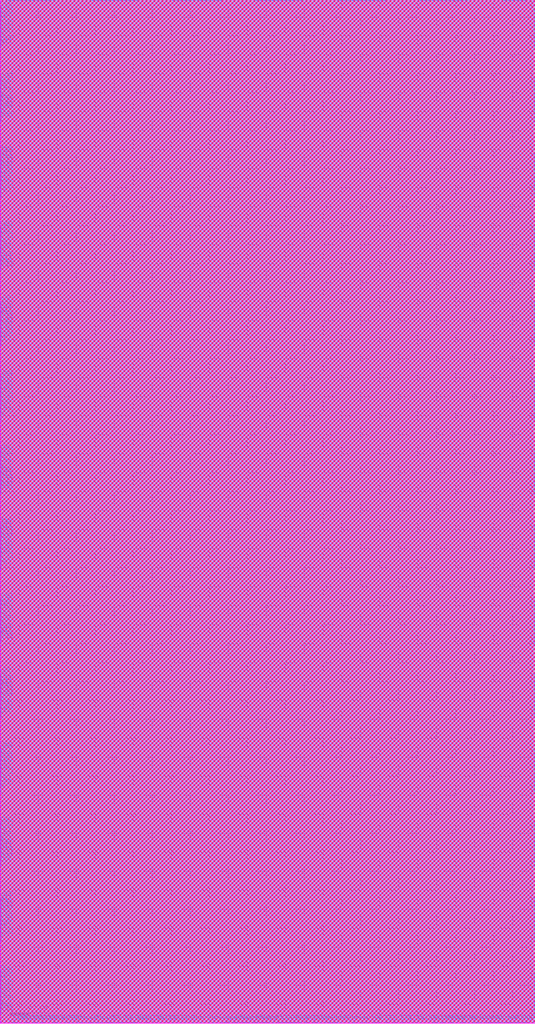
<source format=lef>
# 
#              Synchronous High Speed Single Port SRAM Compiler 
# 
#                    UMC 0.18um GenericII Logic Process
#    __________________________________________________________________________
# 
# 
#      (C) Copyright 2002-2009 Faraday Technology Corp. All Rights Reserved.
#    
#    This source code is an unpublished work belongs to Faraday Technology
#    Corp.  It is considered a trade secret and is not to be divulged or
#    used by parties who have not received written authorization from
#    Faraday Technology Corp.
#    
#    Faraday's home page can be found at:
#    http://www.faraday-tech.com/
#   
#       Module Name      : dma_sram
#       Words            : 3072
#       Bits             : 32
#       Byte-Write       : 1
#       Aspect Ratio     : 1
#       Output Loading   : 0.5  (pf)
#       Data Slew        : 2.0  (ns)
#       CK Slew          : 2.0  (ns)
#       Power Ring Width : 2  (um)
# 
# -----------------------------------------------------------------------------
# 
#       Library          : FSA0M_A
#       Memaker          : 200901.2.1
#       Date             : 2021/01/15 13:32:42
# 
# -----------------------------------------------------------------------------


NAMESCASESENSITIVE ON ;
MACRO dma_sram
CLASS BLOCK ;
FOREIGN dma_sram 0.000 0.000 ;
ORIGIN 0.000 0.000 ;
SIZE 563.580 BY 1078.000 ;
SYMMETRY x y r90 ;
SITE core ;
PIN VCC
  DIRECTION INOUT ;
  USE POWER ;
  SHAPE ABUTMENT ;
 PORT
  LAYER metal4 ;
  RECT 562.460 1066.580 563.580 1069.820 ;
  LAYER metal3 ;
  RECT 562.460 1066.580 563.580 1069.820 ;
  LAYER metal2 ;
  RECT 562.460 1066.580 563.580 1069.820 ;
  LAYER metal1 ;
  RECT 562.460 1066.580 563.580 1069.820 ;
 END
 PORT
  LAYER metal4 ;
  RECT 562.460 1058.740 563.580 1061.980 ;
  LAYER metal3 ;
  RECT 562.460 1058.740 563.580 1061.980 ;
  LAYER metal2 ;
  RECT 562.460 1058.740 563.580 1061.980 ;
  LAYER metal1 ;
  RECT 562.460 1058.740 563.580 1061.980 ;
 END
 PORT
  LAYER metal4 ;
  RECT 562.460 1050.900 563.580 1054.140 ;
  LAYER metal3 ;
  RECT 562.460 1050.900 563.580 1054.140 ;
  LAYER metal2 ;
  RECT 562.460 1050.900 563.580 1054.140 ;
  LAYER metal1 ;
  RECT 562.460 1050.900 563.580 1054.140 ;
 END
 PORT
  LAYER metal4 ;
  RECT 562.460 1043.060 563.580 1046.300 ;
  LAYER metal3 ;
  RECT 562.460 1043.060 563.580 1046.300 ;
  LAYER metal2 ;
  RECT 562.460 1043.060 563.580 1046.300 ;
  LAYER metal1 ;
  RECT 562.460 1043.060 563.580 1046.300 ;
 END
 PORT
  LAYER metal4 ;
  RECT 562.460 1035.220 563.580 1038.460 ;
  LAYER metal3 ;
  RECT 562.460 1035.220 563.580 1038.460 ;
  LAYER metal2 ;
  RECT 562.460 1035.220 563.580 1038.460 ;
  LAYER metal1 ;
  RECT 562.460 1035.220 563.580 1038.460 ;
 END
 PORT
  LAYER metal4 ;
  RECT 562.460 1027.380 563.580 1030.620 ;
  LAYER metal3 ;
  RECT 562.460 1027.380 563.580 1030.620 ;
  LAYER metal2 ;
  RECT 562.460 1027.380 563.580 1030.620 ;
  LAYER metal1 ;
  RECT 562.460 1027.380 563.580 1030.620 ;
 END
 PORT
  LAYER metal4 ;
  RECT 562.460 988.180 563.580 991.420 ;
  LAYER metal3 ;
  RECT 562.460 988.180 563.580 991.420 ;
  LAYER metal2 ;
  RECT 562.460 988.180 563.580 991.420 ;
  LAYER metal1 ;
  RECT 562.460 988.180 563.580 991.420 ;
 END
 PORT
  LAYER metal4 ;
  RECT 562.460 980.340 563.580 983.580 ;
  LAYER metal3 ;
  RECT 562.460 980.340 563.580 983.580 ;
  LAYER metal2 ;
  RECT 562.460 980.340 563.580 983.580 ;
  LAYER metal1 ;
  RECT 562.460 980.340 563.580 983.580 ;
 END
 PORT
  LAYER metal4 ;
  RECT 562.460 972.500 563.580 975.740 ;
  LAYER metal3 ;
  RECT 562.460 972.500 563.580 975.740 ;
  LAYER metal2 ;
  RECT 562.460 972.500 563.580 975.740 ;
  LAYER metal1 ;
  RECT 562.460 972.500 563.580 975.740 ;
 END
 PORT
  LAYER metal4 ;
  RECT 562.460 964.660 563.580 967.900 ;
  LAYER metal3 ;
  RECT 562.460 964.660 563.580 967.900 ;
  LAYER metal2 ;
  RECT 562.460 964.660 563.580 967.900 ;
  LAYER metal1 ;
  RECT 562.460 964.660 563.580 967.900 ;
 END
 PORT
  LAYER metal4 ;
  RECT 562.460 956.820 563.580 960.060 ;
  LAYER metal3 ;
  RECT 562.460 956.820 563.580 960.060 ;
  LAYER metal2 ;
  RECT 562.460 956.820 563.580 960.060 ;
  LAYER metal1 ;
  RECT 562.460 956.820 563.580 960.060 ;
 END
 PORT
  LAYER metal4 ;
  RECT 562.460 948.980 563.580 952.220 ;
  LAYER metal3 ;
  RECT 562.460 948.980 563.580 952.220 ;
  LAYER metal2 ;
  RECT 562.460 948.980 563.580 952.220 ;
  LAYER metal1 ;
  RECT 562.460 948.980 563.580 952.220 ;
 END
 PORT
  LAYER metal4 ;
  RECT 562.460 909.780 563.580 913.020 ;
  LAYER metal3 ;
  RECT 562.460 909.780 563.580 913.020 ;
  LAYER metal2 ;
  RECT 562.460 909.780 563.580 913.020 ;
  LAYER metal1 ;
  RECT 562.460 909.780 563.580 913.020 ;
 END
 PORT
  LAYER metal4 ;
  RECT 562.460 901.940 563.580 905.180 ;
  LAYER metal3 ;
  RECT 562.460 901.940 563.580 905.180 ;
  LAYER metal2 ;
  RECT 562.460 901.940 563.580 905.180 ;
  LAYER metal1 ;
  RECT 562.460 901.940 563.580 905.180 ;
 END
 PORT
  LAYER metal4 ;
  RECT 562.460 894.100 563.580 897.340 ;
  LAYER metal3 ;
  RECT 562.460 894.100 563.580 897.340 ;
  LAYER metal2 ;
  RECT 562.460 894.100 563.580 897.340 ;
  LAYER metal1 ;
  RECT 562.460 894.100 563.580 897.340 ;
 END
 PORT
  LAYER metal4 ;
  RECT 562.460 886.260 563.580 889.500 ;
  LAYER metal3 ;
  RECT 562.460 886.260 563.580 889.500 ;
  LAYER metal2 ;
  RECT 562.460 886.260 563.580 889.500 ;
  LAYER metal1 ;
  RECT 562.460 886.260 563.580 889.500 ;
 END
 PORT
  LAYER metal4 ;
  RECT 562.460 878.420 563.580 881.660 ;
  LAYER metal3 ;
  RECT 562.460 878.420 563.580 881.660 ;
  LAYER metal2 ;
  RECT 562.460 878.420 563.580 881.660 ;
  LAYER metal1 ;
  RECT 562.460 878.420 563.580 881.660 ;
 END
 PORT
  LAYER metal4 ;
  RECT 562.460 870.580 563.580 873.820 ;
  LAYER metal3 ;
  RECT 562.460 870.580 563.580 873.820 ;
  LAYER metal2 ;
  RECT 562.460 870.580 563.580 873.820 ;
  LAYER metal1 ;
  RECT 562.460 870.580 563.580 873.820 ;
 END
 PORT
  LAYER metal4 ;
  RECT 562.460 831.380 563.580 834.620 ;
  LAYER metal3 ;
  RECT 562.460 831.380 563.580 834.620 ;
  LAYER metal2 ;
  RECT 562.460 831.380 563.580 834.620 ;
  LAYER metal1 ;
  RECT 562.460 831.380 563.580 834.620 ;
 END
 PORT
  LAYER metal4 ;
  RECT 562.460 823.540 563.580 826.780 ;
  LAYER metal3 ;
  RECT 562.460 823.540 563.580 826.780 ;
  LAYER metal2 ;
  RECT 562.460 823.540 563.580 826.780 ;
  LAYER metal1 ;
  RECT 562.460 823.540 563.580 826.780 ;
 END
 PORT
  LAYER metal4 ;
  RECT 562.460 815.700 563.580 818.940 ;
  LAYER metal3 ;
  RECT 562.460 815.700 563.580 818.940 ;
  LAYER metal2 ;
  RECT 562.460 815.700 563.580 818.940 ;
  LAYER metal1 ;
  RECT 562.460 815.700 563.580 818.940 ;
 END
 PORT
  LAYER metal4 ;
  RECT 562.460 807.860 563.580 811.100 ;
  LAYER metal3 ;
  RECT 562.460 807.860 563.580 811.100 ;
  LAYER metal2 ;
  RECT 562.460 807.860 563.580 811.100 ;
  LAYER metal1 ;
  RECT 562.460 807.860 563.580 811.100 ;
 END
 PORT
  LAYER metal4 ;
  RECT 562.460 800.020 563.580 803.260 ;
  LAYER metal3 ;
  RECT 562.460 800.020 563.580 803.260 ;
  LAYER metal2 ;
  RECT 562.460 800.020 563.580 803.260 ;
  LAYER metal1 ;
  RECT 562.460 800.020 563.580 803.260 ;
 END
 PORT
  LAYER metal4 ;
  RECT 562.460 792.180 563.580 795.420 ;
  LAYER metal3 ;
  RECT 562.460 792.180 563.580 795.420 ;
  LAYER metal2 ;
  RECT 562.460 792.180 563.580 795.420 ;
  LAYER metal1 ;
  RECT 562.460 792.180 563.580 795.420 ;
 END
 PORT
  LAYER metal4 ;
  RECT 562.460 752.980 563.580 756.220 ;
  LAYER metal3 ;
  RECT 562.460 752.980 563.580 756.220 ;
  LAYER metal2 ;
  RECT 562.460 752.980 563.580 756.220 ;
  LAYER metal1 ;
  RECT 562.460 752.980 563.580 756.220 ;
 END
 PORT
  LAYER metal4 ;
  RECT 562.460 745.140 563.580 748.380 ;
  LAYER metal3 ;
  RECT 562.460 745.140 563.580 748.380 ;
  LAYER metal2 ;
  RECT 562.460 745.140 563.580 748.380 ;
  LAYER metal1 ;
  RECT 562.460 745.140 563.580 748.380 ;
 END
 PORT
  LAYER metal4 ;
  RECT 562.460 737.300 563.580 740.540 ;
  LAYER metal3 ;
  RECT 562.460 737.300 563.580 740.540 ;
  LAYER metal2 ;
  RECT 562.460 737.300 563.580 740.540 ;
  LAYER metal1 ;
  RECT 562.460 737.300 563.580 740.540 ;
 END
 PORT
  LAYER metal4 ;
  RECT 562.460 729.460 563.580 732.700 ;
  LAYER metal3 ;
  RECT 562.460 729.460 563.580 732.700 ;
  LAYER metal2 ;
  RECT 562.460 729.460 563.580 732.700 ;
  LAYER metal1 ;
  RECT 562.460 729.460 563.580 732.700 ;
 END
 PORT
  LAYER metal4 ;
  RECT 562.460 721.620 563.580 724.860 ;
  LAYER metal3 ;
  RECT 562.460 721.620 563.580 724.860 ;
  LAYER metal2 ;
  RECT 562.460 721.620 563.580 724.860 ;
  LAYER metal1 ;
  RECT 562.460 721.620 563.580 724.860 ;
 END
 PORT
  LAYER metal4 ;
  RECT 562.460 713.780 563.580 717.020 ;
  LAYER metal3 ;
  RECT 562.460 713.780 563.580 717.020 ;
  LAYER metal2 ;
  RECT 562.460 713.780 563.580 717.020 ;
  LAYER metal1 ;
  RECT 562.460 713.780 563.580 717.020 ;
 END
 PORT
  LAYER metal4 ;
  RECT 562.460 674.580 563.580 677.820 ;
  LAYER metal3 ;
  RECT 562.460 674.580 563.580 677.820 ;
  LAYER metal2 ;
  RECT 562.460 674.580 563.580 677.820 ;
  LAYER metal1 ;
  RECT 562.460 674.580 563.580 677.820 ;
 END
 PORT
  LAYER metal4 ;
  RECT 562.460 666.740 563.580 669.980 ;
  LAYER metal3 ;
  RECT 562.460 666.740 563.580 669.980 ;
  LAYER metal2 ;
  RECT 562.460 666.740 563.580 669.980 ;
  LAYER metal1 ;
  RECT 562.460 666.740 563.580 669.980 ;
 END
 PORT
  LAYER metal4 ;
  RECT 562.460 658.900 563.580 662.140 ;
  LAYER metal3 ;
  RECT 562.460 658.900 563.580 662.140 ;
  LAYER metal2 ;
  RECT 562.460 658.900 563.580 662.140 ;
  LAYER metal1 ;
  RECT 562.460 658.900 563.580 662.140 ;
 END
 PORT
  LAYER metal4 ;
  RECT 562.460 651.060 563.580 654.300 ;
  LAYER metal3 ;
  RECT 562.460 651.060 563.580 654.300 ;
  LAYER metal2 ;
  RECT 562.460 651.060 563.580 654.300 ;
  LAYER metal1 ;
  RECT 562.460 651.060 563.580 654.300 ;
 END
 PORT
  LAYER metal4 ;
  RECT 562.460 643.220 563.580 646.460 ;
  LAYER metal3 ;
  RECT 562.460 643.220 563.580 646.460 ;
  LAYER metal2 ;
  RECT 562.460 643.220 563.580 646.460 ;
  LAYER metal1 ;
  RECT 562.460 643.220 563.580 646.460 ;
 END
 PORT
  LAYER metal4 ;
  RECT 562.460 635.380 563.580 638.620 ;
  LAYER metal3 ;
  RECT 562.460 635.380 563.580 638.620 ;
  LAYER metal2 ;
  RECT 562.460 635.380 563.580 638.620 ;
  LAYER metal1 ;
  RECT 562.460 635.380 563.580 638.620 ;
 END
 PORT
  LAYER metal4 ;
  RECT 562.460 596.180 563.580 599.420 ;
  LAYER metal3 ;
  RECT 562.460 596.180 563.580 599.420 ;
  LAYER metal2 ;
  RECT 562.460 596.180 563.580 599.420 ;
  LAYER metal1 ;
  RECT 562.460 596.180 563.580 599.420 ;
 END
 PORT
  LAYER metal4 ;
  RECT 562.460 588.340 563.580 591.580 ;
  LAYER metal3 ;
  RECT 562.460 588.340 563.580 591.580 ;
  LAYER metal2 ;
  RECT 562.460 588.340 563.580 591.580 ;
  LAYER metal1 ;
  RECT 562.460 588.340 563.580 591.580 ;
 END
 PORT
  LAYER metal4 ;
  RECT 562.460 580.500 563.580 583.740 ;
  LAYER metal3 ;
  RECT 562.460 580.500 563.580 583.740 ;
  LAYER metal2 ;
  RECT 562.460 580.500 563.580 583.740 ;
  LAYER metal1 ;
  RECT 562.460 580.500 563.580 583.740 ;
 END
 PORT
  LAYER metal4 ;
  RECT 562.460 572.660 563.580 575.900 ;
  LAYER metal3 ;
  RECT 562.460 572.660 563.580 575.900 ;
  LAYER metal2 ;
  RECT 562.460 572.660 563.580 575.900 ;
  LAYER metal1 ;
  RECT 562.460 572.660 563.580 575.900 ;
 END
 PORT
  LAYER metal4 ;
  RECT 562.460 564.820 563.580 568.060 ;
  LAYER metal3 ;
  RECT 562.460 564.820 563.580 568.060 ;
  LAYER metal2 ;
  RECT 562.460 564.820 563.580 568.060 ;
  LAYER metal1 ;
  RECT 562.460 564.820 563.580 568.060 ;
 END
 PORT
  LAYER metal4 ;
  RECT 562.460 556.980 563.580 560.220 ;
  LAYER metal3 ;
  RECT 562.460 556.980 563.580 560.220 ;
  LAYER metal2 ;
  RECT 562.460 556.980 563.580 560.220 ;
  LAYER metal1 ;
  RECT 562.460 556.980 563.580 560.220 ;
 END
 PORT
  LAYER metal4 ;
  RECT 562.460 517.780 563.580 521.020 ;
  LAYER metal3 ;
  RECT 562.460 517.780 563.580 521.020 ;
  LAYER metal2 ;
  RECT 562.460 517.780 563.580 521.020 ;
  LAYER metal1 ;
  RECT 562.460 517.780 563.580 521.020 ;
 END
 PORT
  LAYER metal4 ;
  RECT 562.460 509.940 563.580 513.180 ;
  LAYER metal3 ;
  RECT 562.460 509.940 563.580 513.180 ;
  LAYER metal2 ;
  RECT 562.460 509.940 563.580 513.180 ;
  LAYER metal1 ;
  RECT 562.460 509.940 563.580 513.180 ;
 END
 PORT
  LAYER metal4 ;
  RECT 562.460 502.100 563.580 505.340 ;
  LAYER metal3 ;
  RECT 562.460 502.100 563.580 505.340 ;
  LAYER metal2 ;
  RECT 562.460 502.100 563.580 505.340 ;
  LAYER metal1 ;
  RECT 562.460 502.100 563.580 505.340 ;
 END
 PORT
  LAYER metal4 ;
  RECT 562.460 494.260 563.580 497.500 ;
  LAYER metal3 ;
  RECT 562.460 494.260 563.580 497.500 ;
  LAYER metal2 ;
  RECT 562.460 494.260 563.580 497.500 ;
  LAYER metal1 ;
  RECT 562.460 494.260 563.580 497.500 ;
 END
 PORT
  LAYER metal4 ;
  RECT 562.460 486.420 563.580 489.660 ;
  LAYER metal3 ;
  RECT 562.460 486.420 563.580 489.660 ;
  LAYER metal2 ;
  RECT 562.460 486.420 563.580 489.660 ;
  LAYER metal1 ;
  RECT 562.460 486.420 563.580 489.660 ;
 END
 PORT
  LAYER metal4 ;
  RECT 562.460 478.580 563.580 481.820 ;
  LAYER metal3 ;
  RECT 562.460 478.580 563.580 481.820 ;
  LAYER metal2 ;
  RECT 562.460 478.580 563.580 481.820 ;
  LAYER metal1 ;
  RECT 562.460 478.580 563.580 481.820 ;
 END
 PORT
  LAYER metal4 ;
  RECT 562.460 439.380 563.580 442.620 ;
  LAYER metal3 ;
  RECT 562.460 439.380 563.580 442.620 ;
  LAYER metal2 ;
  RECT 562.460 439.380 563.580 442.620 ;
  LAYER metal1 ;
  RECT 562.460 439.380 563.580 442.620 ;
 END
 PORT
  LAYER metal4 ;
  RECT 562.460 431.540 563.580 434.780 ;
  LAYER metal3 ;
  RECT 562.460 431.540 563.580 434.780 ;
  LAYER metal2 ;
  RECT 562.460 431.540 563.580 434.780 ;
  LAYER metal1 ;
  RECT 562.460 431.540 563.580 434.780 ;
 END
 PORT
  LAYER metal4 ;
  RECT 562.460 423.700 563.580 426.940 ;
  LAYER metal3 ;
  RECT 562.460 423.700 563.580 426.940 ;
  LAYER metal2 ;
  RECT 562.460 423.700 563.580 426.940 ;
  LAYER metal1 ;
  RECT 562.460 423.700 563.580 426.940 ;
 END
 PORT
  LAYER metal4 ;
  RECT 562.460 415.860 563.580 419.100 ;
  LAYER metal3 ;
  RECT 562.460 415.860 563.580 419.100 ;
  LAYER metal2 ;
  RECT 562.460 415.860 563.580 419.100 ;
  LAYER metal1 ;
  RECT 562.460 415.860 563.580 419.100 ;
 END
 PORT
  LAYER metal4 ;
  RECT 562.460 408.020 563.580 411.260 ;
  LAYER metal3 ;
  RECT 562.460 408.020 563.580 411.260 ;
  LAYER metal2 ;
  RECT 562.460 408.020 563.580 411.260 ;
  LAYER metal1 ;
  RECT 562.460 408.020 563.580 411.260 ;
 END
 PORT
  LAYER metal4 ;
  RECT 562.460 400.180 563.580 403.420 ;
  LAYER metal3 ;
  RECT 562.460 400.180 563.580 403.420 ;
  LAYER metal2 ;
  RECT 562.460 400.180 563.580 403.420 ;
  LAYER metal1 ;
  RECT 562.460 400.180 563.580 403.420 ;
 END
 PORT
  LAYER metal4 ;
  RECT 562.460 360.980 563.580 364.220 ;
  LAYER metal3 ;
  RECT 562.460 360.980 563.580 364.220 ;
  LAYER metal2 ;
  RECT 562.460 360.980 563.580 364.220 ;
  LAYER metal1 ;
  RECT 562.460 360.980 563.580 364.220 ;
 END
 PORT
  LAYER metal4 ;
  RECT 562.460 353.140 563.580 356.380 ;
  LAYER metal3 ;
  RECT 562.460 353.140 563.580 356.380 ;
  LAYER metal2 ;
  RECT 562.460 353.140 563.580 356.380 ;
  LAYER metal1 ;
  RECT 562.460 353.140 563.580 356.380 ;
 END
 PORT
  LAYER metal4 ;
  RECT 562.460 345.300 563.580 348.540 ;
  LAYER metal3 ;
  RECT 562.460 345.300 563.580 348.540 ;
  LAYER metal2 ;
  RECT 562.460 345.300 563.580 348.540 ;
  LAYER metal1 ;
  RECT 562.460 345.300 563.580 348.540 ;
 END
 PORT
  LAYER metal4 ;
  RECT 562.460 337.460 563.580 340.700 ;
  LAYER metal3 ;
  RECT 562.460 337.460 563.580 340.700 ;
  LAYER metal2 ;
  RECT 562.460 337.460 563.580 340.700 ;
  LAYER metal1 ;
  RECT 562.460 337.460 563.580 340.700 ;
 END
 PORT
  LAYER metal4 ;
  RECT 562.460 329.620 563.580 332.860 ;
  LAYER metal3 ;
  RECT 562.460 329.620 563.580 332.860 ;
  LAYER metal2 ;
  RECT 562.460 329.620 563.580 332.860 ;
  LAYER metal1 ;
  RECT 562.460 329.620 563.580 332.860 ;
 END
 PORT
  LAYER metal4 ;
  RECT 562.460 321.780 563.580 325.020 ;
  LAYER metal3 ;
  RECT 562.460 321.780 563.580 325.020 ;
  LAYER metal2 ;
  RECT 562.460 321.780 563.580 325.020 ;
  LAYER metal1 ;
  RECT 562.460 321.780 563.580 325.020 ;
 END
 PORT
  LAYER metal4 ;
  RECT 562.460 282.580 563.580 285.820 ;
  LAYER metal3 ;
  RECT 562.460 282.580 563.580 285.820 ;
  LAYER metal2 ;
  RECT 562.460 282.580 563.580 285.820 ;
  LAYER metal1 ;
  RECT 562.460 282.580 563.580 285.820 ;
 END
 PORT
  LAYER metal4 ;
  RECT 562.460 274.740 563.580 277.980 ;
  LAYER metal3 ;
  RECT 562.460 274.740 563.580 277.980 ;
  LAYER metal2 ;
  RECT 562.460 274.740 563.580 277.980 ;
  LAYER metal1 ;
  RECT 562.460 274.740 563.580 277.980 ;
 END
 PORT
  LAYER metal4 ;
  RECT 562.460 266.900 563.580 270.140 ;
  LAYER metal3 ;
  RECT 562.460 266.900 563.580 270.140 ;
  LAYER metal2 ;
  RECT 562.460 266.900 563.580 270.140 ;
  LAYER metal1 ;
  RECT 562.460 266.900 563.580 270.140 ;
 END
 PORT
  LAYER metal4 ;
  RECT 562.460 259.060 563.580 262.300 ;
  LAYER metal3 ;
  RECT 562.460 259.060 563.580 262.300 ;
  LAYER metal2 ;
  RECT 562.460 259.060 563.580 262.300 ;
  LAYER metal1 ;
  RECT 562.460 259.060 563.580 262.300 ;
 END
 PORT
  LAYER metal4 ;
  RECT 562.460 251.220 563.580 254.460 ;
  LAYER metal3 ;
  RECT 562.460 251.220 563.580 254.460 ;
  LAYER metal2 ;
  RECT 562.460 251.220 563.580 254.460 ;
  LAYER metal1 ;
  RECT 562.460 251.220 563.580 254.460 ;
 END
 PORT
  LAYER metal4 ;
  RECT 562.460 243.380 563.580 246.620 ;
  LAYER metal3 ;
  RECT 562.460 243.380 563.580 246.620 ;
  LAYER metal2 ;
  RECT 562.460 243.380 563.580 246.620 ;
  LAYER metal1 ;
  RECT 562.460 243.380 563.580 246.620 ;
 END
 PORT
  LAYER metal4 ;
  RECT 562.460 204.180 563.580 207.420 ;
  LAYER metal3 ;
  RECT 562.460 204.180 563.580 207.420 ;
  LAYER metal2 ;
  RECT 562.460 204.180 563.580 207.420 ;
  LAYER metal1 ;
  RECT 562.460 204.180 563.580 207.420 ;
 END
 PORT
  LAYER metal4 ;
  RECT 562.460 196.340 563.580 199.580 ;
  LAYER metal3 ;
  RECT 562.460 196.340 563.580 199.580 ;
  LAYER metal2 ;
  RECT 562.460 196.340 563.580 199.580 ;
  LAYER metal1 ;
  RECT 562.460 196.340 563.580 199.580 ;
 END
 PORT
  LAYER metal4 ;
  RECT 562.460 188.500 563.580 191.740 ;
  LAYER metal3 ;
  RECT 562.460 188.500 563.580 191.740 ;
  LAYER metal2 ;
  RECT 562.460 188.500 563.580 191.740 ;
  LAYER metal1 ;
  RECT 562.460 188.500 563.580 191.740 ;
 END
 PORT
  LAYER metal4 ;
  RECT 562.460 180.660 563.580 183.900 ;
  LAYER metal3 ;
  RECT 562.460 180.660 563.580 183.900 ;
  LAYER metal2 ;
  RECT 562.460 180.660 563.580 183.900 ;
  LAYER metal1 ;
  RECT 562.460 180.660 563.580 183.900 ;
 END
 PORT
  LAYER metal4 ;
  RECT 562.460 172.820 563.580 176.060 ;
  LAYER metal3 ;
  RECT 562.460 172.820 563.580 176.060 ;
  LAYER metal2 ;
  RECT 562.460 172.820 563.580 176.060 ;
  LAYER metal1 ;
  RECT 562.460 172.820 563.580 176.060 ;
 END
 PORT
  LAYER metal4 ;
  RECT 562.460 164.980 563.580 168.220 ;
  LAYER metal3 ;
  RECT 562.460 164.980 563.580 168.220 ;
  LAYER metal2 ;
  RECT 562.460 164.980 563.580 168.220 ;
  LAYER metal1 ;
  RECT 562.460 164.980 563.580 168.220 ;
 END
 PORT
  LAYER metal4 ;
  RECT 562.460 125.780 563.580 129.020 ;
  LAYER metal3 ;
  RECT 562.460 125.780 563.580 129.020 ;
  LAYER metal2 ;
  RECT 562.460 125.780 563.580 129.020 ;
  LAYER metal1 ;
  RECT 562.460 125.780 563.580 129.020 ;
 END
 PORT
  LAYER metal4 ;
  RECT 562.460 117.940 563.580 121.180 ;
  LAYER metal3 ;
  RECT 562.460 117.940 563.580 121.180 ;
  LAYER metal2 ;
  RECT 562.460 117.940 563.580 121.180 ;
  LAYER metal1 ;
  RECT 562.460 117.940 563.580 121.180 ;
 END
 PORT
  LAYER metal4 ;
  RECT 562.460 110.100 563.580 113.340 ;
  LAYER metal3 ;
  RECT 562.460 110.100 563.580 113.340 ;
  LAYER metal2 ;
  RECT 562.460 110.100 563.580 113.340 ;
  LAYER metal1 ;
  RECT 562.460 110.100 563.580 113.340 ;
 END
 PORT
  LAYER metal4 ;
  RECT 562.460 102.260 563.580 105.500 ;
  LAYER metal3 ;
  RECT 562.460 102.260 563.580 105.500 ;
  LAYER metal2 ;
  RECT 562.460 102.260 563.580 105.500 ;
  LAYER metal1 ;
  RECT 562.460 102.260 563.580 105.500 ;
 END
 PORT
  LAYER metal4 ;
  RECT 562.460 94.420 563.580 97.660 ;
  LAYER metal3 ;
  RECT 562.460 94.420 563.580 97.660 ;
  LAYER metal2 ;
  RECT 562.460 94.420 563.580 97.660 ;
  LAYER metal1 ;
  RECT 562.460 94.420 563.580 97.660 ;
 END
 PORT
  LAYER metal4 ;
  RECT 562.460 86.580 563.580 89.820 ;
  LAYER metal3 ;
  RECT 562.460 86.580 563.580 89.820 ;
  LAYER metal2 ;
  RECT 562.460 86.580 563.580 89.820 ;
  LAYER metal1 ;
  RECT 562.460 86.580 563.580 89.820 ;
 END
 PORT
  LAYER metal4 ;
  RECT 562.460 47.380 563.580 50.620 ;
  LAYER metal3 ;
  RECT 562.460 47.380 563.580 50.620 ;
  LAYER metal2 ;
  RECT 562.460 47.380 563.580 50.620 ;
  LAYER metal1 ;
  RECT 562.460 47.380 563.580 50.620 ;
 END
 PORT
  LAYER metal4 ;
  RECT 562.460 39.540 563.580 42.780 ;
  LAYER metal3 ;
  RECT 562.460 39.540 563.580 42.780 ;
  LAYER metal2 ;
  RECT 562.460 39.540 563.580 42.780 ;
  LAYER metal1 ;
  RECT 562.460 39.540 563.580 42.780 ;
 END
 PORT
  LAYER metal4 ;
  RECT 562.460 31.700 563.580 34.940 ;
  LAYER metal3 ;
  RECT 562.460 31.700 563.580 34.940 ;
  LAYER metal2 ;
  RECT 562.460 31.700 563.580 34.940 ;
  LAYER metal1 ;
  RECT 562.460 31.700 563.580 34.940 ;
 END
 PORT
  LAYER metal4 ;
  RECT 562.460 23.860 563.580 27.100 ;
  LAYER metal3 ;
  RECT 562.460 23.860 563.580 27.100 ;
  LAYER metal2 ;
  RECT 562.460 23.860 563.580 27.100 ;
  LAYER metal1 ;
  RECT 562.460 23.860 563.580 27.100 ;
 END
 PORT
  LAYER metal4 ;
  RECT 562.460 16.020 563.580 19.260 ;
  LAYER metal3 ;
  RECT 562.460 16.020 563.580 19.260 ;
  LAYER metal2 ;
  RECT 562.460 16.020 563.580 19.260 ;
  LAYER metal1 ;
  RECT 562.460 16.020 563.580 19.260 ;
 END
 PORT
  LAYER metal4 ;
  RECT 562.460 8.180 563.580 11.420 ;
  LAYER metal3 ;
  RECT 562.460 8.180 563.580 11.420 ;
  LAYER metal2 ;
  RECT 562.460 8.180 563.580 11.420 ;
  LAYER metal1 ;
  RECT 562.460 8.180 563.580 11.420 ;
 END
 PORT
  LAYER metal4 ;
  RECT 0.000 1066.580 1.120 1069.820 ;
  LAYER metal3 ;
  RECT 0.000 1066.580 1.120 1069.820 ;
  LAYER metal2 ;
  RECT 0.000 1066.580 1.120 1069.820 ;
  LAYER metal1 ;
  RECT 0.000 1066.580 1.120 1069.820 ;
 END
 PORT
  LAYER metal4 ;
  RECT 0.000 1058.740 1.120 1061.980 ;
  LAYER metal3 ;
  RECT 0.000 1058.740 1.120 1061.980 ;
  LAYER metal2 ;
  RECT 0.000 1058.740 1.120 1061.980 ;
  LAYER metal1 ;
  RECT 0.000 1058.740 1.120 1061.980 ;
 END
 PORT
  LAYER metal4 ;
  RECT 0.000 1050.900 1.120 1054.140 ;
  LAYER metal3 ;
  RECT 0.000 1050.900 1.120 1054.140 ;
  LAYER metal2 ;
  RECT 0.000 1050.900 1.120 1054.140 ;
  LAYER metal1 ;
  RECT 0.000 1050.900 1.120 1054.140 ;
 END
 PORT
  LAYER metal4 ;
  RECT 0.000 1043.060 1.120 1046.300 ;
  LAYER metal3 ;
  RECT 0.000 1043.060 1.120 1046.300 ;
  LAYER metal2 ;
  RECT 0.000 1043.060 1.120 1046.300 ;
  LAYER metal1 ;
  RECT 0.000 1043.060 1.120 1046.300 ;
 END
 PORT
  LAYER metal4 ;
  RECT 0.000 1035.220 1.120 1038.460 ;
  LAYER metal3 ;
  RECT 0.000 1035.220 1.120 1038.460 ;
  LAYER metal2 ;
  RECT 0.000 1035.220 1.120 1038.460 ;
  LAYER metal1 ;
  RECT 0.000 1035.220 1.120 1038.460 ;
 END
 PORT
  LAYER metal4 ;
  RECT 0.000 1027.380 1.120 1030.620 ;
  LAYER metal3 ;
  RECT 0.000 1027.380 1.120 1030.620 ;
  LAYER metal2 ;
  RECT 0.000 1027.380 1.120 1030.620 ;
  LAYER metal1 ;
  RECT 0.000 1027.380 1.120 1030.620 ;
 END
 PORT
  LAYER metal4 ;
  RECT 0.000 988.180 1.120 991.420 ;
  LAYER metal3 ;
  RECT 0.000 988.180 1.120 991.420 ;
  LAYER metal2 ;
  RECT 0.000 988.180 1.120 991.420 ;
  LAYER metal1 ;
  RECT 0.000 988.180 1.120 991.420 ;
 END
 PORT
  LAYER metal4 ;
  RECT 0.000 980.340 1.120 983.580 ;
  LAYER metal3 ;
  RECT 0.000 980.340 1.120 983.580 ;
  LAYER metal2 ;
  RECT 0.000 980.340 1.120 983.580 ;
  LAYER metal1 ;
  RECT 0.000 980.340 1.120 983.580 ;
 END
 PORT
  LAYER metal4 ;
  RECT 0.000 972.500 1.120 975.740 ;
  LAYER metal3 ;
  RECT 0.000 972.500 1.120 975.740 ;
  LAYER metal2 ;
  RECT 0.000 972.500 1.120 975.740 ;
  LAYER metal1 ;
  RECT 0.000 972.500 1.120 975.740 ;
 END
 PORT
  LAYER metal4 ;
  RECT 0.000 964.660 1.120 967.900 ;
  LAYER metal3 ;
  RECT 0.000 964.660 1.120 967.900 ;
  LAYER metal2 ;
  RECT 0.000 964.660 1.120 967.900 ;
  LAYER metal1 ;
  RECT 0.000 964.660 1.120 967.900 ;
 END
 PORT
  LAYER metal4 ;
  RECT 0.000 956.820 1.120 960.060 ;
  LAYER metal3 ;
  RECT 0.000 956.820 1.120 960.060 ;
  LAYER metal2 ;
  RECT 0.000 956.820 1.120 960.060 ;
  LAYER metal1 ;
  RECT 0.000 956.820 1.120 960.060 ;
 END
 PORT
  LAYER metal4 ;
  RECT 0.000 948.980 1.120 952.220 ;
  LAYER metal3 ;
  RECT 0.000 948.980 1.120 952.220 ;
  LAYER metal2 ;
  RECT 0.000 948.980 1.120 952.220 ;
  LAYER metal1 ;
  RECT 0.000 948.980 1.120 952.220 ;
 END
 PORT
  LAYER metal4 ;
  RECT 0.000 909.780 1.120 913.020 ;
  LAYER metal3 ;
  RECT 0.000 909.780 1.120 913.020 ;
  LAYER metal2 ;
  RECT 0.000 909.780 1.120 913.020 ;
  LAYER metal1 ;
  RECT 0.000 909.780 1.120 913.020 ;
 END
 PORT
  LAYER metal4 ;
  RECT 0.000 901.940 1.120 905.180 ;
  LAYER metal3 ;
  RECT 0.000 901.940 1.120 905.180 ;
  LAYER metal2 ;
  RECT 0.000 901.940 1.120 905.180 ;
  LAYER metal1 ;
  RECT 0.000 901.940 1.120 905.180 ;
 END
 PORT
  LAYER metal4 ;
  RECT 0.000 894.100 1.120 897.340 ;
  LAYER metal3 ;
  RECT 0.000 894.100 1.120 897.340 ;
  LAYER metal2 ;
  RECT 0.000 894.100 1.120 897.340 ;
  LAYER metal1 ;
  RECT 0.000 894.100 1.120 897.340 ;
 END
 PORT
  LAYER metal4 ;
  RECT 0.000 886.260 1.120 889.500 ;
  LAYER metal3 ;
  RECT 0.000 886.260 1.120 889.500 ;
  LAYER metal2 ;
  RECT 0.000 886.260 1.120 889.500 ;
  LAYER metal1 ;
  RECT 0.000 886.260 1.120 889.500 ;
 END
 PORT
  LAYER metal4 ;
  RECT 0.000 878.420 1.120 881.660 ;
  LAYER metal3 ;
  RECT 0.000 878.420 1.120 881.660 ;
  LAYER metal2 ;
  RECT 0.000 878.420 1.120 881.660 ;
  LAYER metal1 ;
  RECT 0.000 878.420 1.120 881.660 ;
 END
 PORT
  LAYER metal4 ;
  RECT 0.000 870.580 1.120 873.820 ;
  LAYER metal3 ;
  RECT 0.000 870.580 1.120 873.820 ;
  LAYER metal2 ;
  RECT 0.000 870.580 1.120 873.820 ;
  LAYER metal1 ;
  RECT 0.000 870.580 1.120 873.820 ;
 END
 PORT
  LAYER metal4 ;
  RECT 0.000 831.380 1.120 834.620 ;
  LAYER metal3 ;
  RECT 0.000 831.380 1.120 834.620 ;
  LAYER metal2 ;
  RECT 0.000 831.380 1.120 834.620 ;
  LAYER metal1 ;
  RECT 0.000 831.380 1.120 834.620 ;
 END
 PORT
  LAYER metal4 ;
  RECT 0.000 823.540 1.120 826.780 ;
  LAYER metal3 ;
  RECT 0.000 823.540 1.120 826.780 ;
  LAYER metal2 ;
  RECT 0.000 823.540 1.120 826.780 ;
  LAYER metal1 ;
  RECT 0.000 823.540 1.120 826.780 ;
 END
 PORT
  LAYER metal4 ;
  RECT 0.000 815.700 1.120 818.940 ;
  LAYER metal3 ;
  RECT 0.000 815.700 1.120 818.940 ;
  LAYER metal2 ;
  RECT 0.000 815.700 1.120 818.940 ;
  LAYER metal1 ;
  RECT 0.000 815.700 1.120 818.940 ;
 END
 PORT
  LAYER metal4 ;
  RECT 0.000 807.860 1.120 811.100 ;
  LAYER metal3 ;
  RECT 0.000 807.860 1.120 811.100 ;
  LAYER metal2 ;
  RECT 0.000 807.860 1.120 811.100 ;
  LAYER metal1 ;
  RECT 0.000 807.860 1.120 811.100 ;
 END
 PORT
  LAYER metal4 ;
  RECT 0.000 800.020 1.120 803.260 ;
  LAYER metal3 ;
  RECT 0.000 800.020 1.120 803.260 ;
  LAYER metal2 ;
  RECT 0.000 800.020 1.120 803.260 ;
  LAYER metal1 ;
  RECT 0.000 800.020 1.120 803.260 ;
 END
 PORT
  LAYER metal4 ;
  RECT 0.000 792.180 1.120 795.420 ;
  LAYER metal3 ;
  RECT 0.000 792.180 1.120 795.420 ;
  LAYER metal2 ;
  RECT 0.000 792.180 1.120 795.420 ;
  LAYER metal1 ;
  RECT 0.000 792.180 1.120 795.420 ;
 END
 PORT
  LAYER metal4 ;
  RECT 0.000 752.980 1.120 756.220 ;
  LAYER metal3 ;
  RECT 0.000 752.980 1.120 756.220 ;
  LAYER metal2 ;
  RECT 0.000 752.980 1.120 756.220 ;
  LAYER metal1 ;
  RECT 0.000 752.980 1.120 756.220 ;
 END
 PORT
  LAYER metal4 ;
  RECT 0.000 745.140 1.120 748.380 ;
  LAYER metal3 ;
  RECT 0.000 745.140 1.120 748.380 ;
  LAYER metal2 ;
  RECT 0.000 745.140 1.120 748.380 ;
  LAYER metal1 ;
  RECT 0.000 745.140 1.120 748.380 ;
 END
 PORT
  LAYER metal4 ;
  RECT 0.000 737.300 1.120 740.540 ;
  LAYER metal3 ;
  RECT 0.000 737.300 1.120 740.540 ;
  LAYER metal2 ;
  RECT 0.000 737.300 1.120 740.540 ;
  LAYER metal1 ;
  RECT 0.000 737.300 1.120 740.540 ;
 END
 PORT
  LAYER metal4 ;
  RECT 0.000 729.460 1.120 732.700 ;
  LAYER metal3 ;
  RECT 0.000 729.460 1.120 732.700 ;
  LAYER metal2 ;
  RECT 0.000 729.460 1.120 732.700 ;
  LAYER metal1 ;
  RECT 0.000 729.460 1.120 732.700 ;
 END
 PORT
  LAYER metal4 ;
  RECT 0.000 721.620 1.120 724.860 ;
  LAYER metal3 ;
  RECT 0.000 721.620 1.120 724.860 ;
  LAYER metal2 ;
  RECT 0.000 721.620 1.120 724.860 ;
  LAYER metal1 ;
  RECT 0.000 721.620 1.120 724.860 ;
 END
 PORT
  LAYER metal4 ;
  RECT 0.000 713.780 1.120 717.020 ;
  LAYER metal3 ;
  RECT 0.000 713.780 1.120 717.020 ;
  LAYER metal2 ;
  RECT 0.000 713.780 1.120 717.020 ;
  LAYER metal1 ;
  RECT 0.000 713.780 1.120 717.020 ;
 END
 PORT
  LAYER metal4 ;
  RECT 0.000 674.580 1.120 677.820 ;
  LAYER metal3 ;
  RECT 0.000 674.580 1.120 677.820 ;
  LAYER metal2 ;
  RECT 0.000 674.580 1.120 677.820 ;
  LAYER metal1 ;
  RECT 0.000 674.580 1.120 677.820 ;
 END
 PORT
  LAYER metal4 ;
  RECT 0.000 666.740 1.120 669.980 ;
  LAYER metal3 ;
  RECT 0.000 666.740 1.120 669.980 ;
  LAYER metal2 ;
  RECT 0.000 666.740 1.120 669.980 ;
  LAYER metal1 ;
  RECT 0.000 666.740 1.120 669.980 ;
 END
 PORT
  LAYER metal4 ;
  RECT 0.000 658.900 1.120 662.140 ;
  LAYER metal3 ;
  RECT 0.000 658.900 1.120 662.140 ;
  LAYER metal2 ;
  RECT 0.000 658.900 1.120 662.140 ;
  LAYER metal1 ;
  RECT 0.000 658.900 1.120 662.140 ;
 END
 PORT
  LAYER metal4 ;
  RECT 0.000 651.060 1.120 654.300 ;
  LAYER metal3 ;
  RECT 0.000 651.060 1.120 654.300 ;
  LAYER metal2 ;
  RECT 0.000 651.060 1.120 654.300 ;
  LAYER metal1 ;
  RECT 0.000 651.060 1.120 654.300 ;
 END
 PORT
  LAYER metal4 ;
  RECT 0.000 643.220 1.120 646.460 ;
  LAYER metal3 ;
  RECT 0.000 643.220 1.120 646.460 ;
  LAYER metal2 ;
  RECT 0.000 643.220 1.120 646.460 ;
  LAYER metal1 ;
  RECT 0.000 643.220 1.120 646.460 ;
 END
 PORT
  LAYER metal4 ;
  RECT 0.000 635.380 1.120 638.620 ;
  LAYER metal3 ;
  RECT 0.000 635.380 1.120 638.620 ;
  LAYER metal2 ;
  RECT 0.000 635.380 1.120 638.620 ;
  LAYER metal1 ;
  RECT 0.000 635.380 1.120 638.620 ;
 END
 PORT
  LAYER metal4 ;
  RECT 0.000 596.180 1.120 599.420 ;
  LAYER metal3 ;
  RECT 0.000 596.180 1.120 599.420 ;
  LAYER metal2 ;
  RECT 0.000 596.180 1.120 599.420 ;
  LAYER metal1 ;
  RECT 0.000 596.180 1.120 599.420 ;
 END
 PORT
  LAYER metal4 ;
  RECT 0.000 588.340 1.120 591.580 ;
  LAYER metal3 ;
  RECT 0.000 588.340 1.120 591.580 ;
  LAYER metal2 ;
  RECT 0.000 588.340 1.120 591.580 ;
  LAYER metal1 ;
  RECT 0.000 588.340 1.120 591.580 ;
 END
 PORT
  LAYER metal4 ;
  RECT 0.000 580.500 1.120 583.740 ;
  LAYER metal3 ;
  RECT 0.000 580.500 1.120 583.740 ;
  LAYER metal2 ;
  RECT 0.000 580.500 1.120 583.740 ;
  LAYER metal1 ;
  RECT 0.000 580.500 1.120 583.740 ;
 END
 PORT
  LAYER metal4 ;
  RECT 0.000 572.660 1.120 575.900 ;
  LAYER metal3 ;
  RECT 0.000 572.660 1.120 575.900 ;
  LAYER metal2 ;
  RECT 0.000 572.660 1.120 575.900 ;
  LAYER metal1 ;
  RECT 0.000 572.660 1.120 575.900 ;
 END
 PORT
  LAYER metal4 ;
  RECT 0.000 564.820 1.120 568.060 ;
  LAYER metal3 ;
  RECT 0.000 564.820 1.120 568.060 ;
  LAYER metal2 ;
  RECT 0.000 564.820 1.120 568.060 ;
  LAYER metal1 ;
  RECT 0.000 564.820 1.120 568.060 ;
 END
 PORT
  LAYER metal4 ;
  RECT 0.000 556.980 1.120 560.220 ;
  LAYER metal3 ;
  RECT 0.000 556.980 1.120 560.220 ;
  LAYER metal2 ;
  RECT 0.000 556.980 1.120 560.220 ;
  LAYER metal1 ;
  RECT 0.000 556.980 1.120 560.220 ;
 END
 PORT
  LAYER metal4 ;
  RECT 0.000 517.780 1.120 521.020 ;
  LAYER metal3 ;
  RECT 0.000 517.780 1.120 521.020 ;
  LAYER metal2 ;
  RECT 0.000 517.780 1.120 521.020 ;
  LAYER metal1 ;
  RECT 0.000 517.780 1.120 521.020 ;
 END
 PORT
  LAYER metal4 ;
  RECT 0.000 509.940 1.120 513.180 ;
  LAYER metal3 ;
  RECT 0.000 509.940 1.120 513.180 ;
  LAYER metal2 ;
  RECT 0.000 509.940 1.120 513.180 ;
  LAYER metal1 ;
  RECT 0.000 509.940 1.120 513.180 ;
 END
 PORT
  LAYER metal4 ;
  RECT 0.000 502.100 1.120 505.340 ;
  LAYER metal3 ;
  RECT 0.000 502.100 1.120 505.340 ;
  LAYER metal2 ;
  RECT 0.000 502.100 1.120 505.340 ;
  LAYER metal1 ;
  RECT 0.000 502.100 1.120 505.340 ;
 END
 PORT
  LAYER metal4 ;
  RECT 0.000 494.260 1.120 497.500 ;
  LAYER metal3 ;
  RECT 0.000 494.260 1.120 497.500 ;
  LAYER metal2 ;
  RECT 0.000 494.260 1.120 497.500 ;
  LAYER metal1 ;
  RECT 0.000 494.260 1.120 497.500 ;
 END
 PORT
  LAYER metal4 ;
  RECT 0.000 486.420 1.120 489.660 ;
  LAYER metal3 ;
  RECT 0.000 486.420 1.120 489.660 ;
  LAYER metal2 ;
  RECT 0.000 486.420 1.120 489.660 ;
  LAYER metal1 ;
  RECT 0.000 486.420 1.120 489.660 ;
 END
 PORT
  LAYER metal4 ;
  RECT 0.000 478.580 1.120 481.820 ;
  LAYER metal3 ;
  RECT 0.000 478.580 1.120 481.820 ;
  LAYER metal2 ;
  RECT 0.000 478.580 1.120 481.820 ;
  LAYER metal1 ;
  RECT 0.000 478.580 1.120 481.820 ;
 END
 PORT
  LAYER metal4 ;
  RECT 0.000 439.380 1.120 442.620 ;
  LAYER metal3 ;
  RECT 0.000 439.380 1.120 442.620 ;
  LAYER metal2 ;
  RECT 0.000 439.380 1.120 442.620 ;
  LAYER metal1 ;
  RECT 0.000 439.380 1.120 442.620 ;
 END
 PORT
  LAYER metal4 ;
  RECT 0.000 431.540 1.120 434.780 ;
  LAYER metal3 ;
  RECT 0.000 431.540 1.120 434.780 ;
  LAYER metal2 ;
  RECT 0.000 431.540 1.120 434.780 ;
  LAYER metal1 ;
  RECT 0.000 431.540 1.120 434.780 ;
 END
 PORT
  LAYER metal4 ;
  RECT 0.000 423.700 1.120 426.940 ;
  LAYER metal3 ;
  RECT 0.000 423.700 1.120 426.940 ;
  LAYER metal2 ;
  RECT 0.000 423.700 1.120 426.940 ;
  LAYER metal1 ;
  RECT 0.000 423.700 1.120 426.940 ;
 END
 PORT
  LAYER metal4 ;
  RECT 0.000 415.860 1.120 419.100 ;
  LAYER metal3 ;
  RECT 0.000 415.860 1.120 419.100 ;
  LAYER metal2 ;
  RECT 0.000 415.860 1.120 419.100 ;
  LAYER metal1 ;
  RECT 0.000 415.860 1.120 419.100 ;
 END
 PORT
  LAYER metal4 ;
  RECT 0.000 408.020 1.120 411.260 ;
  LAYER metal3 ;
  RECT 0.000 408.020 1.120 411.260 ;
  LAYER metal2 ;
  RECT 0.000 408.020 1.120 411.260 ;
  LAYER metal1 ;
  RECT 0.000 408.020 1.120 411.260 ;
 END
 PORT
  LAYER metal4 ;
  RECT 0.000 400.180 1.120 403.420 ;
  LAYER metal3 ;
  RECT 0.000 400.180 1.120 403.420 ;
  LAYER metal2 ;
  RECT 0.000 400.180 1.120 403.420 ;
  LAYER metal1 ;
  RECT 0.000 400.180 1.120 403.420 ;
 END
 PORT
  LAYER metal4 ;
  RECT 0.000 360.980 1.120 364.220 ;
  LAYER metal3 ;
  RECT 0.000 360.980 1.120 364.220 ;
  LAYER metal2 ;
  RECT 0.000 360.980 1.120 364.220 ;
  LAYER metal1 ;
  RECT 0.000 360.980 1.120 364.220 ;
 END
 PORT
  LAYER metal4 ;
  RECT 0.000 353.140 1.120 356.380 ;
  LAYER metal3 ;
  RECT 0.000 353.140 1.120 356.380 ;
  LAYER metal2 ;
  RECT 0.000 353.140 1.120 356.380 ;
  LAYER metal1 ;
  RECT 0.000 353.140 1.120 356.380 ;
 END
 PORT
  LAYER metal4 ;
  RECT 0.000 345.300 1.120 348.540 ;
  LAYER metal3 ;
  RECT 0.000 345.300 1.120 348.540 ;
  LAYER metal2 ;
  RECT 0.000 345.300 1.120 348.540 ;
  LAYER metal1 ;
  RECT 0.000 345.300 1.120 348.540 ;
 END
 PORT
  LAYER metal4 ;
  RECT 0.000 337.460 1.120 340.700 ;
  LAYER metal3 ;
  RECT 0.000 337.460 1.120 340.700 ;
  LAYER metal2 ;
  RECT 0.000 337.460 1.120 340.700 ;
  LAYER metal1 ;
  RECT 0.000 337.460 1.120 340.700 ;
 END
 PORT
  LAYER metal4 ;
  RECT 0.000 329.620 1.120 332.860 ;
  LAYER metal3 ;
  RECT 0.000 329.620 1.120 332.860 ;
  LAYER metal2 ;
  RECT 0.000 329.620 1.120 332.860 ;
  LAYER metal1 ;
  RECT 0.000 329.620 1.120 332.860 ;
 END
 PORT
  LAYER metal4 ;
  RECT 0.000 321.780 1.120 325.020 ;
  LAYER metal3 ;
  RECT 0.000 321.780 1.120 325.020 ;
  LAYER metal2 ;
  RECT 0.000 321.780 1.120 325.020 ;
  LAYER metal1 ;
  RECT 0.000 321.780 1.120 325.020 ;
 END
 PORT
  LAYER metal4 ;
  RECT 0.000 282.580 1.120 285.820 ;
  LAYER metal3 ;
  RECT 0.000 282.580 1.120 285.820 ;
  LAYER metal2 ;
  RECT 0.000 282.580 1.120 285.820 ;
  LAYER metal1 ;
  RECT 0.000 282.580 1.120 285.820 ;
 END
 PORT
  LAYER metal4 ;
  RECT 0.000 274.740 1.120 277.980 ;
  LAYER metal3 ;
  RECT 0.000 274.740 1.120 277.980 ;
  LAYER metal2 ;
  RECT 0.000 274.740 1.120 277.980 ;
  LAYER metal1 ;
  RECT 0.000 274.740 1.120 277.980 ;
 END
 PORT
  LAYER metal4 ;
  RECT 0.000 266.900 1.120 270.140 ;
  LAYER metal3 ;
  RECT 0.000 266.900 1.120 270.140 ;
  LAYER metal2 ;
  RECT 0.000 266.900 1.120 270.140 ;
  LAYER metal1 ;
  RECT 0.000 266.900 1.120 270.140 ;
 END
 PORT
  LAYER metal4 ;
  RECT 0.000 259.060 1.120 262.300 ;
  LAYER metal3 ;
  RECT 0.000 259.060 1.120 262.300 ;
  LAYER metal2 ;
  RECT 0.000 259.060 1.120 262.300 ;
  LAYER metal1 ;
  RECT 0.000 259.060 1.120 262.300 ;
 END
 PORT
  LAYER metal4 ;
  RECT 0.000 251.220 1.120 254.460 ;
  LAYER metal3 ;
  RECT 0.000 251.220 1.120 254.460 ;
  LAYER metal2 ;
  RECT 0.000 251.220 1.120 254.460 ;
  LAYER metal1 ;
  RECT 0.000 251.220 1.120 254.460 ;
 END
 PORT
  LAYER metal4 ;
  RECT 0.000 243.380 1.120 246.620 ;
  LAYER metal3 ;
  RECT 0.000 243.380 1.120 246.620 ;
  LAYER metal2 ;
  RECT 0.000 243.380 1.120 246.620 ;
  LAYER metal1 ;
  RECT 0.000 243.380 1.120 246.620 ;
 END
 PORT
  LAYER metal4 ;
  RECT 0.000 204.180 1.120 207.420 ;
  LAYER metal3 ;
  RECT 0.000 204.180 1.120 207.420 ;
  LAYER metal2 ;
  RECT 0.000 204.180 1.120 207.420 ;
  LAYER metal1 ;
  RECT 0.000 204.180 1.120 207.420 ;
 END
 PORT
  LAYER metal4 ;
  RECT 0.000 196.340 1.120 199.580 ;
  LAYER metal3 ;
  RECT 0.000 196.340 1.120 199.580 ;
  LAYER metal2 ;
  RECT 0.000 196.340 1.120 199.580 ;
  LAYER metal1 ;
  RECT 0.000 196.340 1.120 199.580 ;
 END
 PORT
  LAYER metal4 ;
  RECT 0.000 188.500 1.120 191.740 ;
  LAYER metal3 ;
  RECT 0.000 188.500 1.120 191.740 ;
  LAYER metal2 ;
  RECT 0.000 188.500 1.120 191.740 ;
  LAYER metal1 ;
  RECT 0.000 188.500 1.120 191.740 ;
 END
 PORT
  LAYER metal4 ;
  RECT 0.000 180.660 1.120 183.900 ;
  LAYER metal3 ;
  RECT 0.000 180.660 1.120 183.900 ;
  LAYER metal2 ;
  RECT 0.000 180.660 1.120 183.900 ;
  LAYER metal1 ;
  RECT 0.000 180.660 1.120 183.900 ;
 END
 PORT
  LAYER metal4 ;
  RECT 0.000 172.820 1.120 176.060 ;
  LAYER metal3 ;
  RECT 0.000 172.820 1.120 176.060 ;
  LAYER metal2 ;
  RECT 0.000 172.820 1.120 176.060 ;
  LAYER metal1 ;
  RECT 0.000 172.820 1.120 176.060 ;
 END
 PORT
  LAYER metal4 ;
  RECT 0.000 164.980 1.120 168.220 ;
  LAYER metal3 ;
  RECT 0.000 164.980 1.120 168.220 ;
  LAYER metal2 ;
  RECT 0.000 164.980 1.120 168.220 ;
  LAYER metal1 ;
  RECT 0.000 164.980 1.120 168.220 ;
 END
 PORT
  LAYER metal4 ;
  RECT 0.000 125.780 1.120 129.020 ;
  LAYER metal3 ;
  RECT 0.000 125.780 1.120 129.020 ;
  LAYER metal2 ;
  RECT 0.000 125.780 1.120 129.020 ;
  LAYER metal1 ;
  RECT 0.000 125.780 1.120 129.020 ;
 END
 PORT
  LAYER metal4 ;
  RECT 0.000 117.940 1.120 121.180 ;
  LAYER metal3 ;
  RECT 0.000 117.940 1.120 121.180 ;
  LAYER metal2 ;
  RECT 0.000 117.940 1.120 121.180 ;
  LAYER metal1 ;
  RECT 0.000 117.940 1.120 121.180 ;
 END
 PORT
  LAYER metal4 ;
  RECT 0.000 110.100 1.120 113.340 ;
  LAYER metal3 ;
  RECT 0.000 110.100 1.120 113.340 ;
  LAYER metal2 ;
  RECT 0.000 110.100 1.120 113.340 ;
  LAYER metal1 ;
  RECT 0.000 110.100 1.120 113.340 ;
 END
 PORT
  LAYER metal4 ;
  RECT 0.000 102.260 1.120 105.500 ;
  LAYER metal3 ;
  RECT 0.000 102.260 1.120 105.500 ;
  LAYER metal2 ;
  RECT 0.000 102.260 1.120 105.500 ;
  LAYER metal1 ;
  RECT 0.000 102.260 1.120 105.500 ;
 END
 PORT
  LAYER metal4 ;
  RECT 0.000 94.420 1.120 97.660 ;
  LAYER metal3 ;
  RECT 0.000 94.420 1.120 97.660 ;
  LAYER metal2 ;
  RECT 0.000 94.420 1.120 97.660 ;
  LAYER metal1 ;
  RECT 0.000 94.420 1.120 97.660 ;
 END
 PORT
  LAYER metal4 ;
  RECT 0.000 86.580 1.120 89.820 ;
  LAYER metal3 ;
  RECT 0.000 86.580 1.120 89.820 ;
  LAYER metal2 ;
  RECT 0.000 86.580 1.120 89.820 ;
  LAYER metal1 ;
  RECT 0.000 86.580 1.120 89.820 ;
 END
 PORT
  LAYER metal4 ;
  RECT 0.000 47.380 1.120 50.620 ;
  LAYER metal3 ;
  RECT 0.000 47.380 1.120 50.620 ;
  LAYER metal2 ;
  RECT 0.000 47.380 1.120 50.620 ;
  LAYER metal1 ;
  RECT 0.000 47.380 1.120 50.620 ;
 END
 PORT
  LAYER metal4 ;
  RECT 0.000 39.540 1.120 42.780 ;
  LAYER metal3 ;
  RECT 0.000 39.540 1.120 42.780 ;
  LAYER metal2 ;
  RECT 0.000 39.540 1.120 42.780 ;
  LAYER metal1 ;
  RECT 0.000 39.540 1.120 42.780 ;
 END
 PORT
  LAYER metal4 ;
  RECT 0.000 31.700 1.120 34.940 ;
  LAYER metal3 ;
  RECT 0.000 31.700 1.120 34.940 ;
  LAYER metal2 ;
  RECT 0.000 31.700 1.120 34.940 ;
  LAYER metal1 ;
  RECT 0.000 31.700 1.120 34.940 ;
 END
 PORT
  LAYER metal4 ;
  RECT 0.000 23.860 1.120 27.100 ;
  LAYER metal3 ;
  RECT 0.000 23.860 1.120 27.100 ;
  LAYER metal2 ;
  RECT 0.000 23.860 1.120 27.100 ;
  LAYER metal1 ;
  RECT 0.000 23.860 1.120 27.100 ;
 END
 PORT
  LAYER metal4 ;
  RECT 0.000 16.020 1.120 19.260 ;
  LAYER metal3 ;
  RECT 0.000 16.020 1.120 19.260 ;
  LAYER metal2 ;
  RECT 0.000 16.020 1.120 19.260 ;
  LAYER metal1 ;
  RECT 0.000 16.020 1.120 19.260 ;
 END
 PORT
  LAYER metal4 ;
  RECT 0.000 8.180 1.120 11.420 ;
  LAYER metal3 ;
  RECT 0.000 8.180 1.120 11.420 ;
  LAYER metal2 ;
  RECT 0.000 8.180 1.120 11.420 ;
  LAYER metal1 ;
  RECT 0.000 8.180 1.120 11.420 ;
 END
 PORT
  LAYER metal4 ;
  RECT 546.000 1076.880 549.540 1078.000 ;
  LAYER metal3 ;
  RECT 546.000 1076.880 549.540 1078.000 ;
  LAYER metal2 ;
  RECT 546.000 1076.880 549.540 1078.000 ;
  LAYER metal1 ;
  RECT 546.000 1076.880 549.540 1078.000 ;
 END
 PORT
  LAYER metal4 ;
  RECT 537.320 1076.880 540.860 1078.000 ;
  LAYER metal3 ;
  RECT 537.320 1076.880 540.860 1078.000 ;
  LAYER metal2 ;
  RECT 537.320 1076.880 540.860 1078.000 ;
  LAYER metal1 ;
  RECT 537.320 1076.880 540.860 1078.000 ;
 END
 PORT
  LAYER metal4 ;
  RECT 528.640 1076.880 532.180 1078.000 ;
  LAYER metal3 ;
  RECT 528.640 1076.880 532.180 1078.000 ;
  LAYER metal2 ;
  RECT 528.640 1076.880 532.180 1078.000 ;
  LAYER metal1 ;
  RECT 528.640 1076.880 532.180 1078.000 ;
 END
 PORT
  LAYER metal4 ;
  RECT 485.240 1076.880 488.780 1078.000 ;
  LAYER metal3 ;
  RECT 485.240 1076.880 488.780 1078.000 ;
  LAYER metal2 ;
  RECT 485.240 1076.880 488.780 1078.000 ;
  LAYER metal1 ;
  RECT 485.240 1076.880 488.780 1078.000 ;
 END
 PORT
  LAYER metal4 ;
  RECT 476.560 1076.880 480.100 1078.000 ;
  LAYER metal3 ;
  RECT 476.560 1076.880 480.100 1078.000 ;
  LAYER metal2 ;
  RECT 476.560 1076.880 480.100 1078.000 ;
  LAYER metal1 ;
  RECT 476.560 1076.880 480.100 1078.000 ;
 END
 PORT
  LAYER metal4 ;
  RECT 467.880 1076.880 471.420 1078.000 ;
  LAYER metal3 ;
  RECT 467.880 1076.880 471.420 1078.000 ;
  LAYER metal2 ;
  RECT 467.880 1076.880 471.420 1078.000 ;
  LAYER metal1 ;
  RECT 467.880 1076.880 471.420 1078.000 ;
 END
 PORT
  LAYER metal4 ;
  RECT 459.200 1076.880 462.740 1078.000 ;
  LAYER metal3 ;
  RECT 459.200 1076.880 462.740 1078.000 ;
  LAYER metal2 ;
  RECT 459.200 1076.880 462.740 1078.000 ;
  LAYER metal1 ;
  RECT 459.200 1076.880 462.740 1078.000 ;
 END
 PORT
  LAYER metal4 ;
  RECT 450.520 1076.880 454.060 1078.000 ;
  LAYER metal3 ;
  RECT 450.520 1076.880 454.060 1078.000 ;
  LAYER metal2 ;
  RECT 450.520 1076.880 454.060 1078.000 ;
  LAYER metal1 ;
  RECT 450.520 1076.880 454.060 1078.000 ;
 END
 PORT
  LAYER metal4 ;
  RECT 441.840 1076.880 445.380 1078.000 ;
  LAYER metal3 ;
  RECT 441.840 1076.880 445.380 1078.000 ;
  LAYER metal2 ;
  RECT 441.840 1076.880 445.380 1078.000 ;
  LAYER metal1 ;
  RECT 441.840 1076.880 445.380 1078.000 ;
 END
 PORT
  LAYER metal4 ;
  RECT 398.440 1076.880 401.980 1078.000 ;
  LAYER metal3 ;
  RECT 398.440 1076.880 401.980 1078.000 ;
  LAYER metal2 ;
  RECT 398.440 1076.880 401.980 1078.000 ;
  LAYER metal1 ;
  RECT 398.440 1076.880 401.980 1078.000 ;
 END
 PORT
  LAYER metal4 ;
  RECT 389.760 1076.880 393.300 1078.000 ;
  LAYER metal3 ;
  RECT 389.760 1076.880 393.300 1078.000 ;
  LAYER metal2 ;
  RECT 389.760 1076.880 393.300 1078.000 ;
  LAYER metal1 ;
  RECT 389.760 1076.880 393.300 1078.000 ;
 END
 PORT
  LAYER metal4 ;
  RECT 381.080 1076.880 384.620 1078.000 ;
  LAYER metal3 ;
  RECT 381.080 1076.880 384.620 1078.000 ;
  LAYER metal2 ;
  RECT 381.080 1076.880 384.620 1078.000 ;
  LAYER metal1 ;
  RECT 381.080 1076.880 384.620 1078.000 ;
 END
 PORT
  LAYER metal4 ;
  RECT 372.400 1076.880 375.940 1078.000 ;
  LAYER metal3 ;
  RECT 372.400 1076.880 375.940 1078.000 ;
  LAYER metal2 ;
  RECT 372.400 1076.880 375.940 1078.000 ;
  LAYER metal1 ;
  RECT 372.400 1076.880 375.940 1078.000 ;
 END
 PORT
  LAYER metal4 ;
  RECT 363.720 1076.880 367.260 1078.000 ;
  LAYER metal3 ;
  RECT 363.720 1076.880 367.260 1078.000 ;
  LAYER metal2 ;
  RECT 363.720 1076.880 367.260 1078.000 ;
  LAYER metal1 ;
  RECT 363.720 1076.880 367.260 1078.000 ;
 END
 PORT
  LAYER metal4 ;
  RECT 355.040 1076.880 358.580 1078.000 ;
  LAYER metal3 ;
  RECT 355.040 1076.880 358.580 1078.000 ;
  LAYER metal2 ;
  RECT 355.040 1076.880 358.580 1078.000 ;
  LAYER metal1 ;
  RECT 355.040 1076.880 358.580 1078.000 ;
 END
 PORT
  LAYER metal4 ;
  RECT 311.640 1076.880 315.180 1078.000 ;
  LAYER metal3 ;
  RECT 311.640 1076.880 315.180 1078.000 ;
  LAYER metal2 ;
  RECT 311.640 1076.880 315.180 1078.000 ;
  LAYER metal1 ;
  RECT 311.640 1076.880 315.180 1078.000 ;
 END
 PORT
  LAYER metal4 ;
  RECT 302.960 1076.880 306.500 1078.000 ;
  LAYER metal3 ;
  RECT 302.960 1076.880 306.500 1078.000 ;
  LAYER metal2 ;
  RECT 302.960 1076.880 306.500 1078.000 ;
  LAYER metal1 ;
  RECT 302.960 1076.880 306.500 1078.000 ;
 END
 PORT
  LAYER metal4 ;
  RECT 294.280 1076.880 297.820 1078.000 ;
  LAYER metal3 ;
  RECT 294.280 1076.880 297.820 1078.000 ;
  LAYER metal2 ;
  RECT 294.280 1076.880 297.820 1078.000 ;
  LAYER metal1 ;
  RECT 294.280 1076.880 297.820 1078.000 ;
 END
 PORT
  LAYER metal4 ;
  RECT 285.600 1076.880 289.140 1078.000 ;
  LAYER metal3 ;
  RECT 285.600 1076.880 289.140 1078.000 ;
  LAYER metal2 ;
  RECT 285.600 1076.880 289.140 1078.000 ;
  LAYER metal1 ;
  RECT 285.600 1076.880 289.140 1078.000 ;
 END
 PORT
  LAYER metal4 ;
  RECT 276.920 1076.880 280.460 1078.000 ;
  LAYER metal3 ;
  RECT 276.920 1076.880 280.460 1078.000 ;
  LAYER metal2 ;
  RECT 276.920 1076.880 280.460 1078.000 ;
  LAYER metal1 ;
  RECT 276.920 1076.880 280.460 1078.000 ;
 END
 PORT
  LAYER metal4 ;
  RECT 268.240 1076.880 271.780 1078.000 ;
  LAYER metal3 ;
  RECT 268.240 1076.880 271.780 1078.000 ;
  LAYER metal2 ;
  RECT 268.240 1076.880 271.780 1078.000 ;
  LAYER metal1 ;
  RECT 268.240 1076.880 271.780 1078.000 ;
 END
 PORT
  LAYER metal4 ;
  RECT 224.840 1076.880 228.380 1078.000 ;
  LAYER metal3 ;
  RECT 224.840 1076.880 228.380 1078.000 ;
  LAYER metal2 ;
  RECT 224.840 1076.880 228.380 1078.000 ;
  LAYER metal1 ;
  RECT 224.840 1076.880 228.380 1078.000 ;
 END
 PORT
  LAYER metal4 ;
  RECT 216.160 1076.880 219.700 1078.000 ;
  LAYER metal3 ;
  RECT 216.160 1076.880 219.700 1078.000 ;
  LAYER metal2 ;
  RECT 216.160 1076.880 219.700 1078.000 ;
  LAYER metal1 ;
  RECT 216.160 1076.880 219.700 1078.000 ;
 END
 PORT
  LAYER metal4 ;
  RECT 207.480 1076.880 211.020 1078.000 ;
  LAYER metal3 ;
  RECT 207.480 1076.880 211.020 1078.000 ;
  LAYER metal2 ;
  RECT 207.480 1076.880 211.020 1078.000 ;
  LAYER metal1 ;
  RECT 207.480 1076.880 211.020 1078.000 ;
 END
 PORT
  LAYER metal4 ;
  RECT 198.800 1076.880 202.340 1078.000 ;
  LAYER metal3 ;
  RECT 198.800 1076.880 202.340 1078.000 ;
  LAYER metal2 ;
  RECT 198.800 1076.880 202.340 1078.000 ;
  LAYER metal1 ;
  RECT 198.800 1076.880 202.340 1078.000 ;
 END
 PORT
  LAYER metal4 ;
  RECT 190.120 1076.880 193.660 1078.000 ;
  LAYER metal3 ;
  RECT 190.120 1076.880 193.660 1078.000 ;
  LAYER metal2 ;
  RECT 190.120 1076.880 193.660 1078.000 ;
  LAYER metal1 ;
  RECT 190.120 1076.880 193.660 1078.000 ;
 END
 PORT
  LAYER metal4 ;
  RECT 181.440 1076.880 184.980 1078.000 ;
  LAYER metal3 ;
  RECT 181.440 1076.880 184.980 1078.000 ;
  LAYER metal2 ;
  RECT 181.440 1076.880 184.980 1078.000 ;
  LAYER metal1 ;
  RECT 181.440 1076.880 184.980 1078.000 ;
 END
 PORT
  LAYER metal4 ;
  RECT 138.040 1076.880 141.580 1078.000 ;
  LAYER metal3 ;
  RECT 138.040 1076.880 141.580 1078.000 ;
  LAYER metal2 ;
  RECT 138.040 1076.880 141.580 1078.000 ;
  LAYER metal1 ;
  RECT 138.040 1076.880 141.580 1078.000 ;
 END
 PORT
  LAYER metal4 ;
  RECT 129.360 1076.880 132.900 1078.000 ;
  LAYER metal3 ;
  RECT 129.360 1076.880 132.900 1078.000 ;
  LAYER metal2 ;
  RECT 129.360 1076.880 132.900 1078.000 ;
  LAYER metal1 ;
  RECT 129.360 1076.880 132.900 1078.000 ;
 END
 PORT
  LAYER metal4 ;
  RECT 120.680 1076.880 124.220 1078.000 ;
  LAYER metal3 ;
  RECT 120.680 1076.880 124.220 1078.000 ;
  LAYER metal2 ;
  RECT 120.680 1076.880 124.220 1078.000 ;
  LAYER metal1 ;
  RECT 120.680 1076.880 124.220 1078.000 ;
 END
 PORT
  LAYER metal4 ;
  RECT 112.000 1076.880 115.540 1078.000 ;
  LAYER metal3 ;
  RECT 112.000 1076.880 115.540 1078.000 ;
  LAYER metal2 ;
  RECT 112.000 1076.880 115.540 1078.000 ;
  LAYER metal1 ;
  RECT 112.000 1076.880 115.540 1078.000 ;
 END
 PORT
  LAYER metal4 ;
  RECT 103.320 1076.880 106.860 1078.000 ;
  LAYER metal3 ;
  RECT 103.320 1076.880 106.860 1078.000 ;
  LAYER metal2 ;
  RECT 103.320 1076.880 106.860 1078.000 ;
  LAYER metal1 ;
  RECT 103.320 1076.880 106.860 1078.000 ;
 END
 PORT
  LAYER metal4 ;
  RECT 94.640 1076.880 98.180 1078.000 ;
  LAYER metal3 ;
  RECT 94.640 1076.880 98.180 1078.000 ;
  LAYER metal2 ;
  RECT 94.640 1076.880 98.180 1078.000 ;
  LAYER metal1 ;
  RECT 94.640 1076.880 98.180 1078.000 ;
 END
 PORT
  LAYER metal4 ;
  RECT 51.240 1076.880 54.780 1078.000 ;
  LAYER metal3 ;
  RECT 51.240 1076.880 54.780 1078.000 ;
  LAYER metal2 ;
  RECT 51.240 1076.880 54.780 1078.000 ;
  LAYER metal1 ;
  RECT 51.240 1076.880 54.780 1078.000 ;
 END
 PORT
  LAYER metal4 ;
  RECT 42.560 1076.880 46.100 1078.000 ;
  LAYER metal3 ;
  RECT 42.560 1076.880 46.100 1078.000 ;
  LAYER metal2 ;
  RECT 42.560 1076.880 46.100 1078.000 ;
  LAYER metal1 ;
  RECT 42.560 1076.880 46.100 1078.000 ;
 END
 PORT
  LAYER metal4 ;
  RECT 33.880 1076.880 37.420 1078.000 ;
  LAYER metal3 ;
  RECT 33.880 1076.880 37.420 1078.000 ;
  LAYER metal2 ;
  RECT 33.880 1076.880 37.420 1078.000 ;
  LAYER metal1 ;
  RECT 33.880 1076.880 37.420 1078.000 ;
 END
 PORT
  LAYER metal4 ;
  RECT 25.200 1076.880 28.740 1078.000 ;
  LAYER metal3 ;
  RECT 25.200 1076.880 28.740 1078.000 ;
  LAYER metal2 ;
  RECT 25.200 1076.880 28.740 1078.000 ;
  LAYER metal1 ;
  RECT 25.200 1076.880 28.740 1078.000 ;
 END
 PORT
  LAYER metal4 ;
  RECT 16.520 1076.880 20.060 1078.000 ;
  LAYER metal3 ;
  RECT 16.520 1076.880 20.060 1078.000 ;
  LAYER metal2 ;
  RECT 16.520 1076.880 20.060 1078.000 ;
  LAYER metal1 ;
  RECT 16.520 1076.880 20.060 1078.000 ;
 END
 PORT
  LAYER metal4 ;
  RECT 7.840 1076.880 11.380 1078.000 ;
  LAYER metal3 ;
  RECT 7.840 1076.880 11.380 1078.000 ;
  LAYER metal2 ;
  RECT 7.840 1076.880 11.380 1078.000 ;
  LAYER metal1 ;
  RECT 7.840 1076.880 11.380 1078.000 ;
 END
 PORT
  LAYER metal4 ;
  RECT 543.520 0.000 547.060 1.120 ;
  LAYER metal3 ;
  RECT 543.520 0.000 547.060 1.120 ;
  LAYER metal2 ;
  RECT 543.520 0.000 547.060 1.120 ;
  LAYER metal1 ;
  RECT 543.520 0.000 547.060 1.120 ;
 END
 PORT
  LAYER metal4 ;
  RECT 522.440 0.000 525.980 1.120 ;
  LAYER metal3 ;
  RECT 522.440 0.000 525.980 1.120 ;
  LAYER metal2 ;
  RECT 522.440 0.000 525.980 1.120 ;
  LAYER metal1 ;
  RECT 522.440 0.000 525.980 1.120 ;
 END
 PORT
  LAYER metal4 ;
  RECT 500.740 0.000 504.280 1.120 ;
  LAYER metal3 ;
  RECT 500.740 0.000 504.280 1.120 ;
  LAYER metal2 ;
  RECT 500.740 0.000 504.280 1.120 ;
  LAYER metal1 ;
  RECT 500.740 0.000 504.280 1.120 ;
 END
 PORT
  LAYER metal4 ;
  RECT 474.080 0.000 477.620 1.120 ;
  LAYER metal3 ;
  RECT 474.080 0.000 477.620 1.120 ;
  LAYER metal2 ;
  RECT 474.080 0.000 477.620 1.120 ;
  LAYER metal1 ;
  RECT 474.080 0.000 477.620 1.120 ;
 END
 PORT
  LAYER metal4 ;
  RECT 457.340 0.000 460.880 1.120 ;
  LAYER metal3 ;
  RECT 457.340 0.000 460.880 1.120 ;
  LAYER metal2 ;
  RECT 457.340 0.000 460.880 1.120 ;
  LAYER metal1 ;
  RECT 457.340 0.000 460.880 1.120 ;
 END
 PORT
  LAYER metal4 ;
  RECT 344.500 0.000 348.040 1.120 ;
  LAYER metal3 ;
  RECT 344.500 0.000 348.040 1.120 ;
  LAYER metal2 ;
  RECT 344.500 0.000 348.040 1.120 ;
  LAYER metal1 ;
  RECT 344.500 0.000 348.040 1.120 ;
 END
 PORT
  LAYER metal4 ;
  RECT 308.540 0.000 312.080 1.120 ;
  LAYER metal3 ;
  RECT 308.540 0.000 312.080 1.120 ;
  LAYER metal2 ;
  RECT 308.540 0.000 312.080 1.120 ;
  LAYER metal1 ;
  RECT 308.540 0.000 312.080 1.120 ;
 END
 PORT
  LAYER metal4 ;
  RECT 299.860 0.000 303.400 1.120 ;
  LAYER metal3 ;
  RECT 299.860 0.000 303.400 1.120 ;
  LAYER metal2 ;
  RECT 299.860 0.000 303.400 1.120 ;
  LAYER metal1 ;
  RECT 299.860 0.000 303.400 1.120 ;
 END
 PORT
  LAYER metal4 ;
  RECT 278.160 0.000 281.700 1.120 ;
  LAYER metal3 ;
  RECT 278.160 0.000 281.700 1.120 ;
  LAYER metal2 ;
  RECT 278.160 0.000 281.700 1.120 ;
  LAYER metal1 ;
  RECT 278.160 0.000 281.700 1.120 ;
 END
 PORT
  LAYER metal4 ;
  RECT 257.080 0.000 260.620 1.120 ;
  LAYER metal3 ;
  RECT 257.080 0.000 260.620 1.120 ;
  LAYER metal2 ;
  RECT 257.080 0.000 260.620 1.120 ;
  LAYER metal1 ;
  RECT 257.080 0.000 260.620 1.120 ;
 END
 PORT
  LAYER metal4 ;
  RECT 235.380 0.000 238.920 1.120 ;
  LAYER metal3 ;
  RECT 235.380 0.000 238.920 1.120 ;
  LAYER metal2 ;
  RECT 235.380 0.000 238.920 1.120 ;
  LAYER metal1 ;
  RECT 235.380 0.000 238.920 1.120 ;
 END
 PORT
  LAYER metal4 ;
  RECT 126.880 0.000 130.420 1.120 ;
  LAYER metal3 ;
  RECT 126.880 0.000 130.420 1.120 ;
  LAYER metal2 ;
  RECT 126.880 0.000 130.420 1.120 ;
  LAYER metal1 ;
  RECT 126.880 0.000 130.420 1.120 ;
 END
 PORT
  LAYER metal4 ;
  RECT 100.220 0.000 103.760 1.120 ;
  LAYER metal3 ;
  RECT 100.220 0.000 103.760 1.120 ;
  LAYER metal2 ;
  RECT 100.220 0.000 103.760 1.120 ;
  LAYER metal1 ;
  RECT 100.220 0.000 103.760 1.120 ;
 END
 PORT
  LAYER metal4 ;
  RECT 83.480 0.000 87.020 1.120 ;
  LAYER metal3 ;
  RECT 83.480 0.000 87.020 1.120 ;
  LAYER metal2 ;
  RECT 83.480 0.000 87.020 1.120 ;
  LAYER metal1 ;
  RECT 83.480 0.000 87.020 1.120 ;
 END
 PORT
  LAYER metal4 ;
  RECT 56.820 0.000 60.360 1.120 ;
  LAYER metal3 ;
  RECT 56.820 0.000 60.360 1.120 ;
  LAYER metal2 ;
  RECT 56.820 0.000 60.360 1.120 ;
  LAYER metal1 ;
  RECT 56.820 0.000 60.360 1.120 ;
 END
 PORT
  LAYER metal4 ;
  RECT 35.740 0.000 39.280 1.120 ;
  LAYER metal3 ;
  RECT 35.740 0.000 39.280 1.120 ;
  LAYER metal2 ;
  RECT 35.740 0.000 39.280 1.120 ;
  LAYER metal1 ;
  RECT 35.740 0.000 39.280 1.120 ;
 END
 PORT
  LAYER metal4 ;
  RECT 14.040 0.000 17.580 1.120 ;
  LAYER metal3 ;
  RECT 14.040 0.000 17.580 1.120 ;
  LAYER metal2 ;
  RECT 14.040 0.000 17.580 1.120 ;
  LAYER metal1 ;
  RECT 14.040 0.000 17.580 1.120 ;
 END
END VCC
PIN GND
  DIRECTION INOUT ;
  USE GROUND ;
  SHAPE ABUTMENT ;
 PORT
  LAYER metal4 ;
  RECT 562.460 1062.660 563.580 1065.900 ;
  LAYER metal3 ;
  RECT 562.460 1062.660 563.580 1065.900 ;
  LAYER metal2 ;
  RECT 562.460 1062.660 563.580 1065.900 ;
  LAYER metal1 ;
  RECT 562.460 1062.660 563.580 1065.900 ;
 END
 PORT
  LAYER metal4 ;
  RECT 562.460 1054.820 563.580 1058.060 ;
  LAYER metal3 ;
  RECT 562.460 1054.820 563.580 1058.060 ;
  LAYER metal2 ;
  RECT 562.460 1054.820 563.580 1058.060 ;
  LAYER metal1 ;
  RECT 562.460 1054.820 563.580 1058.060 ;
 END
 PORT
  LAYER metal4 ;
  RECT 562.460 1046.980 563.580 1050.220 ;
  LAYER metal3 ;
  RECT 562.460 1046.980 563.580 1050.220 ;
  LAYER metal2 ;
  RECT 562.460 1046.980 563.580 1050.220 ;
  LAYER metal1 ;
  RECT 562.460 1046.980 563.580 1050.220 ;
 END
 PORT
  LAYER metal4 ;
  RECT 562.460 1039.140 563.580 1042.380 ;
  LAYER metal3 ;
  RECT 562.460 1039.140 563.580 1042.380 ;
  LAYER metal2 ;
  RECT 562.460 1039.140 563.580 1042.380 ;
  LAYER metal1 ;
  RECT 562.460 1039.140 563.580 1042.380 ;
 END
 PORT
  LAYER metal4 ;
  RECT 562.460 1031.300 563.580 1034.540 ;
  LAYER metal3 ;
  RECT 562.460 1031.300 563.580 1034.540 ;
  LAYER metal2 ;
  RECT 562.460 1031.300 563.580 1034.540 ;
  LAYER metal1 ;
  RECT 562.460 1031.300 563.580 1034.540 ;
 END
 PORT
  LAYER metal4 ;
  RECT 562.460 992.100 563.580 995.340 ;
  LAYER metal3 ;
  RECT 562.460 992.100 563.580 995.340 ;
  LAYER metal2 ;
  RECT 562.460 992.100 563.580 995.340 ;
  LAYER metal1 ;
  RECT 562.460 992.100 563.580 995.340 ;
 END
 PORT
  LAYER metal4 ;
  RECT 562.460 984.260 563.580 987.500 ;
  LAYER metal3 ;
  RECT 562.460 984.260 563.580 987.500 ;
  LAYER metal2 ;
  RECT 562.460 984.260 563.580 987.500 ;
  LAYER metal1 ;
  RECT 562.460 984.260 563.580 987.500 ;
 END
 PORT
  LAYER metal4 ;
  RECT 562.460 976.420 563.580 979.660 ;
  LAYER metal3 ;
  RECT 562.460 976.420 563.580 979.660 ;
  LAYER metal2 ;
  RECT 562.460 976.420 563.580 979.660 ;
  LAYER metal1 ;
  RECT 562.460 976.420 563.580 979.660 ;
 END
 PORT
  LAYER metal4 ;
  RECT 562.460 968.580 563.580 971.820 ;
  LAYER metal3 ;
  RECT 562.460 968.580 563.580 971.820 ;
  LAYER metal2 ;
  RECT 562.460 968.580 563.580 971.820 ;
  LAYER metal1 ;
  RECT 562.460 968.580 563.580 971.820 ;
 END
 PORT
  LAYER metal4 ;
  RECT 562.460 960.740 563.580 963.980 ;
  LAYER metal3 ;
  RECT 562.460 960.740 563.580 963.980 ;
  LAYER metal2 ;
  RECT 562.460 960.740 563.580 963.980 ;
  LAYER metal1 ;
  RECT 562.460 960.740 563.580 963.980 ;
 END
 PORT
  LAYER metal4 ;
  RECT 562.460 952.900 563.580 956.140 ;
  LAYER metal3 ;
  RECT 562.460 952.900 563.580 956.140 ;
  LAYER metal2 ;
  RECT 562.460 952.900 563.580 956.140 ;
  LAYER metal1 ;
  RECT 562.460 952.900 563.580 956.140 ;
 END
 PORT
  LAYER metal4 ;
  RECT 562.460 913.700 563.580 916.940 ;
  LAYER metal3 ;
  RECT 562.460 913.700 563.580 916.940 ;
  LAYER metal2 ;
  RECT 562.460 913.700 563.580 916.940 ;
  LAYER metal1 ;
  RECT 562.460 913.700 563.580 916.940 ;
 END
 PORT
  LAYER metal4 ;
  RECT 562.460 905.860 563.580 909.100 ;
  LAYER metal3 ;
  RECT 562.460 905.860 563.580 909.100 ;
  LAYER metal2 ;
  RECT 562.460 905.860 563.580 909.100 ;
  LAYER metal1 ;
  RECT 562.460 905.860 563.580 909.100 ;
 END
 PORT
  LAYER metal4 ;
  RECT 562.460 898.020 563.580 901.260 ;
  LAYER metal3 ;
  RECT 562.460 898.020 563.580 901.260 ;
  LAYER metal2 ;
  RECT 562.460 898.020 563.580 901.260 ;
  LAYER metal1 ;
  RECT 562.460 898.020 563.580 901.260 ;
 END
 PORT
  LAYER metal4 ;
  RECT 562.460 890.180 563.580 893.420 ;
  LAYER metal3 ;
  RECT 562.460 890.180 563.580 893.420 ;
  LAYER metal2 ;
  RECT 562.460 890.180 563.580 893.420 ;
  LAYER metal1 ;
  RECT 562.460 890.180 563.580 893.420 ;
 END
 PORT
  LAYER metal4 ;
  RECT 562.460 882.340 563.580 885.580 ;
  LAYER metal3 ;
  RECT 562.460 882.340 563.580 885.580 ;
  LAYER metal2 ;
  RECT 562.460 882.340 563.580 885.580 ;
  LAYER metal1 ;
  RECT 562.460 882.340 563.580 885.580 ;
 END
 PORT
  LAYER metal4 ;
  RECT 562.460 874.500 563.580 877.740 ;
  LAYER metal3 ;
  RECT 562.460 874.500 563.580 877.740 ;
  LAYER metal2 ;
  RECT 562.460 874.500 563.580 877.740 ;
  LAYER metal1 ;
  RECT 562.460 874.500 563.580 877.740 ;
 END
 PORT
  LAYER metal4 ;
  RECT 562.460 835.300 563.580 838.540 ;
  LAYER metal3 ;
  RECT 562.460 835.300 563.580 838.540 ;
  LAYER metal2 ;
  RECT 562.460 835.300 563.580 838.540 ;
  LAYER metal1 ;
  RECT 562.460 835.300 563.580 838.540 ;
 END
 PORT
  LAYER metal4 ;
  RECT 562.460 827.460 563.580 830.700 ;
  LAYER metal3 ;
  RECT 562.460 827.460 563.580 830.700 ;
  LAYER metal2 ;
  RECT 562.460 827.460 563.580 830.700 ;
  LAYER metal1 ;
  RECT 562.460 827.460 563.580 830.700 ;
 END
 PORT
  LAYER metal4 ;
  RECT 562.460 819.620 563.580 822.860 ;
  LAYER metal3 ;
  RECT 562.460 819.620 563.580 822.860 ;
  LAYER metal2 ;
  RECT 562.460 819.620 563.580 822.860 ;
  LAYER metal1 ;
  RECT 562.460 819.620 563.580 822.860 ;
 END
 PORT
  LAYER metal4 ;
  RECT 562.460 811.780 563.580 815.020 ;
  LAYER metal3 ;
  RECT 562.460 811.780 563.580 815.020 ;
  LAYER metal2 ;
  RECT 562.460 811.780 563.580 815.020 ;
  LAYER metal1 ;
  RECT 562.460 811.780 563.580 815.020 ;
 END
 PORT
  LAYER metal4 ;
  RECT 562.460 803.940 563.580 807.180 ;
  LAYER metal3 ;
  RECT 562.460 803.940 563.580 807.180 ;
  LAYER metal2 ;
  RECT 562.460 803.940 563.580 807.180 ;
  LAYER metal1 ;
  RECT 562.460 803.940 563.580 807.180 ;
 END
 PORT
  LAYER metal4 ;
  RECT 562.460 796.100 563.580 799.340 ;
  LAYER metal3 ;
  RECT 562.460 796.100 563.580 799.340 ;
  LAYER metal2 ;
  RECT 562.460 796.100 563.580 799.340 ;
  LAYER metal1 ;
  RECT 562.460 796.100 563.580 799.340 ;
 END
 PORT
  LAYER metal4 ;
  RECT 562.460 756.900 563.580 760.140 ;
  LAYER metal3 ;
  RECT 562.460 756.900 563.580 760.140 ;
  LAYER metal2 ;
  RECT 562.460 756.900 563.580 760.140 ;
  LAYER metal1 ;
  RECT 562.460 756.900 563.580 760.140 ;
 END
 PORT
  LAYER metal4 ;
  RECT 562.460 749.060 563.580 752.300 ;
  LAYER metal3 ;
  RECT 562.460 749.060 563.580 752.300 ;
  LAYER metal2 ;
  RECT 562.460 749.060 563.580 752.300 ;
  LAYER metal1 ;
  RECT 562.460 749.060 563.580 752.300 ;
 END
 PORT
  LAYER metal4 ;
  RECT 562.460 741.220 563.580 744.460 ;
  LAYER metal3 ;
  RECT 562.460 741.220 563.580 744.460 ;
  LAYER metal2 ;
  RECT 562.460 741.220 563.580 744.460 ;
  LAYER metal1 ;
  RECT 562.460 741.220 563.580 744.460 ;
 END
 PORT
  LAYER metal4 ;
  RECT 562.460 733.380 563.580 736.620 ;
  LAYER metal3 ;
  RECT 562.460 733.380 563.580 736.620 ;
  LAYER metal2 ;
  RECT 562.460 733.380 563.580 736.620 ;
  LAYER metal1 ;
  RECT 562.460 733.380 563.580 736.620 ;
 END
 PORT
  LAYER metal4 ;
  RECT 562.460 725.540 563.580 728.780 ;
  LAYER metal3 ;
  RECT 562.460 725.540 563.580 728.780 ;
  LAYER metal2 ;
  RECT 562.460 725.540 563.580 728.780 ;
  LAYER metal1 ;
  RECT 562.460 725.540 563.580 728.780 ;
 END
 PORT
  LAYER metal4 ;
  RECT 562.460 717.700 563.580 720.940 ;
  LAYER metal3 ;
  RECT 562.460 717.700 563.580 720.940 ;
  LAYER metal2 ;
  RECT 562.460 717.700 563.580 720.940 ;
  LAYER metal1 ;
  RECT 562.460 717.700 563.580 720.940 ;
 END
 PORT
  LAYER metal4 ;
  RECT 562.460 678.500 563.580 681.740 ;
  LAYER metal3 ;
  RECT 562.460 678.500 563.580 681.740 ;
  LAYER metal2 ;
  RECT 562.460 678.500 563.580 681.740 ;
  LAYER metal1 ;
  RECT 562.460 678.500 563.580 681.740 ;
 END
 PORT
  LAYER metal4 ;
  RECT 562.460 670.660 563.580 673.900 ;
  LAYER metal3 ;
  RECT 562.460 670.660 563.580 673.900 ;
  LAYER metal2 ;
  RECT 562.460 670.660 563.580 673.900 ;
  LAYER metal1 ;
  RECT 562.460 670.660 563.580 673.900 ;
 END
 PORT
  LAYER metal4 ;
  RECT 562.460 662.820 563.580 666.060 ;
  LAYER metal3 ;
  RECT 562.460 662.820 563.580 666.060 ;
  LAYER metal2 ;
  RECT 562.460 662.820 563.580 666.060 ;
  LAYER metal1 ;
  RECT 562.460 662.820 563.580 666.060 ;
 END
 PORT
  LAYER metal4 ;
  RECT 562.460 654.980 563.580 658.220 ;
  LAYER metal3 ;
  RECT 562.460 654.980 563.580 658.220 ;
  LAYER metal2 ;
  RECT 562.460 654.980 563.580 658.220 ;
  LAYER metal1 ;
  RECT 562.460 654.980 563.580 658.220 ;
 END
 PORT
  LAYER metal4 ;
  RECT 562.460 647.140 563.580 650.380 ;
  LAYER metal3 ;
  RECT 562.460 647.140 563.580 650.380 ;
  LAYER metal2 ;
  RECT 562.460 647.140 563.580 650.380 ;
  LAYER metal1 ;
  RECT 562.460 647.140 563.580 650.380 ;
 END
 PORT
  LAYER metal4 ;
  RECT 562.460 639.300 563.580 642.540 ;
  LAYER metal3 ;
  RECT 562.460 639.300 563.580 642.540 ;
  LAYER metal2 ;
  RECT 562.460 639.300 563.580 642.540 ;
  LAYER metal1 ;
  RECT 562.460 639.300 563.580 642.540 ;
 END
 PORT
  LAYER metal4 ;
  RECT 562.460 600.100 563.580 603.340 ;
  LAYER metal3 ;
  RECT 562.460 600.100 563.580 603.340 ;
  LAYER metal2 ;
  RECT 562.460 600.100 563.580 603.340 ;
  LAYER metal1 ;
  RECT 562.460 600.100 563.580 603.340 ;
 END
 PORT
  LAYER metal4 ;
  RECT 562.460 592.260 563.580 595.500 ;
  LAYER metal3 ;
  RECT 562.460 592.260 563.580 595.500 ;
  LAYER metal2 ;
  RECT 562.460 592.260 563.580 595.500 ;
  LAYER metal1 ;
  RECT 562.460 592.260 563.580 595.500 ;
 END
 PORT
  LAYER metal4 ;
  RECT 562.460 584.420 563.580 587.660 ;
  LAYER metal3 ;
  RECT 562.460 584.420 563.580 587.660 ;
  LAYER metal2 ;
  RECT 562.460 584.420 563.580 587.660 ;
  LAYER metal1 ;
  RECT 562.460 584.420 563.580 587.660 ;
 END
 PORT
  LAYER metal4 ;
  RECT 562.460 576.580 563.580 579.820 ;
  LAYER metal3 ;
  RECT 562.460 576.580 563.580 579.820 ;
  LAYER metal2 ;
  RECT 562.460 576.580 563.580 579.820 ;
  LAYER metal1 ;
  RECT 562.460 576.580 563.580 579.820 ;
 END
 PORT
  LAYER metal4 ;
  RECT 562.460 568.740 563.580 571.980 ;
  LAYER metal3 ;
  RECT 562.460 568.740 563.580 571.980 ;
  LAYER metal2 ;
  RECT 562.460 568.740 563.580 571.980 ;
  LAYER metal1 ;
  RECT 562.460 568.740 563.580 571.980 ;
 END
 PORT
  LAYER metal4 ;
  RECT 562.460 560.900 563.580 564.140 ;
  LAYER metal3 ;
  RECT 562.460 560.900 563.580 564.140 ;
  LAYER metal2 ;
  RECT 562.460 560.900 563.580 564.140 ;
  LAYER metal1 ;
  RECT 562.460 560.900 563.580 564.140 ;
 END
 PORT
  LAYER metal4 ;
  RECT 562.460 521.700 563.580 524.940 ;
  LAYER metal3 ;
  RECT 562.460 521.700 563.580 524.940 ;
  LAYER metal2 ;
  RECT 562.460 521.700 563.580 524.940 ;
  LAYER metal1 ;
  RECT 562.460 521.700 563.580 524.940 ;
 END
 PORT
  LAYER metal4 ;
  RECT 562.460 513.860 563.580 517.100 ;
  LAYER metal3 ;
  RECT 562.460 513.860 563.580 517.100 ;
  LAYER metal2 ;
  RECT 562.460 513.860 563.580 517.100 ;
  LAYER metal1 ;
  RECT 562.460 513.860 563.580 517.100 ;
 END
 PORT
  LAYER metal4 ;
  RECT 562.460 506.020 563.580 509.260 ;
  LAYER metal3 ;
  RECT 562.460 506.020 563.580 509.260 ;
  LAYER metal2 ;
  RECT 562.460 506.020 563.580 509.260 ;
  LAYER metal1 ;
  RECT 562.460 506.020 563.580 509.260 ;
 END
 PORT
  LAYER metal4 ;
  RECT 562.460 498.180 563.580 501.420 ;
  LAYER metal3 ;
  RECT 562.460 498.180 563.580 501.420 ;
  LAYER metal2 ;
  RECT 562.460 498.180 563.580 501.420 ;
  LAYER metal1 ;
  RECT 562.460 498.180 563.580 501.420 ;
 END
 PORT
  LAYER metal4 ;
  RECT 562.460 490.340 563.580 493.580 ;
  LAYER metal3 ;
  RECT 562.460 490.340 563.580 493.580 ;
  LAYER metal2 ;
  RECT 562.460 490.340 563.580 493.580 ;
  LAYER metal1 ;
  RECT 562.460 490.340 563.580 493.580 ;
 END
 PORT
  LAYER metal4 ;
  RECT 562.460 482.500 563.580 485.740 ;
  LAYER metal3 ;
  RECT 562.460 482.500 563.580 485.740 ;
  LAYER metal2 ;
  RECT 562.460 482.500 563.580 485.740 ;
  LAYER metal1 ;
  RECT 562.460 482.500 563.580 485.740 ;
 END
 PORT
  LAYER metal4 ;
  RECT 562.460 443.300 563.580 446.540 ;
  LAYER metal3 ;
  RECT 562.460 443.300 563.580 446.540 ;
  LAYER metal2 ;
  RECT 562.460 443.300 563.580 446.540 ;
  LAYER metal1 ;
  RECT 562.460 443.300 563.580 446.540 ;
 END
 PORT
  LAYER metal4 ;
  RECT 562.460 435.460 563.580 438.700 ;
  LAYER metal3 ;
  RECT 562.460 435.460 563.580 438.700 ;
  LAYER metal2 ;
  RECT 562.460 435.460 563.580 438.700 ;
  LAYER metal1 ;
  RECT 562.460 435.460 563.580 438.700 ;
 END
 PORT
  LAYER metal4 ;
  RECT 562.460 427.620 563.580 430.860 ;
  LAYER metal3 ;
  RECT 562.460 427.620 563.580 430.860 ;
  LAYER metal2 ;
  RECT 562.460 427.620 563.580 430.860 ;
  LAYER metal1 ;
  RECT 562.460 427.620 563.580 430.860 ;
 END
 PORT
  LAYER metal4 ;
  RECT 562.460 419.780 563.580 423.020 ;
  LAYER metal3 ;
  RECT 562.460 419.780 563.580 423.020 ;
  LAYER metal2 ;
  RECT 562.460 419.780 563.580 423.020 ;
  LAYER metal1 ;
  RECT 562.460 419.780 563.580 423.020 ;
 END
 PORT
  LAYER metal4 ;
  RECT 562.460 411.940 563.580 415.180 ;
  LAYER metal3 ;
  RECT 562.460 411.940 563.580 415.180 ;
  LAYER metal2 ;
  RECT 562.460 411.940 563.580 415.180 ;
  LAYER metal1 ;
  RECT 562.460 411.940 563.580 415.180 ;
 END
 PORT
  LAYER metal4 ;
  RECT 562.460 404.100 563.580 407.340 ;
  LAYER metal3 ;
  RECT 562.460 404.100 563.580 407.340 ;
  LAYER metal2 ;
  RECT 562.460 404.100 563.580 407.340 ;
  LAYER metal1 ;
  RECT 562.460 404.100 563.580 407.340 ;
 END
 PORT
  LAYER metal4 ;
  RECT 562.460 364.900 563.580 368.140 ;
  LAYER metal3 ;
  RECT 562.460 364.900 563.580 368.140 ;
  LAYER metal2 ;
  RECT 562.460 364.900 563.580 368.140 ;
  LAYER metal1 ;
  RECT 562.460 364.900 563.580 368.140 ;
 END
 PORT
  LAYER metal4 ;
  RECT 562.460 357.060 563.580 360.300 ;
  LAYER metal3 ;
  RECT 562.460 357.060 563.580 360.300 ;
  LAYER metal2 ;
  RECT 562.460 357.060 563.580 360.300 ;
  LAYER metal1 ;
  RECT 562.460 357.060 563.580 360.300 ;
 END
 PORT
  LAYER metal4 ;
  RECT 562.460 349.220 563.580 352.460 ;
  LAYER metal3 ;
  RECT 562.460 349.220 563.580 352.460 ;
  LAYER metal2 ;
  RECT 562.460 349.220 563.580 352.460 ;
  LAYER metal1 ;
  RECT 562.460 349.220 563.580 352.460 ;
 END
 PORT
  LAYER metal4 ;
  RECT 562.460 341.380 563.580 344.620 ;
  LAYER metal3 ;
  RECT 562.460 341.380 563.580 344.620 ;
  LAYER metal2 ;
  RECT 562.460 341.380 563.580 344.620 ;
  LAYER metal1 ;
  RECT 562.460 341.380 563.580 344.620 ;
 END
 PORT
  LAYER metal4 ;
  RECT 562.460 333.540 563.580 336.780 ;
  LAYER metal3 ;
  RECT 562.460 333.540 563.580 336.780 ;
  LAYER metal2 ;
  RECT 562.460 333.540 563.580 336.780 ;
  LAYER metal1 ;
  RECT 562.460 333.540 563.580 336.780 ;
 END
 PORT
  LAYER metal4 ;
  RECT 562.460 325.700 563.580 328.940 ;
  LAYER metal3 ;
  RECT 562.460 325.700 563.580 328.940 ;
  LAYER metal2 ;
  RECT 562.460 325.700 563.580 328.940 ;
  LAYER metal1 ;
  RECT 562.460 325.700 563.580 328.940 ;
 END
 PORT
  LAYER metal4 ;
  RECT 562.460 286.500 563.580 289.740 ;
  LAYER metal3 ;
  RECT 562.460 286.500 563.580 289.740 ;
  LAYER metal2 ;
  RECT 562.460 286.500 563.580 289.740 ;
  LAYER metal1 ;
  RECT 562.460 286.500 563.580 289.740 ;
 END
 PORT
  LAYER metal4 ;
  RECT 562.460 278.660 563.580 281.900 ;
  LAYER metal3 ;
  RECT 562.460 278.660 563.580 281.900 ;
  LAYER metal2 ;
  RECT 562.460 278.660 563.580 281.900 ;
  LAYER metal1 ;
  RECT 562.460 278.660 563.580 281.900 ;
 END
 PORT
  LAYER metal4 ;
  RECT 562.460 270.820 563.580 274.060 ;
  LAYER metal3 ;
  RECT 562.460 270.820 563.580 274.060 ;
  LAYER metal2 ;
  RECT 562.460 270.820 563.580 274.060 ;
  LAYER metal1 ;
  RECT 562.460 270.820 563.580 274.060 ;
 END
 PORT
  LAYER metal4 ;
  RECT 562.460 262.980 563.580 266.220 ;
  LAYER metal3 ;
  RECT 562.460 262.980 563.580 266.220 ;
  LAYER metal2 ;
  RECT 562.460 262.980 563.580 266.220 ;
  LAYER metal1 ;
  RECT 562.460 262.980 563.580 266.220 ;
 END
 PORT
  LAYER metal4 ;
  RECT 562.460 255.140 563.580 258.380 ;
  LAYER metal3 ;
  RECT 562.460 255.140 563.580 258.380 ;
  LAYER metal2 ;
  RECT 562.460 255.140 563.580 258.380 ;
  LAYER metal1 ;
  RECT 562.460 255.140 563.580 258.380 ;
 END
 PORT
  LAYER metal4 ;
  RECT 562.460 247.300 563.580 250.540 ;
  LAYER metal3 ;
  RECT 562.460 247.300 563.580 250.540 ;
  LAYER metal2 ;
  RECT 562.460 247.300 563.580 250.540 ;
  LAYER metal1 ;
  RECT 562.460 247.300 563.580 250.540 ;
 END
 PORT
  LAYER metal4 ;
  RECT 562.460 208.100 563.580 211.340 ;
  LAYER metal3 ;
  RECT 562.460 208.100 563.580 211.340 ;
  LAYER metal2 ;
  RECT 562.460 208.100 563.580 211.340 ;
  LAYER metal1 ;
  RECT 562.460 208.100 563.580 211.340 ;
 END
 PORT
  LAYER metal4 ;
  RECT 562.460 200.260 563.580 203.500 ;
  LAYER metal3 ;
  RECT 562.460 200.260 563.580 203.500 ;
  LAYER metal2 ;
  RECT 562.460 200.260 563.580 203.500 ;
  LAYER metal1 ;
  RECT 562.460 200.260 563.580 203.500 ;
 END
 PORT
  LAYER metal4 ;
  RECT 562.460 192.420 563.580 195.660 ;
  LAYER metal3 ;
  RECT 562.460 192.420 563.580 195.660 ;
  LAYER metal2 ;
  RECT 562.460 192.420 563.580 195.660 ;
  LAYER metal1 ;
  RECT 562.460 192.420 563.580 195.660 ;
 END
 PORT
  LAYER metal4 ;
  RECT 562.460 184.580 563.580 187.820 ;
  LAYER metal3 ;
  RECT 562.460 184.580 563.580 187.820 ;
  LAYER metal2 ;
  RECT 562.460 184.580 563.580 187.820 ;
  LAYER metal1 ;
  RECT 562.460 184.580 563.580 187.820 ;
 END
 PORT
  LAYER metal4 ;
  RECT 562.460 176.740 563.580 179.980 ;
  LAYER metal3 ;
  RECT 562.460 176.740 563.580 179.980 ;
  LAYER metal2 ;
  RECT 562.460 176.740 563.580 179.980 ;
  LAYER metal1 ;
  RECT 562.460 176.740 563.580 179.980 ;
 END
 PORT
  LAYER metal4 ;
  RECT 562.460 168.900 563.580 172.140 ;
  LAYER metal3 ;
  RECT 562.460 168.900 563.580 172.140 ;
  LAYER metal2 ;
  RECT 562.460 168.900 563.580 172.140 ;
  LAYER metal1 ;
  RECT 562.460 168.900 563.580 172.140 ;
 END
 PORT
  LAYER metal4 ;
  RECT 562.460 129.700 563.580 132.940 ;
  LAYER metal3 ;
  RECT 562.460 129.700 563.580 132.940 ;
  LAYER metal2 ;
  RECT 562.460 129.700 563.580 132.940 ;
  LAYER metal1 ;
  RECT 562.460 129.700 563.580 132.940 ;
 END
 PORT
  LAYER metal4 ;
  RECT 562.460 121.860 563.580 125.100 ;
  LAYER metal3 ;
  RECT 562.460 121.860 563.580 125.100 ;
  LAYER metal2 ;
  RECT 562.460 121.860 563.580 125.100 ;
  LAYER metal1 ;
  RECT 562.460 121.860 563.580 125.100 ;
 END
 PORT
  LAYER metal4 ;
  RECT 562.460 114.020 563.580 117.260 ;
  LAYER metal3 ;
  RECT 562.460 114.020 563.580 117.260 ;
  LAYER metal2 ;
  RECT 562.460 114.020 563.580 117.260 ;
  LAYER metal1 ;
  RECT 562.460 114.020 563.580 117.260 ;
 END
 PORT
  LAYER metal4 ;
  RECT 562.460 106.180 563.580 109.420 ;
  LAYER metal3 ;
  RECT 562.460 106.180 563.580 109.420 ;
  LAYER metal2 ;
  RECT 562.460 106.180 563.580 109.420 ;
  LAYER metal1 ;
  RECT 562.460 106.180 563.580 109.420 ;
 END
 PORT
  LAYER metal4 ;
  RECT 562.460 98.340 563.580 101.580 ;
  LAYER metal3 ;
  RECT 562.460 98.340 563.580 101.580 ;
  LAYER metal2 ;
  RECT 562.460 98.340 563.580 101.580 ;
  LAYER metal1 ;
  RECT 562.460 98.340 563.580 101.580 ;
 END
 PORT
  LAYER metal4 ;
  RECT 562.460 90.500 563.580 93.740 ;
  LAYER metal3 ;
  RECT 562.460 90.500 563.580 93.740 ;
  LAYER metal2 ;
  RECT 562.460 90.500 563.580 93.740 ;
  LAYER metal1 ;
  RECT 562.460 90.500 563.580 93.740 ;
 END
 PORT
  LAYER metal4 ;
  RECT 562.460 51.300 563.580 54.540 ;
  LAYER metal3 ;
  RECT 562.460 51.300 563.580 54.540 ;
  LAYER metal2 ;
  RECT 562.460 51.300 563.580 54.540 ;
  LAYER metal1 ;
  RECT 562.460 51.300 563.580 54.540 ;
 END
 PORT
  LAYER metal4 ;
  RECT 562.460 43.460 563.580 46.700 ;
  LAYER metal3 ;
  RECT 562.460 43.460 563.580 46.700 ;
  LAYER metal2 ;
  RECT 562.460 43.460 563.580 46.700 ;
  LAYER metal1 ;
  RECT 562.460 43.460 563.580 46.700 ;
 END
 PORT
  LAYER metal4 ;
  RECT 562.460 35.620 563.580 38.860 ;
  LAYER metal3 ;
  RECT 562.460 35.620 563.580 38.860 ;
  LAYER metal2 ;
  RECT 562.460 35.620 563.580 38.860 ;
  LAYER metal1 ;
  RECT 562.460 35.620 563.580 38.860 ;
 END
 PORT
  LAYER metal4 ;
  RECT 562.460 27.780 563.580 31.020 ;
  LAYER metal3 ;
  RECT 562.460 27.780 563.580 31.020 ;
  LAYER metal2 ;
  RECT 562.460 27.780 563.580 31.020 ;
  LAYER metal1 ;
  RECT 562.460 27.780 563.580 31.020 ;
 END
 PORT
  LAYER metal4 ;
  RECT 562.460 19.940 563.580 23.180 ;
  LAYER metal3 ;
  RECT 562.460 19.940 563.580 23.180 ;
  LAYER metal2 ;
  RECT 562.460 19.940 563.580 23.180 ;
  LAYER metal1 ;
  RECT 562.460 19.940 563.580 23.180 ;
 END
 PORT
  LAYER metal4 ;
  RECT 562.460 12.100 563.580 15.340 ;
  LAYER metal3 ;
  RECT 562.460 12.100 563.580 15.340 ;
  LAYER metal2 ;
  RECT 562.460 12.100 563.580 15.340 ;
  LAYER metal1 ;
  RECT 562.460 12.100 563.580 15.340 ;
 END
 PORT
  LAYER metal4 ;
  RECT 0.000 1062.660 1.120 1065.900 ;
  LAYER metal3 ;
  RECT 0.000 1062.660 1.120 1065.900 ;
  LAYER metal2 ;
  RECT 0.000 1062.660 1.120 1065.900 ;
  LAYER metal1 ;
  RECT 0.000 1062.660 1.120 1065.900 ;
 END
 PORT
  LAYER metal4 ;
  RECT 0.000 1054.820 1.120 1058.060 ;
  LAYER metal3 ;
  RECT 0.000 1054.820 1.120 1058.060 ;
  LAYER metal2 ;
  RECT 0.000 1054.820 1.120 1058.060 ;
  LAYER metal1 ;
  RECT 0.000 1054.820 1.120 1058.060 ;
 END
 PORT
  LAYER metal4 ;
  RECT 0.000 1046.980 1.120 1050.220 ;
  LAYER metal3 ;
  RECT 0.000 1046.980 1.120 1050.220 ;
  LAYER metal2 ;
  RECT 0.000 1046.980 1.120 1050.220 ;
  LAYER metal1 ;
  RECT 0.000 1046.980 1.120 1050.220 ;
 END
 PORT
  LAYER metal4 ;
  RECT 0.000 1039.140 1.120 1042.380 ;
  LAYER metal3 ;
  RECT 0.000 1039.140 1.120 1042.380 ;
  LAYER metal2 ;
  RECT 0.000 1039.140 1.120 1042.380 ;
  LAYER metal1 ;
  RECT 0.000 1039.140 1.120 1042.380 ;
 END
 PORT
  LAYER metal4 ;
  RECT 0.000 1031.300 1.120 1034.540 ;
  LAYER metal3 ;
  RECT 0.000 1031.300 1.120 1034.540 ;
  LAYER metal2 ;
  RECT 0.000 1031.300 1.120 1034.540 ;
  LAYER metal1 ;
  RECT 0.000 1031.300 1.120 1034.540 ;
 END
 PORT
  LAYER metal4 ;
  RECT 0.000 992.100 1.120 995.340 ;
  LAYER metal3 ;
  RECT 0.000 992.100 1.120 995.340 ;
  LAYER metal2 ;
  RECT 0.000 992.100 1.120 995.340 ;
  LAYER metal1 ;
  RECT 0.000 992.100 1.120 995.340 ;
 END
 PORT
  LAYER metal4 ;
  RECT 0.000 984.260 1.120 987.500 ;
  LAYER metal3 ;
  RECT 0.000 984.260 1.120 987.500 ;
  LAYER metal2 ;
  RECT 0.000 984.260 1.120 987.500 ;
  LAYER metal1 ;
  RECT 0.000 984.260 1.120 987.500 ;
 END
 PORT
  LAYER metal4 ;
  RECT 0.000 976.420 1.120 979.660 ;
  LAYER metal3 ;
  RECT 0.000 976.420 1.120 979.660 ;
  LAYER metal2 ;
  RECT 0.000 976.420 1.120 979.660 ;
  LAYER metal1 ;
  RECT 0.000 976.420 1.120 979.660 ;
 END
 PORT
  LAYER metal4 ;
  RECT 0.000 968.580 1.120 971.820 ;
  LAYER metal3 ;
  RECT 0.000 968.580 1.120 971.820 ;
  LAYER metal2 ;
  RECT 0.000 968.580 1.120 971.820 ;
  LAYER metal1 ;
  RECT 0.000 968.580 1.120 971.820 ;
 END
 PORT
  LAYER metal4 ;
  RECT 0.000 960.740 1.120 963.980 ;
  LAYER metal3 ;
  RECT 0.000 960.740 1.120 963.980 ;
  LAYER metal2 ;
  RECT 0.000 960.740 1.120 963.980 ;
  LAYER metal1 ;
  RECT 0.000 960.740 1.120 963.980 ;
 END
 PORT
  LAYER metal4 ;
  RECT 0.000 952.900 1.120 956.140 ;
  LAYER metal3 ;
  RECT 0.000 952.900 1.120 956.140 ;
  LAYER metal2 ;
  RECT 0.000 952.900 1.120 956.140 ;
  LAYER metal1 ;
  RECT 0.000 952.900 1.120 956.140 ;
 END
 PORT
  LAYER metal4 ;
  RECT 0.000 913.700 1.120 916.940 ;
  LAYER metal3 ;
  RECT 0.000 913.700 1.120 916.940 ;
  LAYER metal2 ;
  RECT 0.000 913.700 1.120 916.940 ;
  LAYER metal1 ;
  RECT 0.000 913.700 1.120 916.940 ;
 END
 PORT
  LAYER metal4 ;
  RECT 0.000 905.860 1.120 909.100 ;
  LAYER metal3 ;
  RECT 0.000 905.860 1.120 909.100 ;
  LAYER metal2 ;
  RECT 0.000 905.860 1.120 909.100 ;
  LAYER metal1 ;
  RECT 0.000 905.860 1.120 909.100 ;
 END
 PORT
  LAYER metal4 ;
  RECT 0.000 898.020 1.120 901.260 ;
  LAYER metal3 ;
  RECT 0.000 898.020 1.120 901.260 ;
  LAYER metal2 ;
  RECT 0.000 898.020 1.120 901.260 ;
  LAYER metal1 ;
  RECT 0.000 898.020 1.120 901.260 ;
 END
 PORT
  LAYER metal4 ;
  RECT 0.000 890.180 1.120 893.420 ;
  LAYER metal3 ;
  RECT 0.000 890.180 1.120 893.420 ;
  LAYER metal2 ;
  RECT 0.000 890.180 1.120 893.420 ;
  LAYER metal1 ;
  RECT 0.000 890.180 1.120 893.420 ;
 END
 PORT
  LAYER metal4 ;
  RECT 0.000 882.340 1.120 885.580 ;
  LAYER metal3 ;
  RECT 0.000 882.340 1.120 885.580 ;
  LAYER metal2 ;
  RECT 0.000 882.340 1.120 885.580 ;
  LAYER metal1 ;
  RECT 0.000 882.340 1.120 885.580 ;
 END
 PORT
  LAYER metal4 ;
  RECT 0.000 874.500 1.120 877.740 ;
  LAYER metal3 ;
  RECT 0.000 874.500 1.120 877.740 ;
  LAYER metal2 ;
  RECT 0.000 874.500 1.120 877.740 ;
  LAYER metal1 ;
  RECT 0.000 874.500 1.120 877.740 ;
 END
 PORT
  LAYER metal4 ;
  RECT 0.000 835.300 1.120 838.540 ;
  LAYER metal3 ;
  RECT 0.000 835.300 1.120 838.540 ;
  LAYER metal2 ;
  RECT 0.000 835.300 1.120 838.540 ;
  LAYER metal1 ;
  RECT 0.000 835.300 1.120 838.540 ;
 END
 PORT
  LAYER metal4 ;
  RECT 0.000 827.460 1.120 830.700 ;
  LAYER metal3 ;
  RECT 0.000 827.460 1.120 830.700 ;
  LAYER metal2 ;
  RECT 0.000 827.460 1.120 830.700 ;
  LAYER metal1 ;
  RECT 0.000 827.460 1.120 830.700 ;
 END
 PORT
  LAYER metal4 ;
  RECT 0.000 819.620 1.120 822.860 ;
  LAYER metal3 ;
  RECT 0.000 819.620 1.120 822.860 ;
  LAYER metal2 ;
  RECT 0.000 819.620 1.120 822.860 ;
  LAYER metal1 ;
  RECT 0.000 819.620 1.120 822.860 ;
 END
 PORT
  LAYER metal4 ;
  RECT 0.000 811.780 1.120 815.020 ;
  LAYER metal3 ;
  RECT 0.000 811.780 1.120 815.020 ;
  LAYER metal2 ;
  RECT 0.000 811.780 1.120 815.020 ;
  LAYER metal1 ;
  RECT 0.000 811.780 1.120 815.020 ;
 END
 PORT
  LAYER metal4 ;
  RECT 0.000 803.940 1.120 807.180 ;
  LAYER metal3 ;
  RECT 0.000 803.940 1.120 807.180 ;
  LAYER metal2 ;
  RECT 0.000 803.940 1.120 807.180 ;
  LAYER metal1 ;
  RECT 0.000 803.940 1.120 807.180 ;
 END
 PORT
  LAYER metal4 ;
  RECT 0.000 796.100 1.120 799.340 ;
  LAYER metal3 ;
  RECT 0.000 796.100 1.120 799.340 ;
  LAYER metal2 ;
  RECT 0.000 796.100 1.120 799.340 ;
  LAYER metal1 ;
  RECT 0.000 796.100 1.120 799.340 ;
 END
 PORT
  LAYER metal4 ;
  RECT 0.000 756.900 1.120 760.140 ;
  LAYER metal3 ;
  RECT 0.000 756.900 1.120 760.140 ;
  LAYER metal2 ;
  RECT 0.000 756.900 1.120 760.140 ;
  LAYER metal1 ;
  RECT 0.000 756.900 1.120 760.140 ;
 END
 PORT
  LAYER metal4 ;
  RECT 0.000 749.060 1.120 752.300 ;
  LAYER metal3 ;
  RECT 0.000 749.060 1.120 752.300 ;
  LAYER metal2 ;
  RECT 0.000 749.060 1.120 752.300 ;
  LAYER metal1 ;
  RECT 0.000 749.060 1.120 752.300 ;
 END
 PORT
  LAYER metal4 ;
  RECT 0.000 741.220 1.120 744.460 ;
  LAYER metal3 ;
  RECT 0.000 741.220 1.120 744.460 ;
  LAYER metal2 ;
  RECT 0.000 741.220 1.120 744.460 ;
  LAYER metal1 ;
  RECT 0.000 741.220 1.120 744.460 ;
 END
 PORT
  LAYER metal4 ;
  RECT 0.000 733.380 1.120 736.620 ;
  LAYER metal3 ;
  RECT 0.000 733.380 1.120 736.620 ;
  LAYER metal2 ;
  RECT 0.000 733.380 1.120 736.620 ;
  LAYER metal1 ;
  RECT 0.000 733.380 1.120 736.620 ;
 END
 PORT
  LAYER metal4 ;
  RECT 0.000 725.540 1.120 728.780 ;
  LAYER metal3 ;
  RECT 0.000 725.540 1.120 728.780 ;
  LAYER metal2 ;
  RECT 0.000 725.540 1.120 728.780 ;
  LAYER metal1 ;
  RECT 0.000 725.540 1.120 728.780 ;
 END
 PORT
  LAYER metal4 ;
  RECT 0.000 717.700 1.120 720.940 ;
  LAYER metal3 ;
  RECT 0.000 717.700 1.120 720.940 ;
  LAYER metal2 ;
  RECT 0.000 717.700 1.120 720.940 ;
  LAYER metal1 ;
  RECT 0.000 717.700 1.120 720.940 ;
 END
 PORT
  LAYER metal4 ;
  RECT 0.000 678.500 1.120 681.740 ;
  LAYER metal3 ;
  RECT 0.000 678.500 1.120 681.740 ;
  LAYER metal2 ;
  RECT 0.000 678.500 1.120 681.740 ;
  LAYER metal1 ;
  RECT 0.000 678.500 1.120 681.740 ;
 END
 PORT
  LAYER metal4 ;
  RECT 0.000 670.660 1.120 673.900 ;
  LAYER metal3 ;
  RECT 0.000 670.660 1.120 673.900 ;
  LAYER metal2 ;
  RECT 0.000 670.660 1.120 673.900 ;
  LAYER metal1 ;
  RECT 0.000 670.660 1.120 673.900 ;
 END
 PORT
  LAYER metal4 ;
  RECT 0.000 662.820 1.120 666.060 ;
  LAYER metal3 ;
  RECT 0.000 662.820 1.120 666.060 ;
  LAYER metal2 ;
  RECT 0.000 662.820 1.120 666.060 ;
  LAYER metal1 ;
  RECT 0.000 662.820 1.120 666.060 ;
 END
 PORT
  LAYER metal4 ;
  RECT 0.000 654.980 1.120 658.220 ;
  LAYER metal3 ;
  RECT 0.000 654.980 1.120 658.220 ;
  LAYER metal2 ;
  RECT 0.000 654.980 1.120 658.220 ;
  LAYER metal1 ;
  RECT 0.000 654.980 1.120 658.220 ;
 END
 PORT
  LAYER metal4 ;
  RECT 0.000 647.140 1.120 650.380 ;
  LAYER metal3 ;
  RECT 0.000 647.140 1.120 650.380 ;
  LAYER metal2 ;
  RECT 0.000 647.140 1.120 650.380 ;
  LAYER metal1 ;
  RECT 0.000 647.140 1.120 650.380 ;
 END
 PORT
  LAYER metal4 ;
  RECT 0.000 639.300 1.120 642.540 ;
  LAYER metal3 ;
  RECT 0.000 639.300 1.120 642.540 ;
  LAYER metal2 ;
  RECT 0.000 639.300 1.120 642.540 ;
  LAYER metal1 ;
  RECT 0.000 639.300 1.120 642.540 ;
 END
 PORT
  LAYER metal4 ;
  RECT 0.000 600.100 1.120 603.340 ;
  LAYER metal3 ;
  RECT 0.000 600.100 1.120 603.340 ;
  LAYER metal2 ;
  RECT 0.000 600.100 1.120 603.340 ;
  LAYER metal1 ;
  RECT 0.000 600.100 1.120 603.340 ;
 END
 PORT
  LAYER metal4 ;
  RECT 0.000 592.260 1.120 595.500 ;
  LAYER metal3 ;
  RECT 0.000 592.260 1.120 595.500 ;
  LAYER metal2 ;
  RECT 0.000 592.260 1.120 595.500 ;
  LAYER metal1 ;
  RECT 0.000 592.260 1.120 595.500 ;
 END
 PORT
  LAYER metal4 ;
  RECT 0.000 584.420 1.120 587.660 ;
  LAYER metal3 ;
  RECT 0.000 584.420 1.120 587.660 ;
  LAYER metal2 ;
  RECT 0.000 584.420 1.120 587.660 ;
  LAYER metal1 ;
  RECT 0.000 584.420 1.120 587.660 ;
 END
 PORT
  LAYER metal4 ;
  RECT 0.000 576.580 1.120 579.820 ;
  LAYER metal3 ;
  RECT 0.000 576.580 1.120 579.820 ;
  LAYER metal2 ;
  RECT 0.000 576.580 1.120 579.820 ;
  LAYER metal1 ;
  RECT 0.000 576.580 1.120 579.820 ;
 END
 PORT
  LAYER metal4 ;
  RECT 0.000 568.740 1.120 571.980 ;
  LAYER metal3 ;
  RECT 0.000 568.740 1.120 571.980 ;
  LAYER metal2 ;
  RECT 0.000 568.740 1.120 571.980 ;
  LAYER metal1 ;
  RECT 0.000 568.740 1.120 571.980 ;
 END
 PORT
  LAYER metal4 ;
  RECT 0.000 560.900 1.120 564.140 ;
  LAYER metal3 ;
  RECT 0.000 560.900 1.120 564.140 ;
  LAYER metal2 ;
  RECT 0.000 560.900 1.120 564.140 ;
  LAYER metal1 ;
  RECT 0.000 560.900 1.120 564.140 ;
 END
 PORT
  LAYER metal4 ;
  RECT 0.000 521.700 1.120 524.940 ;
  LAYER metal3 ;
  RECT 0.000 521.700 1.120 524.940 ;
  LAYER metal2 ;
  RECT 0.000 521.700 1.120 524.940 ;
  LAYER metal1 ;
  RECT 0.000 521.700 1.120 524.940 ;
 END
 PORT
  LAYER metal4 ;
  RECT 0.000 513.860 1.120 517.100 ;
  LAYER metal3 ;
  RECT 0.000 513.860 1.120 517.100 ;
  LAYER metal2 ;
  RECT 0.000 513.860 1.120 517.100 ;
  LAYER metal1 ;
  RECT 0.000 513.860 1.120 517.100 ;
 END
 PORT
  LAYER metal4 ;
  RECT 0.000 506.020 1.120 509.260 ;
  LAYER metal3 ;
  RECT 0.000 506.020 1.120 509.260 ;
  LAYER metal2 ;
  RECT 0.000 506.020 1.120 509.260 ;
  LAYER metal1 ;
  RECT 0.000 506.020 1.120 509.260 ;
 END
 PORT
  LAYER metal4 ;
  RECT 0.000 498.180 1.120 501.420 ;
  LAYER metal3 ;
  RECT 0.000 498.180 1.120 501.420 ;
  LAYER metal2 ;
  RECT 0.000 498.180 1.120 501.420 ;
  LAYER metal1 ;
  RECT 0.000 498.180 1.120 501.420 ;
 END
 PORT
  LAYER metal4 ;
  RECT 0.000 490.340 1.120 493.580 ;
  LAYER metal3 ;
  RECT 0.000 490.340 1.120 493.580 ;
  LAYER metal2 ;
  RECT 0.000 490.340 1.120 493.580 ;
  LAYER metal1 ;
  RECT 0.000 490.340 1.120 493.580 ;
 END
 PORT
  LAYER metal4 ;
  RECT 0.000 482.500 1.120 485.740 ;
  LAYER metal3 ;
  RECT 0.000 482.500 1.120 485.740 ;
  LAYER metal2 ;
  RECT 0.000 482.500 1.120 485.740 ;
  LAYER metal1 ;
  RECT 0.000 482.500 1.120 485.740 ;
 END
 PORT
  LAYER metal4 ;
  RECT 0.000 443.300 1.120 446.540 ;
  LAYER metal3 ;
  RECT 0.000 443.300 1.120 446.540 ;
  LAYER metal2 ;
  RECT 0.000 443.300 1.120 446.540 ;
  LAYER metal1 ;
  RECT 0.000 443.300 1.120 446.540 ;
 END
 PORT
  LAYER metal4 ;
  RECT 0.000 435.460 1.120 438.700 ;
  LAYER metal3 ;
  RECT 0.000 435.460 1.120 438.700 ;
  LAYER metal2 ;
  RECT 0.000 435.460 1.120 438.700 ;
  LAYER metal1 ;
  RECT 0.000 435.460 1.120 438.700 ;
 END
 PORT
  LAYER metal4 ;
  RECT 0.000 427.620 1.120 430.860 ;
  LAYER metal3 ;
  RECT 0.000 427.620 1.120 430.860 ;
  LAYER metal2 ;
  RECT 0.000 427.620 1.120 430.860 ;
  LAYER metal1 ;
  RECT 0.000 427.620 1.120 430.860 ;
 END
 PORT
  LAYER metal4 ;
  RECT 0.000 419.780 1.120 423.020 ;
  LAYER metal3 ;
  RECT 0.000 419.780 1.120 423.020 ;
  LAYER metal2 ;
  RECT 0.000 419.780 1.120 423.020 ;
  LAYER metal1 ;
  RECT 0.000 419.780 1.120 423.020 ;
 END
 PORT
  LAYER metal4 ;
  RECT 0.000 411.940 1.120 415.180 ;
  LAYER metal3 ;
  RECT 0.000 411.940 1.120 415.180 ;
  LAYER metal2 ;
  RECT 0.000 411.940 1.120 415.180 ;
  LAYER metal1 ;
  RECT 0.000 411.940 1.120 415.180 ;
 END
 PORT
  LAYER metal4 ;
  RECT 0.000 404.100 1.120 407.340 ;
  LAYER metal3 ;
  RECT 0.000 404.100 1.120 407.340 ;
  LAYER metal2 ;
  RECT 0.000 404.100 1.120 407.340 ;
  LAYER metal1 ;
  RECT 0.000 404.100 1.120 407.340 ;
 END
 PORT
  LAYER metal4 ;
  RECT 0.000 364.900 1.120 368.140 ;
  LAYER metal3 ;
  RECT 0.000 364.900 1.120 368.140 ;
  LAYER metal2 ;
  RECT 0.000 364.900 1.120 368.140 ;
  LAYER metal1 ;
  RECT 0.000 364.900 1.120 368.140 ;
 END
 PORT
  LAYER metal4 ;
  RECT 0.000 357.060 1.120 360.300 ;
  LAYER metal3 ;
  RECT 0.000 357.060 1.120 360.300 ;
  LAYER metal2 ;
  RECT 0.000 357.060 1.120 360.300 ;
  LAYER metal1 ;
  RECT 0.000 357.060 1.120 360.300 ;
 END
 PORT
  LAYER metal4 ;
  RECT 0.000 349.220 1.120 352.460 ;
  LAYER metal3 ;
  RECT 0.000 349.220 1.120 352.460 ;
  LAYER metal2 ;
  RECT 0.000 349.220 1.120 352.460 ;
  LAYER metal1 ;
  RECT 0.000 349.220 1.120 352.460 ;
 END
 PORT
  LAYER metal4 ;
  RECT 0.000 341.380 1.120 344.620 ;
  LAYER metal3 ;
  RECT 0.000 341.380 1.120 344.620 ;
  LAYER metal2 ;
  RECT 0.000 341.380 1.120 344.620 ;
  LAYER metal1 ;
  RECT 0.000 341.380 1.120 344.620 ;
 END
 PORT
  LAYER metal4 ;
  RECT 0.000 333.540 1.120 336.780 ;
  LAYER metal3 ;
  RECT 0.000 333.540 1.120 336.780 ;
  LAYER metal2 ;
  RECT 0.000 333.540 1.120 336.780 ;
  LAYER metal1 ;
  RECT 0.000 333.540 1.120 336.780 ;
 END
 PORT
  LAYER metal4 ;
  RECT 0.000 325.700 1.120 328.940 ;
  LAYER metal3 ;
  RECT 0.000 325.700 1.120 328.940 ;
  LAYER metal2 ;
  RECT 0.000 325.700 1.120 328.940 ;
  LAYER metal1 ;
  RECT 0.000 325.700 1.120 328.940 ;
 END
 PORT
  LAYER metal4 ;
  RECT 0.000 286.500 1.120 289.740 ;
  LAYER metal3 ;
  RECT 0.000 286.500 1.120 289.740 ;
  LAYER metal2 ;
  RECT 0.000 286.500 1.120 289.740 ;
  LAYER metal1 ;
  RECT 0.000 286.500 1.120 289.740 ;
 END
 PORT
  LAYER metal4 ;
  RECT 0.000 278.660 1.120 281.900 ;
  LAYER metal3 ;
  RECT 0.000 278.660 1.120 281.900 ;
  LAYER metal2 ;
  RECT 0.000 278.660 1.120 281.900 ;
  LAYER metal1 ;
  RECT 0.000 278.660 1.120 281.900 ;
 END
 PORT
  LAYER metal4 ;
  RECT 0.000 270.820 1.120 274.060 ;
  LAYER metal3 ;
  RECT 0.000 270.820 1.120 274.060 ;
  LAYER metal2 ;
  RECT 0.000 270.820 1.120 274.060 ;
  LAYER metal1 ;
  RECT 0.000 270.820 1.120 274.060 ;
 END
 PORT
  LAYER metal4 ;
  RECT 0.000 262.980 1.120 266.220 ;
  LAYER metal3 ;
  RECT 0.000 262.980 1.120 266.220 ;
  LAYER metal2 ;
  RECT 0.000 262.980 1.120 266.220 ;
  LAYER metal1 ;
  RECT 0.000 262.980 1.120 266.220 ;
 END
 PORT
  LAYER metal4 ;
  RECT 0.000 255.140 1.120 258.380 ;
  LAYER metal3 ;
  RECT 0.000 255.140 1.120 258.380 ;
  LAYER metal2 ;
  RECT 0.000 255.140 1.120 258.380 ;
  LAYER metal1 ;
  RECT 0.000 255.140 1.120 258.380 ;
 END
 PORT
  LAYER metal4 ;
  RECT 0.000 247.300 1.120 250.540 ;
  LAYER metal3 ;
  RECT 0.000 247.300 1.120 250.540 ;
  LAYER metal2 ;
  RECT 0.000 247.300 1.120 250.540 ;
  LAYER metal1 ;
  RECT 0.000 247.300 1.120 250.540 ;
 END
 PORT
  LAYER metal4 ;
  RECT 0.000 208.100 1.120 211.340 ;
  LAYER metal3 ;
  RECT 0.000 208.100 1.120 211.340 ;
  LAYER metal2 ;
  RECT 0.000 208.100 1.120 211.340 ;
  LAYER metal1 ;
  RECT 0.000 208.100 1.120 211.340 ;
 END
 PORT
  LAYER metal4 ;
  RECT 0.000 200.260 1.120 203.500 ;
  LAYER metal3 ;
  RECT 0.000 200.260 1.120 203.500 ;
  LAYER metal2 ;
  RECT 0.000 200.260 1.120 203.500 ;
  LAYER metal1 ;
  RECT 0.000 200.260 1.120 203.500 ;
 END
 PORT
  LAYER metal4 ;
  RECT 0.000 192.420 1.120 195.660 ;
  LAYER metal3 ;
  RECT 0.000 192.420 1.120 195.660 ;
  LAYER metal2 ;
  RECT 0.000 192.420 1.120 195.660 ;
  LAYER metal1 ;
  RECT 0.000 192.420 1.120 195.660 ;
 END
 PORT
  LAYER metal4 ;
  RECT 0.000 184.580 1.120 187.820 ;
  LAYER metal3 ;
  RECT 0.000 184.580 1.120 187.820 ;
  LAYER metal2 ;
  RECT 0.000 184.580 1.120 187.820 ;
  LAYER metal1 ;
  RECT 0.000 184.580 1.120 187.820 ;
 END
 PORT
  LAYER metal4 ;
  RECT 0.000 176.740 1.120 179.980 ;
  LAYER metal3 ;
  RECT 0.000 176.740 1.120 179.980 ;
  LAYER metal2 ;
  RECT 0.000 176.740 1.120 179.980 ;
  LAYER metal1 ;
  RECT 0.000 176.740 1.120 179.980 ;
 END
 PORT
  LAYER metal4 ;
  RECT 0.000 168.900 1.120 172.140 ;
  LAYER metal3 ;
  RECT 0.000 168.900 1.120 172.140 ;
  LAYER metal2 ;
  RECT 0.000 168.900 1.120 172.140 ;
  LAYER metal1 ;
  RECT 0.000 168.900 1.120 172.140 ;
 END
 PORT
  LAYER metal4 ;
  RECT 0.000 129.700 1.120 132.940 ;
  LAYER metal3 ;
  RECT 0.000 129.700 1.120 132.940 ;
  LAYER metal2 ;
  RECT 0.000 129.700 1.120 132.940 ;
  LAYER metal1 ;
  RECT 0.000 129.700 1.120 132.940 ;
 END
 PORT
  LAYER metal4 ;
  RECT 0.000 121.860 1.120 125.100 ;
  LAYER metal3 ;
  RECT 0.000 121.860 1.120 125.100 ;
  LAYER metal2 ;
  RECT 0.000 121.860 1.120 125.100 ;
  LAYER metal1 ;
  RECT 0.000 121.860 1.120 125.100 ;
 END
 PORT
  LAYER metal4 ;
  RECT 0.000 114.020 1.120 117.260 ;
  LAYER metal3 ;
  RECT 0.000 114.020 1.120 117.260 ;
  LAYER metal2 ;
  RECT 0.000 114.020 1.120 117.260 ;
  LAYER metal1 ;
  RECT 0.000 114.020 1.120 117.260 ;
 END
 PORT
  LAYER metal4 ;
  RECT 0.000 106.180 1.120 109.420 ;
  LAYER metal3 ;
  RECT 0.000 106.180 1.120 109.420 ;
  LAYER metal2 ;
  RECT 0.000 106.180 1.120 109.420 ;
  LAYER metal1 ;
  RECT 0.000 106.180 1.120 109.420 ;
 END
 PORT
  LAYER metal4 ;
  RECT 0.000 98.340 1.120 101.580 ;
  LAYER metal3 ;
  RECT 0.000 98.340 1.120 101.580 ;
  LAYER metal2 ;
  RECT 0.000 98.340 1.120 101.580 ;
  LAYER metal1 ;
  RECT 0.000 98.340 1.120 101.580 ;
 END
 PORT
  LAYER metal4 ;
  RECT 0.000 90.500 1.120 93.740 ;
  LAYER metal3 ;
  RECT 0.000 90.500 1.120 93.740 ;
  LAYER metal2 ;
  RECT 0.000 90.500 1.120 93.740 ;
  LAYER metal1 ;
  RECT 0.000 90.500 1.120 93.740 ;
 END
 PORT
  LAYER metal4 ;
  RECT 0.000 51.300 1.120 54.540 ;
  LAYER metal3 ;
  RECT 0.000 51.300 1.120 54.540 ;
  LAYER metal2 ;
  RECT 0.000 51.300 1.120 54.540 ;
  LAYER metal1 ;
  RECT 0.000 51.300 1.120 54.540 ;
 END
 PORT
  LAYER metal4 ;
  RECT 0.000 43.460 1.120 46.700 ;
  LAYER metal3 ;
  RECT 0.000 43.460 1.120 46.700 ;
  LAYER metal2 ;
  RECT 0.000 43.460 1.120 46.700 ;
  LAYER metal1 ;
  RECT 0.000 43.460 1.120 46.700 ;
 END
 PORT
  LAYER metal4 ;
  RECT 0.000 35.620 1.120 38.860 ;
  LAYER metal3 ;
  RECT 0.000 35.620 1.120 38.860 ;
  LAYER metal2 ;
  RECT 0.000 35.620 1.120 38.860 ;
  LAYER metal1 ;
  RECT 0.000 35.620 1.120 38.860 ;
 END
 PORT
  LAYER metal4 ;
  RECT 0.000 27.780 1.120 31.020 ;
  LAYER metal3 ;
  RECT 0.000 27.780 1.120 31.020 ;
  LAYER metal2 ;
  RECT 0.000 27.780 1.120 31.020 ;
  LAYER metal1 ;
  RECT 0.000 27.780 1.120 31.020 ;
 END
 PORT
  LAYER metal4 ;
  RECT 0.000 19.940 1.120 23.180 ;
  LAYER metal3 ;
  RECT 0.000 19.940 1.120 23.180 ;
  LAYER metal2 ;
  RECT 0.000 19.940 1.120 23.180 ;
  LAYER metal1 ;
  RECT 0.000 19.940 1.120 23.180 ;
 END
 PORT
  LAYER metal4 ;
  RECT 0.000 12.100 1.120 15.340 ;
  LAYER metal3 ;
  RECT 0.000 12.100 1.120 15.340 ;
  LAYER metal2 ;
  RECT 0.000 12.100 1.120 15.340 ;
  LAYER metal1 ;
  RECT 0.000 12.100 1.120 15.340 ;
 END
 PORT
  LAYER metal4 ;
  RECT 550.340 1076.880 553.880 1078.000 ;
  LAYER metal3 ;
  RECT 550.340 1076.880 553.880 1078.000 ;
  LAYER metal2 ;
  RECT 550.340 1076.880 553.880 1078.000 ;
  LAYER metal1 ;
  RECT 550.340 1076.880 553.880 1078.000 ;
 END
 PORT
  LAYER metal4 ;
  RECT 541.660 1076.880 545.200 1078.000 ;
  LAYER metal3 ;
  RECT 541.660 1076.880 545.200 1078.000 ;
  LAYER metal2 ;
  RECT 541.660 1076.880 545.200 1078.000 ;
  LAYER metal1 ;
  RECT 541.660 1076.880 545.200 1078.000 ;
 END
 PORT
  LAYER metal4 ;
  RECT 532.980 1076.880 536.520 1078.000 ;
  LAYER metal3 ;
  RECT 532.980 1076.880 536.520 1078.000 ;
  LAYER metal2 ;
  RECT 532.980 1076.880 536.520 1078.000 ;
  LAYER metal1 ;
  RECT 532.980 1076.880 536.520 1078.000 ;
 END
 PORT
  LAYER metal4 ;
  RECT 489.580 1076.880 493.120 1078.000 ;
  LAYER metal3 ;
  RECT 489.580 1076.880 493.120 1078.000 ;
  LAYER metal2 ;
  RECT 489.580 1076.880 493.120 1078.000 ;
  LAYER metal1 ;
  RECT 489.580 1076.880 493.120 1078.000 ;
 END
 PORT
  LAYER metal4 ;
  RECT 480.900 1076.880 484.440 1078.000 ;
  LAYER metal3 ;
  RECT 480.900 1076.880 484.440 1078.000 ;
  LAYER metal2 ;
  RECT 480.900 1076.880 484.440 1078.000 ;
  LAYER metal1 ;
  RECT 480.900 1076.880 484.440 1078.000 ;
 END
 PORT
  LAYER metal4 ;
  RECT 472.220 1076.880 475.760 1078.000 ;
  LAYER metal3 ;
  RECT 472.220 1076.880 475.760 1078.000 ;
  LAYER metal2 ;
  RECT 472.220 1076.880 475.760 1078.000 ;
  LAYER metal1 ;
  RECT 472.220 1076.880 475.760 1078.000 ;
 END
 PORT
  LAYER metal4 ;
  RECT 463.540 1076.880 467.080 1078.000 ;
  LAYER metal3 ;
  RECT 463.540 1076.880 467.080 1078.000 ;
  LAYER metal2 ;
  RECT 463.540 1076.880 467.080 1078.000 ;
  LAYER metal1 ;
  RECT 463.540 1076.880 467.080 1078.000 ;
 END
 PORT
  LAYER metal4 ;
  RECT 454.860 1076.880 458.400 1078.000 ;
  LAYER metal3 ;
  RECT 454.860 1076.880 458.400 1078.000 ;
  LAYER metal2 ;
  RECT 454.860 1076.880 458.400 1078.000 ;
  LAYER metal1 ;
  RECT 454.860 1076.880 458.400 1078.000 ;
 END
 PORT
  LAYER metal4 ;
  RECT 446.180 1076.880 449.720 1078.000 ;
  LAYER metal3 ;
  RECT 446.180 1076.880 449.720 1078.000 ;
  LAYER metal2 ;
  RECT 446.180 1076.880 449.720 1078.000 ;
  LAYER metal1 ;
  RECT 446.180 1076.880 449.720 1078.000 ;
 END
 PORT
  LAYER metal4 ;
  RECT 402.780 1076.880 406.320 1078.000 ;
  LAYER metal3 ;
  RECT 402.780 1076.880 406.320 1078.000 ;
  LAYER metal2 ;
  RECT 402.780 1076.880 406.320 1078.000 ;
  LAYER metal1 ;
  RECT 402.780 1076.880 406.320 1078.000 ;
 END
 PORT
  LAYER metal4 ;
  RECT 394.100 1076.880 397.640 1078.000 ;
  LAYER metal3 ;
  RECT 394.100 1076.880 397.640 1078.000 ;
  LAYER metal2 ;
  RECT 394.100 1076.880 397.640 1078.000 ;
  LAYER metal1 ;
  RECT 394.100 1076.880 397.640 1078.000 ;
 END
 PORT
  LAYER metal4 ;
  RECT 385.420 1076.880 388.960 1078.000 ;
  LAYER metal3 ;
  RECT 385.420 1076.880 388.960 1078.000 ;
  LAYER metal2 ;
  RECT 385.420 1076.880 388.960 1078.000 ;
  LAYER metal1 ;
  RECT 385.420 1076.880 388.960 1078.000 ;
 END
 PORT
  LAYER metal4 ;
  RECT 376.740 1076.880 380.280 1078.000 ;
  LAYER metal3 ;
  RECT 376.740 1076.880 380.280 1078.000 ;
  LAYER metal2 ;
  RECT 376.740 1076.880 380.280 1078.000 ;
  LAYER metal1 ;
  RECT 376.740 1076.880 380.280 1078.000 ;
 END
 PORT
  LAYER metal4 ;
  RECT 368.060 1076.880 371.600 1078.000 ;
  LAYER metal3 ;
  RECT 368.060 1076.880 371.600 1078.000 ;
  LAYER metal2 ;
  RECT 368.060 1076.880 371.600 1078.000 ;
  LAYER metal1 ;
  RECT 368.060 1076.880 371.600 1078.000 ;
 END
 PORT
  LAYER metal4 ;
  RECT 359.380 1076.880 362.920 1078.000 ;
  LAYER metal3 ;
  RECT 359.380 1076.880 362.920 1078.000 ;
  LAYER metal2 ;
  RECT 359.380 1076.880 362.920 1078.000 ;
  LAYER metal1 ;
  RECT 359.380 1076.880 362.920 1078.000 ;
 END
 PORT
  LAYER metal4 ;
  RECT 315.980 1076.880 319.520 1078.000 ;
  LAYER metal3 ;
  RECT 315.980 1076.880 319.520 1078.000 ;
  LAYER metal2 ;
  RECT 315.980 1076.880 319.520 1078.000 ;
  LAYER metal1 ;
  RECT 315.980 1076.880 319.520 1078.000 ;
 END
 PORT
  LAYER metal4 ;
  RECT 307.300 1076.880 310.840 1078.000 ;
  LAYER metal3 ;
  RECT 307.300 1076.880 310.840 1078.000 ;
  LAYER metal2 ;
  RECT 307.300 1076.880 310.840 1078.000 ;
  LAYER metal1 ;
  RECT 307.300 1076.880 310.840 1078.000 ;
 END
 PORT
  LAYER metal4 ;
  RECT 298.620 1076.880 302.160 1078.000 ;
  LAYER metal3 ;
  RECT 298.620 1076.880 302.160 1078.000 ;
  LAYER metal2 ;
  RECT 298.620 1076.880 302.160 1078.000 ;
  LAYER metal1 ;
  RECT 298.620 1076.880 302.160 1078.000 ;
 END
 PORT
  LAYER metal4 ;
  RECT 289.940 1076.880 293.480 1078.000 ;
  LAYER metal3 ;
  RECT 289.940 1076.880 293.480 1078.000 ;
  LAYER metal2 ;
  RECT 289.940 1076.880 293.480 1078.000 ;
  LAYER metal1 ;
  RECT 289.940 1076.880 293.480 1078.000 ;
 END
 PORT
  LAYER metal4 ;
  RECT 281.260 1076.880 284.800 1078.000 ;
  LAYER metal3 ;
  RECT 281.260 1076.880 284.800 1078.000 ;
  LAYER metal2 ;
  RECT 281.260 1076.880 284.800 1078.000 ;
  LAYER metal1 ;
  RECT 281.260 1076.880 284.800 1078.000 ;
 END
 PORT
  LAYER metal4 ;
  RECT 272.580 1076.880 276.120 1078.000 ;
  LAYER metal3 ;
  RECT 272.580 1076.880 276.120 1078.000 ;
  LAYER metal2 ;
  RECT 272.580 1076.880 276.120 1078.000 ;
  LAYER metal1 ;
  RECT 272.580 1076.880 276.120 1078.000 ;
 END
 PORT
  LAYER metal4 ;
  RECT 229.180 1076.880 232.720 1078.000 ;
  LAYER metal3 ;
  RECT 229.180 1076.880 232.720 1078.000 ;
  LAYER metal2 ;
  RECT 229.180 1076.880 232.720 1078.000 ;
  LAYER metal1 ;
  RECT 229.180 1076.880 232.720 1078.000 ;
 END
 PORT
  LAYER metal4 ;
  RECT 220.500 1076.880 224.040 1078.000 ;
  LAYER metal3 ;
  RECT 220.500 1076.880 224.040 1078.000 ;
  LAYER metal2 ;
  RECT 220.500 1076.880 224.040 1078.000 ;
  LAYER metal1 ;
  RECT 220.500 1076.880 224.040 1078.000 ;
 END
 PORT
  LAYER metal4 ;
  RECT 211.820 1076.880 215.360 1078.000 ;
  LAYER metal3 ;
  RECT 211.820 1076.880 215.360 1078.000 ;
  LAYER metal2 ;
  RECT 211.820 1076.880 215.360 1078.000 ;
  LAYER metal1 ;
  RECT 211.820 1076.880 215.360 1078.000 ;
 END
 PORT
  LAYER metal4 ;
  RECT 203.140 1076.880 206.680 1078.000 ;
  LAYER metal3 ;
  RECT 203.140 1076.880 206.680 1078.000 ;
  LAYER metal2 ;
  RECT 203.140 1076.880 206.680 1078.000 ;
  LAYER metal1 ;
  RECT 203.140 1076.880 206.680 1078.000 ;
 END
 PORT
  LAYER metal4 ;
  RECT 194.460 1076.880 198.000 1078.000 ;
  LAYER metal3 ;
  RECT 194.460 1076.880 198.000 1078.000 ;
  LAYER metal2 ;
  RECT 194.460 1076.880 198.000 1078.000 ;
  LAYER metal1 ;
  RECT 194.460 1076.880 198.000 1078.000 ;
 END
 PORT
  LAYER metal4 ;
  RECT 185.780 1076.880 189.320 1078.000 ;
  LAYER metal3 ;
  RECT 185.780 1076.880 189.320 1078.000 ;
  LAYER metal2 ;
  RECT 185.780 1076.880 189.320 1078.000 ;
  LAYER metal1 ;
  RECT 185.780 1076.880 189.320 1078.000 ;
 END
 PORT
  LAYER metal4 ;
  RECT 142.380 1076.880 145.920 1078.000 ;
  LAYER metal3 ;
  RECT 142.380 1076.880 145.920 1078.000 ;
  LAYER metal2 ;
  RECT 142.380 1076.880 145.920 1078.000 ;
  LAYER metal1 ;
  RECT 142.380 1076.880 145.920 1078.000 ;
 END
 PORT
  LAYER metal4 ;
  RECT 133.700 1076.880 137.240 1078.000 ;
  LAYER metal3 ;
  RECT 133.700 1076.880 137.240 1078.000 ;
  LAYER metal2 ;
  RECT 133.700 1076.880 137.240 1078.000 ;
  LAYER metal1 ;
  RECT 133.700 1076.880 137.240 1078.000 ;
 END
 PORT
  LAYER metal4 ;
  RECT 125.020 1076.880 128.560 1078.000 ;
  LAYER metal3 ;
  RECT 125.020 1076.880 128.560 1078.000 ;
  LAYER metal2 ;
  RECT 125.020 1076.880 128.560 1078.000 ;
  LAYER metal1 ;
  RECT 125.020 1076.880 128.560 1078.000 ;
 END
 PORT
  LAYER metal4 ;
  RECT 116.340 1076.880 119.880 1078.000 ;
  LAYER metal3 ;
  RECT 116.340 1076.880 119.880 1078.000 ;
  LAYER metal2 ;
  RECT 116.340 1076.880 119.880 1078.000 ;
  LAYER metal1 ;
  RECT 116.340 1076.880 119.880 1078.000 ;
 END
 PORT
  LAYER metal4 ;
  RECT 107.660 1076.880 111.200 1078.000 ;
  LAYER metal3 ;
  RECT 107.660 1076.880 111.200 1078.000 ;
  LAYER metal2 ;
  RECT 107.660 1076.880 111.200 1078.000 ;
  LAYER metal1 ;
  RECT 107.660 1076.880 111.200 1078.000 ;
 END
 PORT
  LAYER metal4 ;
  RECT 98.980 1076.880 102.520 1078.000 ;
  LAYER metal3 ;
  RECT 98.980 1076.880 102.520 1078.000 ;
  LAYER metal2 ;
  RECT 98.980 1076.880 102.520 1078.000 ;
  LAYER metal1 ;
  RECT 98.980 1076.880 102.520 1078.000 ;
 END
 PORT
  LAYER metal4 ;
  RECT 55.580 1076.880 59.120 1078.000 ;
  LAYER metal3 ;
  RECT 55.580 1076.880 59.120 1078.000 ;
  LAYER metal2 ;
  RECT 55.580 1076.880 59.120 1078.000 ;
  LAYER metal1 ;
  RECT 55.580 1076.880 59.120 1078.000 ;
 END
 PORT
  LAYER metal4 ;
  RECT 46.900 1076.880 50.440 1078.000 ;
  LAYER metal3 ;
  RECT 46.900 1076.880 50.440 1078.000 ;
  LAYER metal2 ;
  RECT 46.900 1076.880 50.440 1078.000 ;
  LAYER metal1 ;
  RECT 46.900 1076.880 50.440 1078.000 ;
 END
 PORT
  LAYER metal4 ;
  RECT 38.220 1076.880 41.760 1078.000 ;
  LAYER metal3 ;
  RECT 38.220 1076.880 41.760 1078.000 ;
  LAYER metal2 ;
  RECT 38.220 1076.880 41.760 1078.000 ;
  LAYER metal1 ;
  RECT 38.220 1076.880 41.760 1078.000 ;
 END
 PORT
  LAYER metal4 ;
  RECT 29.540 1076.880 33.080 1078.000 ;
  LAYER metal3 ;
  RECT 29.540 1076.880 33.080 1078.000 ;
  LAYER metal2 ;
  RECT 29.540 1076.880 33.080 1078.000 ;
  LAYER metal1 ;
  RECT 29.540 1076.880 33.080 1078.000 ;
 END
 PORT
  LAYER metal4 ;
  RECT 20.860 1076.880 24.400 1078.000 ;
  LAYER metal3 ;
  RECT 20.860 1076.880 24.400 1078.000 ;
  LAYER metal2 ;
  RECT 20.860 1076.880 24.400 1078.000 ;
  LAYER metal1 ;
  RECT 20.860 1076.880 24.400 1078.000 ;
 END
 PORT
  LAYER metal4 ;
  RECT 12.180 1076.880 15.720 1078.000 ;
  LAYER metal3 ;
  RECT 12.180 1076.880 15.720 1078.000 ;
  LAYER metal2 ;
  RECT 12.180 1076.880 15.720 1078.000 ;
  LAYER metal1 ;
  RECT 12.180 1076.880 15.720 1078.000 ;
 END
 PORT
  LAYER metal4 ;
  RECT 552.200 0.000 555.740 1.120 ;
  LAYER metal3 ;
  RECT 552.200 0.000 555.740 1.120 ;
  LAYER metal2 ;
  RECT 552.200 0.000 555.740 1.120 ;
  LAYER metal1 ;
  RECT 552.200 0.000 555.740 1.120 ;
 END
 PORT
  LAYER metal4 ;
  RECT 530.500 0.000 534.040 1.120 ;
  LAYER metal3 ;
  RECT 530.500 0.000 534.040 1.120 ;
  LAYER metal2 ;
  RECT 530.500 0.000 534.040 1.120 ;
  LAYER metal1 ;
  RECT 530.500 0.000 534.040 1.120 ;
 END
 PORT
  LAYER metal4 ;
  RECT 513.760 0.000 517.300 1.120 ;
  LAYER metal3 ;
  RECT 513.760 0.000 517.300 1.120 ;
  LAYER metal2 ;
  RECT 513.760 0.000 517.300 1.120 ;
  LAYER metal1 ;
  RECT 513.760 0.000 517.300 1.120 ;
 END
 PORT
  LAYER metal4 ;
  RECT 487.100 0.000 490.640 1.120 ;
  LAYER metal3 ;
  RECT 487.100 0.000 490.640 1.120 ;
  LAYER metal2 ;
  RECT 487.100 0.000 490.640 1.120 ;
  LAYER metal1 ;
  RECT 487.100 0.000 490.640 1.120 ;
 END
 PORT
  LAYER metal4 ;
  RECT 466.020 0.000 469.560 1.120 ;
  LAYER metal3 ;
  RECT 466.020 0.000 469.560 1.120 ;
  LAYER metal2 ;
  RECT 466.020 0.000 469.560 1.120 ;
  LAYER metal1 ;
  RECT 466.020 0.000 469.560 1.120 ;
 END
 PORT
  LAYER metal4 ;
  RECT 352.560 0.000 356.100 1.120 ;
  LAYER metal3 ;
  RECT 352.560 0.000 356.100 1.120 ;
  LAYER metal2 ;
  RECT 352.560 0.000 356.100 1.120 ;
  LAYER metal1 ;
  RECT 352.560 0.000 356.100 1.120 ;
 END
 PORT
  LAYER metal4 ;
  RECT 330.860 0.000 334.400 1.120 ;
  LAYER metal3 ;
  RECT 330.860 0.000 334.400 1.120 ;
  LAYER metal2 ;
  RECT 330.860 0.000 334.400 1.120 ;
  LAYER metal1 ;
  RECT 330.860 0.000 334.400 1.120 ;
 END
 PORT
  LAYER metal4 ;
  RECT 304.200 0.000 307.740 1.120 ;
  LAYER metal3 ;
  RECT 304.200 0.000 307.740 1.120 ;
  LAYER metal2 ;
  RECT 304.200 0.000 307.740 1.120 ;
  LAYER metal1 ;
  RECT 304.200 0.000 307.740 1.120 ;
 END
 PORT
  LAYER metal4 ;
  RECT 295.520 0.000 299.060 1.120 ;
  LAYER metal3 ;
  RECT 295.520 0.000 299.060 1.120 ;
  LAYER metal2 ;
  RECT 295.520 0.000 299.060 1.120 ;
  LAYER metal1 ;
  RECT 295.520 0.000 299.060 1.120 ;
 END
 PORT
  LAYER metal4 ;
  RECT 267.620 0.000 271.160 1.120 ;
  LAYER metal3 ;
  RECT 267.620 0.000 271.160 1.120 ;
  LAYER metal2 ;
  RECT 267.620 0.000 271.160 1.120 ;
  LAYER metal1 ;
  RECT 267.620 0.000 271.160 1.120 ;
 END
 PORT
  LAYER metal4 ;
  RECT 246.540 0.000 250.080 1.120 ;
  LAYER metal3 ;
  RECT 246.540 0.000 250.080 1.120 ;
  LAYER metal2 ;
  RECT 246.540 0.000 250.080 1.120 ;
  LAYER metal1 ;
  RECT 246.540 0.000 250.080 1.120 ;
 END
 PORT
  LAYER metal4 ;
  RECT 139.900 0.000 143.440 1.120 ;
  LAYER metal3 ;
  RECT 139.900 0.000 143.440 1.120 ;
  LAYER metal2 ;
  RECT 139.900 0.000 143.440 1.120 ;
  LAYER metal1 ;
  RECT 139.900 0.000 143.440 1.120 ;
 END
 PORT
  LAYER metal4 ;
  RECT 113.860 0.000 117.400 1.120 ;
  LAYER metal3 ;
  RECT 113.860 0.000 117.400 1.120 ;
  LAYER metal2 ;
  RECT 113.860 0.000 117.400 1.120 ;
  LAYER metal1 ;
  RECT 113.860 0.000 117.400 1.120 ;
 END
 PORT
  LAYER metal4 ;
  RECT 92.160 0.000 95.700 1.120 ;
  LAYER metal3 ;
  RECT 92.160 0.000 95.700 1.120 ;
  LAYER metal2 ;
  RECT 92.160 0.000 95.700 1.120 ;
  LAYER metal1 ;
  RECT 92.160 0.000 95.700 1.120 ;
 END
 PORT
  LAYER metal4 ;
  RECT 70.460 0.000 74.000 1.120 ;
  LAYER metal3 ;
  RECT 70.460 0.000 74.000 1.120 ;
  LAYER metal2 ;
  RECT 70.460 0.000 74.000 1.120 ;
  LAYER metal1 ;
  RECT 70.460 0.000 74.000 1.120 ;
 END
 PORT
  LAYER metal4 ;
  RECT 43.800 0.000 47.340 1.120 ;
  LAYER metal3 ;
  RECT 43.800 0.000 47.340 1.120 ;
  LAYER metal2 ;
  RECT 43.800 0.000 47.340 1.120 ;
  LAYER metal1 ;
  RECT 43.800 0.000 47.340 1.120 ;
 END
 PORT
  LAYER metal4 ;
  RECT 27.060 0.000 30.600 1.120 ;
  LAYER metal3 ;
  RECT 27.060 0.000 30.600 1.120 ;
  LAYER metal2 ;
  RECT 27.060 0.000 30.600 1.120 ;
  LAYER metal1 ;
  RECT 27.060 0.000 30.600 1.120 ;
 END
END GND
PIN DO31
  DIRECTION OUTPUT ;
  CAPACITANCE 0.031 ;
 PORT
  LAYER metal4 ;
  RECT 550.000 0.000 551.120 1.120 ;
  LAYER metal3 ;
  RECT 550.000 0.000 551.120 1.120 ;
  LAYER metal2 ;
  RECT 550.000 0.000 551.120 1.120 ;
  LAYER metal1 ;
  RECT 550.000 0.000 551.120 1.120 ;
 END
END DO31
PIN DI31
  DIRECTION INPUT ;
  CAPACITANCE 0.012 ;
 PORT
  LAYER metal4 ;
  RECT 541.320 0.000 542.440 1.120 ;
  LAYER metal3 ;
  RECT 541.320 0.000 542.440 1.120 ;
  LAYER metal2 ;
  RECT 541.320 0.000 542.440 1.120 ;
  LAYER metal1 ;
  RECT 541.320 0.000 542.440 1.120 ;
 END
END DI31
PIN DO30
  DIRECTION OUTPUT ;
  CAPACITANCE 0.031 ;
 PORT
  LAYER metal4 ;
  RECT 536.980 0.000 538.100 1.120 ;
  LAYER metal3 ;
  RECT 536.980 0.000 538.100 1.120 ;
  LAYER metal2 ;
  RECT 536.980 0.000 538.100 1.120 ;
  LAYER metal1 ;
  RECT 536.980 0.000 538.100 1.120 ;
 END
END DO30
PIN DI30
  DIRECTION INPUT ;
  CAPACITANCE 0.012 ;
 PORT
  LAYER metal4 ;
  RECT 528.300 0.000 529.420 1.120 ;
  LAYER metal3 ;
  RECT 528.300 0.000 529.420 1.120 ;
  LAYER metal2 ;
  RECT 528.300 0.000 529.420 1.120 ;
  LAYER metal1 ;
  RECT 528.300 0.000 529.420 1.120 ;
 END
END DI30
PIN DO29
  DIRECTION OUTPUT ;
  CAPACITANCE 0.031 ;
 PORT
  LAYER metal4 ;
  RECT 520.240 0.000 521.360 1.120 ;
  LAYER metal3 ;
  RECT 520.240 0.000 521.360 1.120 ;
  LAYER metal2 ;
  RECT 520.240 0.000 521.360 1.120 ;
  LAYER metal1 ;
  RECT 520.240 0.000 521.360 1.120 ;
 END
END DO29
PIN DI29
  DIRECTION INPUT ;
  CAPACITANCE 0.012 ;
 PORT
  LAYER metal4 ;
  RECT 511.560 0.000 512.680 1.120 ;
  LAYER metal3 ;
  RECT 511.560 0.000 512.680 1.120 ;
  LAYER metal2 ;
  RECT 511.560 0.000 512.680 1.120 ;
  LAYER metal1 ;
  RECT 511.560 0.000 512.680 1.120 ;
 END
END DI29
PIN DO28
  DIRECTION OUTPUT ;
  CAPACITANCE 0.031 ;
 PORT
  LAYER metal4 ;
  RECT 506.600 0.000 507.720 1.120 ;
  LAYER metal3 ;
  RECT 506.600 0.000 507.720 1.120 ;
  LAYER metal2 ;
  RECT 506.600 0.000 507.720 1.120 ;
  LAYER metal1 ;
  RECT 506.600 0.000 507.720 1.120 ;
 END
END DO28
PIN DI28
  DIRECTION INPUT ;
  CAPACITANCE 0.012 ;
 PORT
  LAYER metal4 ;
  RECT 498.540 0.000 499.660 1.120 ;
  LAYER metal3 ;
  RECT 498.540 0.000 499.660 1.120 ;
  LAYER metal2 ;
  RECT 498.540 0.000 499.660 1.120 ;
  LAYER metal1 ;
  RECT 498.540 0.000 499.660 1.120 ;
 END
END DI28
PIN DO27
  DIRECTION OUTPUT ;
  CAPACITANCE 0.031 ;
 PORT
  LAYER metal4 ;
  RECT 493.580 0.000 494.700 1.120 ;
  LAYER metal3 ;
  RECT 493.580 0.000 494.700 1.120 ;
  LAYER metal2 ;
  RECT 493.580 0.000 494.700 1.120 ;
  LAYER metal1 ;
  RECT 493.580 0.000 494.700 1.120 ;
 END
END DO27
PIN DI27
  DIRECTION INPUT ;
  CAPACITANCE 0.012 ;
 PORT
  LAYER metal4 ;
  RECT 484.900 0.000 486.020 1.120 ;
  LAYER metal3 ;
  RECT 484.900 0.000 486.020 1.120 ;
  LAYER metal2 ;
  RECT 484.900 0.000 486.020 1.120 ;
  LAYER metal1 ;
  RECT 484.900 0.000 486.020 1.120 ;
 END
END DI27
PIN DO26
  DIRECTION OUTPUT ;
  CAPACITANCE 0.031 ;
 PORT
  LAYER metal4 ;
  RECT 479.940 0.000 481.060 1.120 ;
  LAYER metal3 ;
  RECT 479.940 0.000 481.060 1.120 ;
  LAYER metal2 ;
  RECT 479.940 0.000 481.060 1.120 ;
  LAYER metal1 ;
  RECT 479.940 0.000 481.060 1.120 ;
 END
END DO26
PIN DI26
  DIRECTION INPUT ;
  CAPACITANCE 0.012 ;
 PORT
  LAYER metal4 ;
  RECT 471.880 0.000 473.000 1.120 ;
  LAYER metal3 ;
  RECT 471.880 0.000 473.000 1.120 ;
  LAYER metal2 ;
  RECT 471.880 0.000 473.000 1.120 ;
  LAYER metal1 ;
  RECT 471.880 0.000 473.000 1.120 ;
 END
END DI26
PIN DO25
  DIRECTION OUTPUT ;
  CAPACITANCE 0.031 ;
 PORT
  LAYER metal4 ;
  RECT 463.820 0.000 464.940 1.120 ;
  LAYER metal3 ;
  RECT 463.820 0.000 464.940 1.120 ;
  LAYER metal2 ;
  RECT 463.820 0.000 464.940 1.120 ;
  LAYER metal1 ;
  RECT 463.820 0.000 464.940 1.120 ;
 END
END DO25
PIN DI25
  DIRECTION INPUT ;
  CAPACITANCE 0.012 ;
 PORT
  LAYER metal4 ;
  RECT 455.140 0.000 456.260 1.120 ;
  LAYER metal3 ;
  RECT 455.140 0.000 456.260 1.120 ;
  LAYER metal2 ;
  RECT 455.140 0.000 456.260 1.120 ;
  LAYER metal1 ;
  RECT 455.140 0.000 456.260 1.120 ;
 END
END DI25
PIN DO24
  DIRECTION OUTPUT ;
  CAPACITANCE 0.031 ;
 PORT
  LAYER metal4 ;
  RECT 450.180 0.000 451.300 1.120 ;
  LAYER metal3 ;
  RECT 450.180 0.000 451.300 1.120 ;
  LAYER metal2 ;
  RECT 450.180 0.000 451.300 1.120 ;
  LAYER metal1 ;
  RECT 450.180 0.000 451.300 1.120 ;
 END
END DO24
PIN DI24
  DIRECTION INPUT ;
  CAPACITANCE 0.012 ;
 PORT
  LAYER metal4 ;
  RECT 442.120 0.000 443.240 1.120 ;
  LAYER metal3 ;
  RECT 442.120 0.000 443.240 1.120 ;
  LAYER metal2 ;
  RECT 442.120 0.000 443.240 1.120 ;
  LAYER metal1 ;
  RECT 442.120 0.000 443.240 1.120 ;
 END
END DI24
PIN DO23
  DIRECTION OUTPUT ;
  CAPACITANCE 0.031 ;
 PORT
  LAYER metal4 ;
  RECT 437.160 0.000 438.280 1.120 ;
  LAYER metal3 ;
  RECT 437.160 0.000 438.280 1.120 ;
  LAYER metal2 ;
  RECT 437.160 0.000 438.280 1.120 ;
  LAYER metal1 ;
  RECT 437.160 0.000 438.280 1.120 ;
 END
END DO23
PIN DI23
  DIRECTION INPUT ;
  CAPACITANCE 0.012 ;
 PORT
  LAYER metal4 ;
  RECT 428.480 0.000 429.600 1.120 ;
  LAYER metal3 ;
  RECT 428.480 0.000 429.600 1.120 ;
  LAYER metal2 ;
  RECT 428.480 0.000 429.600 1.120 ;
  LAYER metal1 ;
  RECT 428.480 0.000 429.600 1.120 ;
 END
END DI23
PIN DO22
  DIRECTION OUTPUT ;
  CAPACITANCE 0.031 ;
 PORT
  LAYER metal4 ;
  RECT 423.520 0.000 424.640 1.120 ;
  LAYER metal3 ;
  RECT 423.520 0.000 424.640 1.120 ;
  LAYER metal2 ;
  RECT 423.520 0.000 424.640 1.120 ;
  LAYER metal1 ;
  RECT 423.520 0.000 424.640 1.120 ;
 END
END DO22
PIN DI22
  DIRECTION INPUT ;
  CAPACITANCE 0.012 ;
 PORT
  LAYER metal4 ;
  RECT 415.460 0.000 416.580 1.120 ;
  LAYER metal3 ;
  RECT 415.460 0.000 416.580 1.120 ;
  LAYER metal2 ;
  RECT 415.460 0.000 416.580 1.120 ;
  LAYER metal1 ;
  RECT 415.460 0.000 416.580 1.120 ;
 END
END DI22
PIN DO21
  DIRECTION OUTPUT ;
  CAPACITANCE 0.031 ;
 PORT
  LAYER metal4 ;
  RECT 406.780 0.000 407.900 1.120 ;
  LAYER metal3 ;
  RECT 406.780 0.000 407.900 1.120 ;
  LAYER metal2 ;
  RECT 406.780 0.000 407.900 1.120 ;
  LAYER metal1 ;
  RECT 406.780 0.000 407.900 1.120 ;
 END
END DO21
PIN DI21
  DIRECTION INPUT ;
  CAPACITANCE 0.012 ;
 PORT
  LAYER metal4 ;
  RECT 398.720 0.000 399.840 1.120 ;
  LAYER metal3 ;
  RECT 398.720 0.000 399.840 1.120 ;
  LAYER metal2 ;
  RECT 398.720 0.000 399.840 1.120 ;
  LAYER metal1 ;
  RECT 398.720 0.000 399.840 1.120 ;
 END
END DI21
PIN DO20
  DIRECTION OUTPUT ;
  CAPACITANCE 0.031 ;
 PORT
  LAYER metal4 ;
  RECT 393.760 0.000 394.880 1.120 ;
  LAYER metal3 ;
  RECT 393.760 0.000 394.880 1.120 ;
  LAYER metal2 ;
  RECT 393.760 0.000 394.880 1.120 ;
  LAYER metal1 ;
  RECT 393.760 0.000 394.880 1.120 ;
 END
END DO20
PIN DI20
  DIRECTION INPUT ;
  CAPACITANCE 0.012 ;
 PORT
  LAYER metal4 ;
  RECT 385.080 0.000 386.200 1.120 ;
  LAYER metal3 ;
  RECT 385.080 0.000 386.200 1.120 ;
  LAYER metal2 ;
  RECT 385.080 0.000 386.200 1.120 ;
  LAYER metal1 ;
  RECT 385.080 0.000 386.200 1.120 ;
 END
END DI20
PIN DO19
  DIRECTION OUTPUT ;
  CAPACITANCE 0.031 ;
 PORT
  LAYER metal4 ;
  RECT 380.740 0.000 381.860 1.120 ;
  LAYER metal3 ;
  RECT 380.740 0.000 381.860 1.120 ;
  LAYER metal2 ;
  RECT 380.740 0.000 381.860 1.120 ;
  LAYER metal1 ;
  RECT 380.740 0.000 381.860 1.120 ;
 END
END DO19
PIN DI19
  DIRECTION INPUT ;
  CAPACITANCE 0.012 ;
 PORT
  LAYER metal4 ;
  RECT 372.060 0.000 373.180 1.120 ;
  LAYER metal3 ;
  RECT 372.060 0.000 373.180 1.120 ;
  LAYER metal2 ;
  RECT 372.060 0.000 373.180 1.120 ;
  LAYER metal1 ;
  RECT 372.060 0.000 373.180 1.120 ;
 END
END DI19
PIN DO18
  DIRECTION OUTPUT ;
  CAPACITANCE 0.031 ;
 PORT
  LAYER metal4 ;
  RECT 367.100 0.000 368.220 1.120 ;
  LAYER metal3 ;
  RECT 367.100 0.000 368.220 1.120 ;
  LAYER metal2 ;
  RECT 367.100 0.000 368.220 1.120 ;
  LAYER metal1 ;
  RECT 367.100 0.000 368.220 1.120 ;
 END
END DO18
PIN DI18
  DIRECTION INPUT ;
  CAPACITANCE 0.012 ;
 PORT
  LAYER metal4 ;
  RECT 359.040 0.000 360.160 1.120 ;
  LAYER metal3 ;
  RECT 359.040 0.000 360.160 1.120 ;
  LAYER metal2 ;
  RECT 359.040 0.000 360.160 1.120 ;
  LAYER metal1 ;
  RECT 359.040 0.000 360.160 1.120 ;
 END
END DI18
PIN DO17
  DIRECTION OUTPUT ;
  CAPACITANCE 0.031 ;
 PORT
  LAYER metal4 ;
  RECT 350.360 0.000 351.480 1.120 ;
  LAYER metal3 ;
  RECT 350.360 0.000 351.480 1.120 ;
  LAYER metal2 ;
  RECT 350.360 0.000 351.480 1.120 ;
  LAYER metal1 ;
  RECT 350.360 0.000 351.480 1.120 ;
 END
END DO17
PIN DI17
  DIRECTION INPUT ;
  CAPACITANCE 0.012 ;
 PORT
  LAYER metal4 ;
  RECT 342.300 0.000 343.420 1.120 ;
  LAYER metal3 ;
  RECT 342.300 0.000 343.420 1.120 ;
  LAYER metal2 ;
  RECT 342.300 0.000 343.420 1.120 ;
  LAYER metal1 ;
  RECT 342.300 0.000 343.420 1.120 ;
 END
END DI17
PIN DO16
  DIRECTION OUTPUT ;
  CAPACITANCE 0.031 ;
 PORT
  LAYER metal4 ;
  RECT 337.340 0.000 338.460 1.120 ;
  LAYER metal3 ;
  RECT 337.340 0.000 338.460 1.120 ;
  LAYER metal2 ;
  RECT 337.340 0.000 338.460 1.120 ;
  LAYER metal1 ;
  RECT 337.340 0.000 338.460 1.120 ;
 END
END DO16
PIN DI16
  DIRECTION INPUT ;
  CAPACITANCE 0.012 ;
 PORT
  LAYER metal4 ;
  RECT 328.660 0.000 329.780 1.120 ;
  LAYER metal3 ;
  RECT 328.660 0.000 329.780 1.120 ;
  LAYER metal2 ;
  RECT 328.660 0.000 329.780 1.120 ;
  LAYER metal1 ;
  RECT 328.660 0.000 329.780 1.120 ;
 END
END DI16
PIN A1
  DIRECTION INPUT ;
  CAPACITANCE 0.027 ;
 PORT
  LAYER metal4 ;
  RECT 323.080 0.000 324.200 1.120 ;
  LAYER metal3 ;
  RECT 323.080 0.000 324.200 1.120 ;
  LAYER metal2 ;
  RECT 323.080 0.000 324.200 1.120 ;
  LAYER metal1 ;
  RECT 323.080 0.000 324.200 1.120 ;
 END
END A1
PIN WEB
  DIRECTION INPUT ;
  CAPACITANCE 0.011 ;
 PORT
  LAYER metal4 ;
  RECT 321.220 0.000 322.340 1.120 ;
  LAYER metal3 ;
  RECT 321.220 0.000 322.340 1.120 ;
  LAYER metal2 ;
  RECT 321.220 0.000 322.340 1.120 ;
  LAYER metal1 ;
  RECT 321.220 0.000 322.340 1.120 ;
 END
END WEB
PIN OE
  DIRECTION INPUT ;
  CAPACITANCE 0.033 ;
 PORT
  LAYER metal4 ;
  RECT 316.260 0.000 317.380 1.120 ;
  LAYER metal3 ;
  RECT 316.260 0.000 317.380 1.120 ;
  LAYER metal2 ;
  RECT 316.260 0.000 317.380 1.120 ;
  LAYER metal1 ;
  RECT 316.260 0.000 317.380 1.120 ;
 END
END OE
PIN CS
  DIRECTION INPUT ;
  CAPACITANCE 0.123 ;
 PORT
  LAYER metal4 ;
  RECT 314.400 0.000 315.520 1.120 ;
  LAYER metal3 ;
  RECT 314.400 0.000 315.520 1.120 ;
  LAYER metal2 ;
  RECT 314.400 0.000 315.520 1.120 ;
  LAYER metal1 ;
  RECT 314.400 0.000 315.520 1.120 ;
 END
END CS
PIN A2
  DIRECTION INPUT ;
  CAPACITANCE 0.027 ;
 PORT
  LAYER metal4 ;
  RECT 293.320 0.000 294.440 1.120 ;
  LAYER metal3 ;
  RECT 293.320 0.000 294.440 1.120 ;
  LAYER metal2 ;
  RECT 293.320 0.000 294.440 1.120 ;
  LAYER metal1 ;
  RECT 293.320 0.000 294.440 1.120 ;
 END
END A2
PIN CK
  DIRECTION INPUT ;
  CAPACITANCE 0.063 ;
 PORT
  LAYER metal4 ;
  RECT 290.220 0.000 291.340 1.120 ;
  LAYER metal3 ;
  RECT 290.220 0.000 291.340 1.120 ;
  LAYER metal2 ;
  RECT 290.220 0.000 291.340 1.120 ;
  LAYER metal1 ;
  RECT 290.220 0.000 291.340 1.120 ;
 END
END CK
PIN A0
  DIRECTION INPUT ;
  CAPACITANCE 0.027 ;
 PORT
  LAYER metal4 ;
  RECT 287.740 0.000 288.860 1.120 ;
  LAYER metal3 ;
  RECT 287.740 0.000 288.860 1.120 ;
  LAYER metal2 ;
  RECT 287.740 0.000 288.860 1.120 ;
  LAYER metal1 ;
  RECT 287.740 0.000 288.860 1.120 ;
 END
END A0
PIN A3
  DIRECTION INPUT ;
  CAPACITANCE 0.027 ;
 PORT
  LAYER metal4 ;
  RECT 283.400 0.000 284.520 1.120 ;
  LAYER metal3 ;
  RECT 283.400 0.000 284.520 1.120 ;
  LAYER metal2 ;
  RECT 283.400 0.000 284.520 1.120 ;
  LAYER metal1 ;
  RECT 283.400 0.000 284.520 1.120 ;
 END
END A3
PIN A4
  DIRECTION INPUT ;
  CAPACITANCE 0.027 ;
 PORT
  LAYER metal4 ;
  RECT 275.960 0.000 277.080 1.120 ;
  LAYER metal3 ;
  RECT 275.960 0.000 277.080 1.120 ;
  LAYER metal2 ;
  RECT 275.960 0.000 277.080 1.120 ;
  LAYER metal1 ;
  RECT 275.960 0.000 277.080 1.120 ;
 END
END A4
PIN A5
  DIRECTION INPUT ;
  CAPACITANCE 0.027 ;
 PORT
  LAYER metal4 ;
  RECT 272.860 0.000 273.980 1.120 ;
  LAYER metal3 ;
  RECT 272.860 0.000 273.980 1.120 ;
  LAYER metal2 ;
  RECT 272.860 0.000 273.980 1.120 ;
  LAYER metal1 ;
  RECT 272.860 0.000 273.980 1.120 ;
 END
END A5
PIN A6
  DIRECTION INPUT ;
  CAPACITANCE 0.027 ;
 PORT
  LAYER metal4 ;
  RECT 265.420 0.000 266.540 1.120 ;
  LAYER metal3 ;
  RECT 265.420 0.000 266.540 1.120 ;
  LAYER metal2 ;
  RECT 265.420 0.000 266.540 1.120 ;
  LAYER metal1 ;
  RECT 265.420 0.000 266.540 1.120 ;
 END
END A6
PIN A7
  DIRECTION INPUT ;
  CAPACITANCE 0.027 ;
 PORT
  LAYER metal4 ;
  RECT 262.320 0.000 263.440 1.120 ;
  LAYER metal3 ;
  RECT 262.320 0.000 263.440 1.120 ;
  LAYER metal2 ;
  RECT 262.320 0.000 263.440 1.120 ;
  LAYER metal1 ;
  RECT 262.320 0.000 263.440 1.120 ;
 END
END A7
PIN A8
  DIRECTION INPUT ;
  CAPACITANCE 0.027 ;
 PORT
  LAYER metal4 ;
  RECT 254.880 0.000 256.000 1.120 ;
  LAYER metal3 ;
  RECT 254.880 0.000 256.000 1.120 ;
  LAYER metal2 ;
  RECT 254.880 0.000 256.000 1.120 ;
  LAYER metal1 ;
  RECT 254.880 0.000 256.000 1.120 ;
 END
END A8
PIN A9
  DIRECTION INPUT ;
  CAPACITANCE 0.027 ;
 PORT
  LAYER metal4 ;
  RECT 251.780 0.000 252.900 1.120 ;
  LAYER metal3 ;
  RECT 251.780 0.000 252.900 1.120 ;
  LAYER metal2 ;
  RECT 251.780 0.000 252.900 1.120 ;
  LAYER metal1 ;
  RECT 251.780 0.000 252.900 1.120 ;
 END
END A9
PIN A10
  DIRECTION INPUT ;
  CAPACITANCE 0.027 ;
 PORT
  LAYER metal4 ;
  RECT 244.340 0.000 245.460 1.120 ;
  LAYER metal3 ;
  RECT 244.340 0.000 245.460 1.120 ;
  LAYER metal2 ;
  RECT 244.340 0.000 245.460 1.120 ;
  LAYER metal1 ;
  RECT 244.340 0.000 245.460 1.120 ;
 END
END A10
PIN A11
  DIRECTION INPUT ;
  CAPACITANCE 0.027 ;
 PORT
  LAYER metal4 ;
  RECT 241.240 0.000 242.360 1.120 ;
  LAYER metal3 ;
  RECT 241.240 0.000 242.360 1.120 ;
  LAYER metal2 ;
  RECT 241.240 0.000 242.360 1.120 ;
  LAYER metal1 ;
  RECT 241.240 0.000 242.360 1.120 ;
 END
END A11
PIN DO15
  DIRECTION OUTPUT ;
  CAPACITANCE 0.031 ;
 PORT
  LAYER metal4 ;
  RECT 233.180 0.000 234.300 1.120 ;
  LAYER metal3 ;
  RECT 233.180 0.000 234.300 1.120 ;
  LAYER metal2 ;
  RECT 233.180 0.000 234.300 1.120 ;
  LAYER metal1 ;
  RECT 233.180 0.000 234.300 1.120 ;
 END
END DO15
PIN DI15
  DIRECTION INPUT ;
  CAPACITANCE 0.012 ;
 PORT
  LAYER metal4 ;
  RECT 224.500 0.000 225.620 1.120 ;
  LAYER metal3 ;
  RECT 224.500 0.000 225.620 1.120 ;
  LAYER metal2 ;
  RECT 224.500 0.000 225.620 1.120 ;
  LAYER metal1 ;
  RECT 224.500 0.000 225.620 1.120 ;
 END
END DI15
PIN DO14
  DIRECTION OUTPUT ;
  CAPACITANCE 0.031 ;
 PORT
  LAYER metal4 ;
  RECT 219.540 0.000 220.660 1.120 ;
  LAYER metal3 ;
  RECT 219.540 0.000 220.660 1.120 ;
  LAYER metal2 ;
  RECT 219.540 0.000 220.660 1.120 ;
  LAYER metal1 ;
  RECT 219.540 0.000 220.660 1.120 ;
 END
END DO14
PIN DI14
  DIRECTION INPUT ;
  CAPACITANCE 0.012 ;
 PORT
  LAYER metal4 ;
  RECT 211.480 0.000 212.600 1.120 ;
  LAYER metal3 ;
  RECT 211.480 0.000 212.600 1.120 ;
  LAYER metal2 ;
  RECT 211.480 0.000 212.600 1.120 ;
  LAYER metal1 ;
  RECT 211.480 0.000 212.600 1.120 ;
 END
END DI14
PIN DO13
  DIRECTION OUTPUT ;
  CAPACITANCE 0.031 ;
 PORT
  LAYER metal4 ;
  RECT 202.800 0.000 203.920 1.120 ;
  LAYER metal3 ;
  RECT 202.800 0.000 203.920 1.120 ;
  LAYER metal2 ;
  RECT 202.800 0.000 203.920 1.120 ;
  LAYER metal1 ;
  RECT 202.800 0.000 203.920 1.120 ;
 END
END DO13
PIN DI13
  DIRECTION INPUT ;
  CAPACITANCE 0.012 ;
 PORT
  LAYER metal4 ;
  RECT 194.740 0.000 195.860 1.120 ;
  LAYER metal3 ;
  RECT 194.740 0.000 195.860 1.120 ;
  LAYER metal2 ;
  RECT 194.740 0.000 195.860 1.120 ;
  LAYER metal1 ;
  RECT 194.740 0.000 195.860 1.120 ;
 END
END DI13
PIN DO12
  DIRECTION OUTPUT ;
  CAPACITANCE 0.031 ;
 PORT
  LAYER metal4 ;
  RECT 189.780 0.000 190.900 1.120 ;
  LAYER metal3 ;
  RECT 189.780 0.000 190.900 1.120 ;
  LAYER metal2 ;
  RECT 189.780 0.000 190.900 1.120 ;
  LAYER metal1 ;
  RECT 189.780 0.000 190.900 1.120 ;
 END
END DO12
PIN DI12
  DIRECTION INPUT ;
  CAPACITANCE 0.012 ;
 PORT
  LAYER metal4 ;
  RECT 181.100 0.000 182.220 1.120 ;
  LAYER metal3 ;
  RECT 181.100 0.000 182.220 1.120 ;
  LAYER metal2 ;
  RECT 181.100 0.000 182.220 1.120 ;
  LAYER metal1 ;
  RECT 181.100 0.000 182.220 1.120 ;
 END
END DI12
PIN DO11
  DIRECTION OUTPUT ;
  CAPACITANCE 0.031 ;
 PORT
  LAYER metal4 ;
  RECT 176.140 0.000 177.260 1.120 ;
  LAYER metal3 ;
  RECT 176.140 0.000 177.260 1.120 ;
  LAYER metal2 ;
  RECT 176.140 0.000 177.260 1.120 ;
  LAYER metal1 ;
  RECT 176.140 0.000 177.260 1.120 ;
 END
END DO11
PIN DI11
  DIRECTION INPUT ;
  CAPACITANCE 0.012 ;
 PORT
  LAYER metal4 ;
  RECT 168.080 0.000 169.200 1.120 ;
  LAYER metal3 ;
  RECT 168.080 0.000 169.200 1.120 ;
  LAYER metal2 ;
  RECT 168.080 0.000 169.200 1.120 ;
  LAYER metal1 ;
  RECT 168.080 0.000 169.200 1.120 ;
 END
END DI11
PIN DO10
  DIRECTION OUTPUT ;
  CAPACITANCE 0.031 ;
 PORT
  LAYER metal4 ;
  RECT 163.120 0.000 164.240 1.120 ;
  LAYER metal3 ;
  RECT 163.120 0.000 164.240 1.120 ;
  LAYER metal2 ;
  RECT 163.120 0.000 164.240 1.120 ;
  LAYER metal1 ;
  RECT 163.120 0.000 164.240 1.120 ;
 END
END DO10
PIN DI10
  DIRECTION INPUT ;
  CAPACITANCE 0.012 ;
 PORT
  LAYER metal4 ;
  RECT 154.440 0.000 155.560 1.120 ;
  LAYER metal3 ;
  RECT 154.440 0.000 155.560 1.120 ;
  LAYER metal2 ;
  RECT 154.440 0.000 155.560 1.120 ;
  LAYER metal1 ;
  RECT 154.440 0.000 155.560 1.120 ;
 END
END DI10
PIN DO9
  DIRECTION OUTPUT ;
  CAPACITANCE 0.031 ;
 PORT
  LAYER metal4 ;
  RECT 146.380 0.000 147.500 1.120 ;
  LAYER metal3 ;
  RECT 146.380 0.000 147.500 1.120 ;
  LAYER metal2 ;
  RECT 146.380 0.000 147.500 1.120 ;
  LAYER metal1 ;
  RECT 146.380 0.000 147.500 1.120 ;
 END
END DO9
PIN DI9
  DIRECTION INPUT ;
  CAPACITANCE 0.012 ;
 PORT
  LAYER metal4 ;
  RECT 137.700 0.000 138.820 1.120 ;
  LAYER metal3 ;
  RECT 137.700 0.000 138.820 1.120 ;
  LAYER metal2 ;
  RECT 137.700 0.000 138.820 1.120 ;
  LAYER metal1 ;
  RECT 137.700 0.000 138.820 1.120 ;
 END
END DI9
PIN DO8
  DIRECTION OUTPUT ;
  CAPACITANCE 0.031 ;
 PORT
  LAYER metal4 ;
  RECT 133.360 0.000 134.480 1.120 ;
  LAYER metal3 ;
  RECT 133.360 0.000 134.480 1.120 ;
  LAYER metal2 ;
  RECT 133.360 0.000 134.480 1.120 ;
  LAYER metal1 ;
  RECT 133.360 0.000 134.480 1.120 ;
 END
END DO8
PIN DI8
  DIRECTION INPUT ;
  CAPACITANCE 0.012 ;
 PORT
  LAYER metal4 ;
  RECT 124.680 0.000 125.800 1.120 ;
  LAYER metal3 ;
  RECT 124.680 0.000 125.800 1.120 ;
  LAYER metal2 ;
  RECT 124.680 0.000 125.800 1.120 ;
  LAYER metal1 ;
  RECT 124.680 0.000 125.800 1.120 ;
 END
END DI8
PIN DO7
  DIRECTION OUTPUT ;
  CAPACITANCE 0.031 ;
 PORT
  LAYER metal4 ;
  RECT 119.720 0.000 120.840 1.120 ;
  LAYER metal3 ;
  RECT 119.720 0.000 120.840 1.120 ;
  LAYER metal2 ;
  RECT 119.720 0.000 120.840 1.120 ;
  LAYER metal1 ;
  RECT 119.720 0.000 120.840 1.120 ;
 END
END DO7
PIN DI7
  DIRECTION INPUT ;
  CAPACITANCE 0.012 ;
 PORT
  LAYER metal4 ;
  RECT 111.660 0.000 112.780 1.120 ;
  LAYER metal3 ;
  RECT 111.660 0.000 112.780 1.120 ;
  LAYER metal2 ;
  RECT 111.660 0.000 112.780 1.120 ;
  LAYER metal1 ;
  RECT 111.660 0.000 112.780 1.120 ;
 END
END DI7
PIN DO6
  DIRECTION OUTPUT ;
  CAPACITANCE 0.031 ;
 PORT
  LAYER metal4 ;
  RECT 106.700 0.000 107.820 1.120 ;
  LAYER metal3 ;
  RECT 106.700 0.000 107.820 1.120 ;
  LAYER metal2 ;
  RECT 106.700 0.000 107.820 1.120 ;
  LAYER metal1 ;
  RECT 106.700 0.000 107.820 1.120 ;
 END
END DO6
PIN DI6
  DIRECTION INPUT ;
  CAPACITANCE 0.012 ;
 PORT
  LAYER metal4 ;
  RECT 98.020 0.000 99.140 1.120 ;
  LAYER metal3 ;
  RECT 98.020 0.000 99.140 1.120 ;
  LAYER metal2 ;
  RECT 98.020 0.000 99.140 1.120 ;
  LAYER metal1 ;
  RECT 98.020 0.000 99.140 1.120 ;
 END
END DI6
PIN DO5
  DIRECTION OUTPUT ;
  CAPACITANCE 0.031 ;
 PORT
  LAYER metal4 ;
  RECT 89.960 0.000 91.080 1.120 ;
  LAYER metal3 ;
  RECT 89.960 0.000 91.080 1.120 ;
  LAYER metal2 ;
  RECT 89.960 0.000 91.080 1.120 ;
  LAYER metal1 ;
  RECT 89.960 0.000 91.080 1.120 ;
 END
END DO5
PIN DI5
  DIRECTION INPUT ;
  CAPACITANCE 0.012 ;
 PORT
  LAYER metal4 ;
  RECT 81.280 0.000 82.400 1.120 ;
  LAYER metal3 ;
  RECT 81.280 0.000 82.400 1.120 ;
  LAYER metal2 ;
  RECT 81.280 0.000 82.400 1.120 ;
  LAYER metal1 ;
  RECT 81.280 0.000 82.400 1.120 ;
 END
END DI5
PIN DO4
  DIRECTION OUTPUT ;
  CAPACITANCE 0.031 ;
 PORT
  LAYER metal4 ;
  RECT 76.320 0.000 77.440 1.120 ;
  LAYER metal3 ;
  RECT 76.320 0.000 77.440 1.120 ;
  LAYER metal2 ;
  RECT 76.320 0.000 77.440 1.120 ;
  LAYER metal1 ;
  RECT 76.320 0.000 77.440 1.120 ;
 END
END DO4
PIN DI4
  DIRECTION INPUT ;
  CAPACITANCE 0.012 ;
 PORT
  LAYER metal4 ;
  RECT 68.260 0.000 69.380 1.120 ;
  LAYER metal3 ;
  RECT 68.260 0.000 69.380 1.120 ;
  LAYER metal2 ;
  RECT 68.260 0.000 69.380 1.120 ;
  LAYER metal1 ;
  RECT 68.260 0.000 69.380 1.120 ;
 END
END DI4
PIN DO3
  DIRECTION OUTPUT ;
  CAPACITANCE 0.031 ;
 PORT
  LAYER metal4 ;
  RECT 63.300 0.000 64.420 1.120 ;
  LAYER metal3 ;
  RECT 63.300 0.000 64.420 1.120 ;
  LAYER metal2 ;
  RECT 63.300 0.000 64.420 1.120 ;
  LAYER metal1 ;
  RECT 63.300 0.000 64.420 1.120 ;
 END
END DO3
PIN DI3
  DIRECTION INPUT ;
  CAPACITANCE 0.012 ;
 PORT
  LAYER metal4 ;
  RECT 54.620 0.000 55.740 1.120 ;
  LAYER metal3 ;
  RECT 54.620 0.000 55.740 1.120 ;
  LAYER metal2 ;
  RECT 54.620 0.000 55.740 1.120 ;
  LAYER metal1 ;
  RECT 54.620 0.000 55.740 1.120 ;
 END
END DI3
PIN DO2
  DIRECTION OUTPUT ;
  CAPACITANCE 0.031 ;
 PORT
  LAYER metal4 ;
  RECT 50.280 0.000 51.400 1.120 ;
  LAYER metal3 ;
  RECT 50.280 0.000 51.400 1.120 ;
  LAYER metal2 ;
  RECT 50.280 0.000 51.400 1.120 ;
  LAYER metal1 ;
  RECT 50.280 0.000 51.400 1.120 ;
 END
END DO2
PIN DI2
  DIRECTION INPUT ;
  CAPACITANCE 0.012 ;
 PORT
  LAYER metal4 ;
  RECT 41.600 0.000 42.720 1.120 ;
  LAYER metal3 ;
  RECT 41.600 0.000 42.720 1.120 ;
  LAYER metal2 ;
  RECT 41.600 0.000 42.720 1.120 ;
  LAYER metal1 ;
  RECT 41.600 0.000 42.720 1.120 ;
 END
END DI2
PIN DO1
  DIRECTION OUTPUT ;
  CAPACITANCE 0.031 ;
 PORT
  LAYER metal4 ;
  RECT 33.540 0.000 34.660 1.120 ;
  LAYER metal3 ;
  RECT 33.540 0.000 34.660 1.120 ;
  LAYER metal2 ;
  RECT 33.540 0.000 34.660 1.120 ;
  LAYER metal1 ;
  RECT 33.540 0.000 34.660 1.120 ;
 END
END DO1
PIN DI1
  DIRECTION INPUT ;
  CAPACITANCE 0.012 ;
 PORT
  LAYER metal4 ;
  RECT 24.860 0.000 25.980 1.120 ;
  LAYER metal3 ;
  RECT 24.860 0.000 25.980 1.120 ;
  LAYER metal2 ;
  RECT 24.860 0.000 25.980 1.120 ;
  LAYER metal1 ;
  RECT 24.860 0.000 25.980 1.120 ;
 END
END DI1
PIN DO0
  DIRECTION OUTPUT ;
  CAPACITANCE 0.031 ;
 PORT
  LAYER metal4 ;
  RECT 19.900 0.000 21.020 1.120 ;
  LAYER metal3 ;
  RECT 19.900 0.000 21.020 1.120 ;
  LAYER metal2 ;
  RECT 19.900 0.000 21.020 1.120 ;
  LAYER metal1 ;
  RECT 19.900 0.000 21.020 1.120 ;
 END
END DO0
PIN DI0
  DIRECTION INPUT ;
  CAPACITANCE 0.012 ;
 PORT
  LAYER metal4 ;
  RECT 11.840 0.000 12.960 1.120 ;
  LAYER metal3 ;
  RECT 11.840 0.000 12.960 1.120 ;
  LAYER metal2 ;
  RECT 11.840 0.000 12.960 1.120 ;
  LAYER metal1 ;
  RECT 11.840 0.000 12.960 1.120 ;
 END
END DI0
OBS
  LAYER metal1 SPACING 0.280 ;
  RECT 0.000 0.140 563.580 1078.000 ;
  LAYER metal2 SPACING 0.320 ;
  RECT 0.000 0.140 563.580 1078.000 ;
  LAYER metal3 SPACING 0.320 ;
  RECT 0.000 0.140 563.580 1078.000 ;
  LAYER metal4 SPACING 0.600 ;
  RECT 0.000 0.140 563.580 1078.000 ;
  LAYER via ;
  RECT 0.000 0.140 563.580 1078.000 ;
  LAYER via2 ;
  RECT 0.000 0.140 563.580 1078.000 ;
  LAYER via3 ;
  RECT 0.000 0.140 563.580 1078.000 ;
END
END dma_sram
END LIBRARY




</source>
